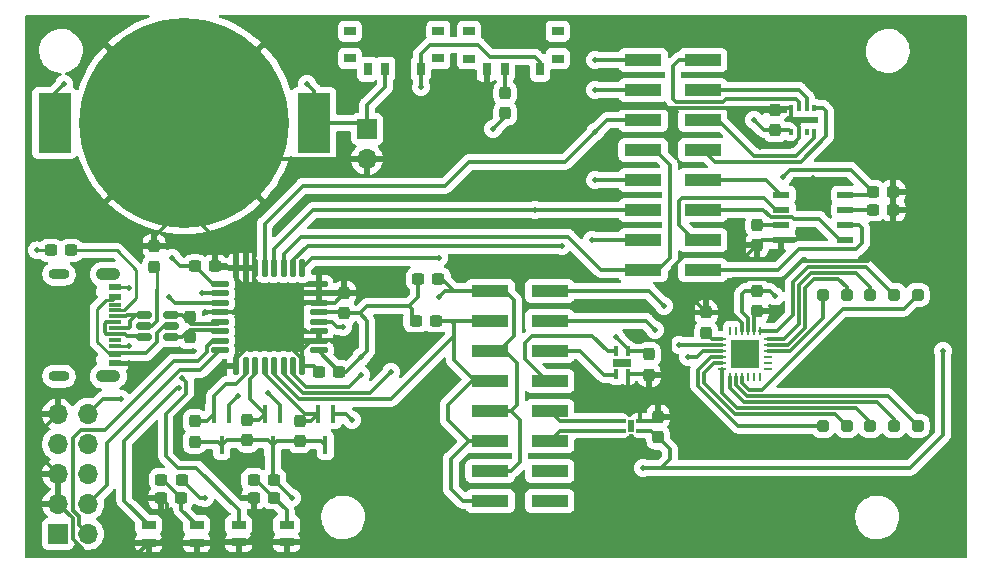
<source format=gbr>
%TF.GenerationSoftware,KiCad,Pcbnew,7.0.2*%
%TF.CreationDate,2023-06-14T22:37:39-04:00*%
%TF.ProjectId,WeatherPill,57656174-6865-4725-9069-6c6c2e6b6963,rev?*%
%TF.SameCoordinates,Original*%
%TF.FileFunction,Copper,L1,Top*%
%TF.FilePolarity,Positive*%
%FSLAX46Y46*%
G04 Gerber Fmt 4.6, Leading zero omitted, Abs format (unit mm)*
G04 Created by KiCad (PCBNEW 7.0.2) date 2023-06-14 22:37:39*
%MOMM*%
%LPD*%
G01*
G04 APERTURE LIST*
G04 Aperture macros list*
%AMRoundRect*
0 Rectangle with rounded corners*
0 $1 Rounding radius*
0 $2 $3 $4 $5 $6 $7 $8 $9 X,Y pos of 4 corners*
0 Add a 4 corners polygon primitive as box body*
4,1,4,$2,$3,$4,$5,$6,$7,$8,$9,$2,$3,0*
0 Add four circle primitives for the rounded corners*
1,1,$1+$1,$2,$3*
1,1,$1+$1,$4,$5*
1,1,$1+$1,$6,$7*
1,1,$1+$1,$8,$9*
0 Add four rect primitives between the rounded corners*
20,1,$1+$1,$2,$3,$4,$5,0*
20,1,$1+$1,$4,$5,$6,$7,0*
20,1,$1+$1,$6,$7,$8,$9,0*
20,1,$1+$1,$8,$9,$2,$3,0*%
G04 Aperture macros list end*
%TA.AperFunction,ComponentPad*%
%ADD10O,1.700000X1.700000*%
%TD*%
%TA.AperFunction,ComponentPad*%
%ADD11R,1.700000X1.700000*%
%TD*%
%TA.AperFunction,SMDPad,CuDef*%
%ADD12RoundRect,0.150000X-0.512500X-0.150000X0.512500X-0.150000X0.512500X0.150000X-0.512500X0.150000X0*%
%TD*%
%TA.AperFunction,SMDPad,CuDef*%
%ADD13RoundRect,0.237500X0.300000X0.237500X-0.300000X0.237500X-0.300000X-0.237500X0.300000X-0.237500X0*%
%TD*%
%TA.AperFunction,SMDPad,CuDef*%
%ADD14RoundRect,0.237500X0.237500X-0.300000X0.237500X0.300000X-0.237500X0.300000X-0.237500X-0.300000X0*%
%TD*%
%TA.AperFunction,SMDPad,CuDef*%
%ADD15RoundRect,0.237500X-0.237500X0.300000X-0.237500X-0.300000X0.237500X-0.300000X0.237500X0.300000X0*%
%TD*%
%TA.AperFunction,SMDPad,CuDef*%
%ADD16R,3.150000X1.000000*%
%TD*%
%TA.AperFunction,SMDPad,CuDef*%
%ADD17R,1.460500X0.558800*%
%TD*%
%TA.AperFunction,SMDPad,CuDef*%
%ADD18RoundRect,0.125000X0.625000X0.125000X-0.625000X0.125000X-0.625000X-0.125000X0.625000X-0.125000X0*%
%TD*%
%TA.AperFunction,SMDPad,CuDef*%
%ADD19RoundRect,0.125000X0.125000X0.625000X-0.125000X0.625000X-0.125000X-0.625000X0.125000X-0.625000X0*%
%TD*%
%TA.AperFunction,SMDPad,CuDef*%
%ADD20R,1.600000X0.700000*%
%TD*%
%TA.AperFunction,SMDPad,CuDef*%
%ADD21RoundRect,0.014000X-0.161000X0.361000X-0.161000X-0.361000X0.161000X-0.361000X0.161000X0.361000X0*%
%TD*%
%TA.AperFunction,SMDPad,CuDef*%
%ADD22RoundRect,0.237500X-0.300000X-0.237500X0.300000X-0.237500X0.300000X0.237500X-0.300000X0.237500X0*%
%TD*%
%TA.AperFunction,SMDPad,CuDef*%
%ADD23R,1.244600X0.660400*%
%TD*%
%TA.AperFunction,SMDPad,CuDef*%
%ADD24R,2.790000X5.080000*%
%TD*%
%TA.AperFunction,SMDPad,CuDef*%
%ADD25C,17.780000*%
%TD*%
%TA.AperFunction,SMDPad,CuDef*%
%ADD26R,2.387600X2.387600*%
%TD*%
%TA.AperFunction,SMDPad,CuDef*%
%ADD27R,0.203200X0.711200*%
%TD*%
%TA.AperFunction,SMDPad,CuDef*%
%ADD28R,0.711200X0.203200*%
%TD*%
%TA.AperFunction,SMDPad,CuDef*%
%ADD29R,0.350000X0.500000*%
%TD*%
%TA.AperFunction,SMDPad,CuDef*%
%ADD30R,0.450000X1.500000*%
%TD*%
%TA.AperFunction,SMDPad,CuDef*%
%ADD31R,0.711200X0.304800*%
%TD*%
%TA.AperFunction,SMDPad,CuDef*%
%ADD32R,0.508000X1.092200*%
%TD*%
%TA.AperFunction,ComponentPad*%
%ADD33RoundRect,0.250000X-0.250000X-0.250000X0.250000X-0.250000X0.250000X0.250000X-0.250000X0.250000X0*%
%TD*%
%TA.AperFunction,ComponentPad*%
%ADD34O,1.800000X0.900000*%
%TD*%
%TA.AperFunction,ComponentPad*%
%ADD35O,2.100000X1.050000*%
%TD*%
%TA.AperFunction,SMDPad,CuDef*%
%ADD36R,1.140000X0.300000*%
%TD*%
%TA.AperFunction,SMDPad,CuDef*%
%ADD37R,1.140000X0.600000*%
%TD*%
%TA.AperFunction,SMDPad,CuDef*%
%ADD38R,1.000000X0.800000*%
%TD*%
%TA.AperFunction,SMDPad,CuDef*%
%ADD39R,0.700000X1.100000*%
%TD*%
%TA.AperFunction,ViaPad*%
%ADD40C,0.500000*%
%TD*%
%TA.AperFunction,Conductor*%
%ADD41C,0.300000*%
%TD*%
%TA.AperFunction,Conductor*%
%ADD42C,0.250000*%
%TD*%
G04 APERTURE END LIST*
D10*
%TO.P,J1,10,Pin_10*%
%TO.N,NRST*%
X55118000Y-164592000D03*
%TO.P,J1,9,Pin_9*%
%TO.N,GND*%
X52578000Y-164592000D03*
%TO.P,J1,8,Pin_8*%
%TO.N,unconnected-(J1-Pin_8-Pad8)*%
X55118000Y-167132000D03*
%TO.P,J1,7,Pin_7*%
%TO.N,unconnected-(J1-Pin_7-Pad7)*%
X52578000Y-167132000D03*
%TO.P,J1,6,Pin_6*%
%TO.N,SWO*%
X55118000Y-169672000D03*
%TO.P,J1,5,Pin_5*%
%TO.N,GND*%
X52578000Y-169672000D03*
%TO.P,J1,4,Pin_4*%
%TO.N,SWCLK*%
X55118000Y-172212000D03*
%TO.P,J1,3,Pin_3*%
%TO.N,GND*%
X52578000Y-172212000D03*
%TO.P,J1,2,Pin_2*%
%TO.N,SWDIO*%
X55118000Y-174752000D03*
D11*
%TO.P,J1,1,Pin_1*%
%TO.N,POWER_IN*%
X52578000Y-174752000D03*
%TD*%
D12*
%TO.P,U5,1,I/O1*%
%TO.N,Net-(J3-D--PadA7)*%
X59833000Y-156210000D03*
%TO.P,U5,2,GND*%
%TO.N,Net-(U5-GND)*%
X59833000Y-157160000D03*
%TO.P,U5,3,I/O2*%
%TO.N,Net-(J3-D+-PadA6)*%
X59833000Y-158110000D03*
%TO.P,U5,4,I/O2*%
%TO.N,USB_D+*%
X62108000Y-158110000D03*
%TO.P,U5,5,VBUS*%
%TO.N,Net-(U5-VBUS)*%
X62108000Y-157160000D03*
%TO.P,U5,6,I/O1*%
%TO.N,USB_D-*%
X62108000Y-156210000D03*
%TD*%
D13*
%TO.P,C7,1*%
%TO.N,GND*%
X123290500Y-145796000D03*
%TO.P,C7,2*%
%TO.N,V_BUS_ZONE_1*%
X121565500Y-145796000D03*
%TD*%
D14*
%TO.P,R9,1*%
%TO.N,V_BUS_3V*%
X64150000Y-166938000D03*
%TO.P,R9,2*%
%TO.N,CONTROL_ZONE_3*%
X64150000Y-165213000D03*
%TD*%
D15*
%TO.P,C6,1*%
%TO.N,GND*%
X113284000Y-138837500D03*
%TO.P,C6,2*%
%TO.N,V_BUS_ZONE_2*%
X113284000Y-140562500D03*
%TD*%
D16*
%TO.P,J4,16,Pin_16*%
%TO.N,unconnected-(J4-Pin_16-Pad16)*%
X94204000Y-171958000D03*
%TO.P,J4,15,Pin_15*%
%TO.N,SCL_1*%
X89154000Y-171958000D03*
%TO.P,J4,14,Pin_14*%
%TO.N,unconnected-(J4-Pin_14-Pad14)*%
X94204000Y-169418000D03*
%TO.P,J4,13,Pin_13*%
%TO.N,SDA_1*%
X89154000Y-169418000D03*
%TO.P,J4,12,Pin_12*%
%TO.N,SCL_SHT40*%
X94204000Y-166878000D03*
%TO.P,J4,11,Pin_11*%
%TO.N,SCL_1*%
X89154000Y-166878000D03*
%TO.P,J4,10,Pin_10*%
%TO.N,SDA_SHT40*%
X94204000Y-164338000D03*
%TO.P,J4,9,Pin_9*%
%TO.N,SDA_1*%
X89154000Y-164338000D03*
%TO.P,J4,8,Pin_8*%
%TO.N,SCL_SHTC3*%
X94204000Y-161798000D03*
%TO.P,J4,7,Pin_7*%
%TO.N,SCL_1*%
X89154000Y-161798000D03*
%TO.P,J4,6,Pin_6*%
%TO.N,SDA_SHTC3*%
X94204000Y-159258000D03*
%TO.P,J4,5,Pin_5*%
%TO.N,SDA_1*%
X89154000Y-159258000D03*
%TO.P,J4,4,Pin_4*%
%TO.N,SCL_DISPLAY*%
X94204000Y-156718000D03*
%TO.P,J4,3,Pin_3*%
%TO.N,SCL_1*%
X89154000Y-156718000D03*
%TO.P,J4,2,Pin_2*%
%TO.N,SDA_DISPLAY*%
X94204000Y-154178000D03*
%TO.P,J4,1,Pin_1*%
%TO.N,SDA_1*%
X89154000Y-154178000D03*
%TD*%
D14*
%TO.P,R10,1*%
%TO.N,Net-(U5-GND)*%
X60706000Y-152119500D03*
%TO.P,R10,2*%
%TO.N,GND*%
X60706000Y-150394500D03*
%TD*%
D13*
%TO.P,R13,1*%
%TO.N,Net-(J3-CC1-PadA5)*%
X53668000Y-150749000D03*
%TO.P,R13,2*%
%TO.N,Net-(J3-CC1-PadB5)*%
X51943000Y-150749000D03*
%TD*%
D17*
%TO.P,U4,1,\u002ACE*%
%TO.N,CS_SST25*%
X113792000Y-146050000D03*
%TO.P,U4,2,SO*%
%TO.N,SDO_SST25*%
X113792000Y-147320000D03*
%TO.P,U4,3,\u002AWP*%
%TO.N,Net-(U4-\u002AWP)*%
X113792000Y-148590000D03*
%TO.P,U4,4,VSS*%
%TO.N,GND*%
X113792000Y-149860000D03*
%TO.P,U4,5,SI*%
%TO.N,SDI_SST25*%
X119240300Y-149860000D03*
%TO.P,U4,6,SCK*%
%TO.N,SCK_SST25*%
X119240300Y-148590000D03*
%TO.P,U4,7,\u002AHOLD*%
%TO.N,Net-(U4-\u002AHOLD)*%
X119240300Y-147320000D03*
%TO.P,U4,8,VDD*%
%TO.N,V_BUS_ZONE_1*%
X119240300Y-146050000D03*
%TD*%
D18*
%TO.P,U1,1,VDD*%
%TO.N,V_BUS_3V*%
X74644000Y-159194000D03*
%TO.P,U1,2,PC14*%
%TO.N,GND*%
X74644000Y-158394000D03*
%TO.P,U1,3,PC15*%
X74644000Y-157594000D03*
%TO.P,U1,4,NRST*%
%TO.N,NRST*%
X74644000Y-156794000D03*
%TO.P,U1,5,VDDA*%
%TO.N,V_BUS_3V*%
X74644000Y-155994000D03*
%TO.P,U1,6,PA0*%
%TO.N,GND*%
X74644000Y-155194000D03*
%TO.P,U1,7,PA1*%
X74644000Y-154394000D03*
%TO.P,U1,8,PA2*%
X74644000Y-153594000D03*
D19*
%TO.P,U1,9,PA3*%
%TO.N,CS_1*%
X73269000Y-152219000D03*
%TO.P,U1,10,PA4*%
%TO.N,CS_2*%
X72469000Y-152219000D03*
%TO.P,U1,11,PA5*%
%TO.N,SCK_1*%
X71669000Y-152219000D03*
%TO.P,U1,12,PA6*%
%TO.N,SDI_1*%
X70869000Y-152219000D03*
%TO.P,U1,13,PA7*%
%TO.N,SDO_1*%
X70069000Y-152219000D03*
%TO.P,U1,14,PB0*%
%TO.N,GND*%
X69269000Y-152219000D03*
%TO.P,U1,15,PB1*%
X68469000Y-152219000D03*
%TO.P,U1,16,VSS*%
X67669000Y-152219000D03*
D18*
%TO.P,U1,17,VDD*%
%TO.N,V_BUS_3V*%
X66294000Y-153594000D03*
%TO.P,U1,18,PA8*%
%TO.N,BTN_2*%
X66294000Y-154394000D03*
%TO.P,U1,19,PA9*%
%TO.N,BTN_1*%
X66294000Y-155194000D03*
%TO.P,U1,20,PA10*%
%TO.N,GND*%
X66294000Y-155994000D03*
%TO.P,U1,21,PA11*%
%TO.N,USB_D-*%
X66294000Y-156794000D03*
%TO.P,U1,22,PA12*%
%TO.N,USB_D+*%
X66294000Y-157594000D03*
%TO.P,U1,23,PA13*%
%TO.N,SWDIO*%
X66294000Y-158394000D03*
%TO.P,U1,24,PA14*%
%TO.N,SWCLK*%
X66294000Y-159194000D03*
D19*
%TO.P,U1,25,PA15*%
%TO.N,GND*%
X67669000Y-160569000D03*
%TO.P,U1,26,PB3*%
%TO.N,CONTROL_ZONE_3*%
X68469000Y-160569000D03*
%TO.P,U1,27,PB4*%
%TO.N,CONTROL_ZONE_2*%
X69269000Y-160569000D03*
%TO.P,U1,28,PB5*%
%TO.N,CONTROL_ZONE_1*%
X70069000Y-160569000D03*
%TO.P,U1,29,PB6*%
%TO.N,SCL_1*%
X70869000Y-160569000D03*
%TO.P,U1,30,PB7*%
%TO.N,SDA_1*%
X71669000Y-160569000D03*
%TO.P,U1,31,BOOT0*%
%TO.N,BOOT*%
X72469000Y-160569000D03*
%TO.P,U1,32,VSS*%
%TO.N,GND*%
X73269000Y-160569000D03*
%TD*%
D20*
%TO.P,U14,5,EXP*%
%TO.N,unconnected-(U14-EXP-Pad5)*%
X100330000Y-160274000D03*
D21*
%TO.P,U14,4,VSS*%
%TO.N,GND*%
X100830000Y-161244000D03*
%TO.P,U14,3,SDA*%
%TO.N,SDA_SHTC3*%
X99830000Y-161244000D03*
%TO.P,U14,2,SCL*%
%TO.N,SCL_SHTC3*%
X99830000Y-159304000D03*
%TO.P,U14,1,VDD*%
%TO.N,V_BUS_ZONE_2*%
X100830000Y-159304000D03*
%TD*%
D22*
%TO.P,R12,1*%
%TO.N,Net-(U4-\u002AHOLD)*%
X121565500Y-147320000D03*
%TO.P,R12,2*%
%TO.N,GND*%
X123290500Y-147320000D03*
%TD*%
D16*
%TO.P,J2,16,Pin_16*%
%TO.N,SCK_SST25*%
X107158000Y-152400000D03*
%TO.P,J2,15,Pin_15*%
%TO.N,SCK_1*%
X102108000Y-152400000D03*
%TO.P,J2,14,Pin_14*%
%TO.N,SDO_SST25*%
X107158000Y-149860000D03*
%TO.P,J2,13,Pin_13*%
%TO.N,SDO_1*%
X102108000Y-149860000D03*
%TO.P,J2,12,Pin_12*%
%TO.N,SDI_SST25*%
X107158000Y-147320000D03*
%TO.P,J2,11,Pin_11*%
%TO.N,SDI_1*%
X102108000Y-147320000D03*
%TO.P,J2,10,Pin_10*%
%TO.N,CS_SST25*%
X107158000Y-144780000D03*
%TO.P,J2,9,Pin_9*%
%TO.N,CS_2*%
X102108000Y-144780000D03*
%TO.P,J2,8,Pin_8*%
%TO.N,SCK_BME280*%
X107158000Y-142240000D03*
%TO.P,J2,7,Pin_7*%
%TO.N,SCK_1*%
X102108000Y-142240000D03*
%TO.P,J2,6,Pin_6*%
%TO.N,SDO_BME280*%
X107158000Y-139700000D03*
%TO.P,J2,5,Pin_5*%
%TO.N,SDO_1*%
X102108000Y-139700000D03*
%TO.P,J2,4,Pin_4*%
%TO.N,SDI_BME280*%
X107158000Y-137160000D03*
%TO.P,J2,3,Pin_3*%
%TO.N,SDI_1*%
X102108000Y-137160000D03*
%TO.P,J2,2,Pin_2*%
%TO.N,CS_BME280*%
X107158000Y-134620000D03*
%TO.P,J2,1,Pin_1*%
%TO.N,CS_1*%
X102108000Y-134620000D03*
%TD*%
D13*
%TO.P,R3,1*%
%TO.N,SCL_1*%
X84582000Y-156718000D03*
%TO.P,R3,2*%
%TO.N,V_BUS_3V*%
X82857000Y-156718000D03*
%TD*%
D23*
%TO.P,SW1,1,1*%
%TO.N,BTN_1*%
X67871000Y-173990000D03*
%TO.P,SW1,1\u002A,1\u002A*%
%TO.N,Net-(C13-Pad2)*%
X71935000Y-173990000D03*
%TO.P,SW1,2,2*%
%TO.N,GND*%
X67871000Y-175470002D03*
%TO.P,SW1,2\u002A,2\u002A*%
X71935000Y-175470002D03*
%TD*%
D11*
%TO.P,J5,1,Pin_1*%
%TO.N,Net-(J5-Pin_1)*%
X78740000Y-140462000D03*
D10*
%TO.P,J5,2,Pin_2*%
%TO.N,GND*%
X78740000Y-143002000D03*
%TD*%
D24*
%TO.P,BT1,1*%
%TO.N,Net-(J5-Pin_1)*%
X52273710Y-139954000D03*
%TO.P,BT1,2*%
X74243710Y-139954000D03*
D25*
%TO.P,BT1,3*%
%TO.N,GND*%
X63258710Y-139954000D03*
%TD*%
D22*
%TO.P,R1,1*%
%TO.N,Net-(C10-Pad2)*%
X61320000Y-170180000D03*
%TO.P,R1,2*%
%TO.N,V_BUS_3V*%
X63045000Y-170180000D03*
%TD*%
D15*
%TO.P,C4,1*%
%TO.N,GND*%
X103378000Y-164846000D03*
%TO.P,C4,2*%
%TO.N,V_BUS_ZONE_2*%
X103378000Y-166571000D03*
%TD*%
D26*
%TO.P,U13,25,EPAD*%
%TO.N,unconnected-(U13-EPAD-Pad25)*%
X110744000Y-159512000D03*
D27*
%TO.P,U13,24,TEST2*%
%TO.N,unconnected-(U13-TEST2-Pad24)*%
X109474000Y-157568900D03*
%TO.P,U13,23,TEST1*%
%TO.N,unconnected-(U13-TEST1-Pad23)*%
X109982000Y-157568900D03*
%TO.P,U13,22,VSS*%
%TO.N,GND*%
X110490000Y-157568900D03*
%TO.P,U13,21,VDD*%
%TO.N,V_BUS_ZONE_3*%
X110998000Y-157568900D03*
%TO.P,U13,20,VLCD*%
%TO.N,GND*%
X111506000Y-157568900D03*
%TO.P,U13,19,COM3*%
%TO.N,Net-(L1-D)*%
X112014000Y-157568900D03*
D28*
%TO.P,U13,18,COM2*%
%TO.N,Net-(L1-C)*%
X112687100Y-158242000D03*
%TO.P,U13,17,COM1*%
%TO.N,Net-(L1-B)*%
X112687100Y-158750000D03*
%TO.P,U13,16,COM0*%
%TO.N,Net-(L1-A)*%
X112687100Y-159258000D03*
%TO.P,U13,15,SEG11*%
%TO.N,unconnected-(U13-SEG11-Pad15)*%
X112687100Y-159766000D03*
%TO.P,U13,14,SEG10*%
%TO.N,unconnected-(U13-SEG10-Pad14)*%
X112687100Y-160274000D03*
%TO.P,U13,13,SEG9*%
%TO.N,unconnected-(U13-SEG9-Pad13)*%
X112687100Y-160782000D03*
D27*
%TO.P,U13,12,SEG8*%
%TO.N,unconnected-(U13-SEG8-Pad12)*%
X112014000Y-161455100D03*
%TO.P,U13,11,SEG7*%
%TO.N,unconnected-(U13-SEG7-Pad11)*%
X111506000Y-161455100D03*
%TO.P,U13,10,SEG6*%
%TO.N,unconnected-(U13-SEG6-Pad10)*%
X110998000Y-161455100D03*
%TO.P,U13,9,SEG5*%
%TO.N,Net-(L1-E)*%
X110490000Y-161455100D03*
%TO.P,U13,8,SEG4*%
%TO.N,Net-(L1-4)*%
X109982000Y-161455100D03*
%TO.P,U13,7,SEG3*%
%TO.N,Net-(L1-3)*%
X109474000Y-161455100D03*
D28*
%TO.P,U13,6,SEG2*%
%TO.N,Net-(L1-2)*%
X108800900Y-160782000D03*
%TO.P,U13,5,SEG1*%
%TO.N,Net-(L1-1)*%
X108800900Y-160274000D03*
%TO.P,U13,4,SEG0*%
%TO.N,Net-(L1-0)*%
X108800900Y-159766000D03*
%TO.P,U13,3,SDA*%
%TO.N,SDA_DISPLAY*%
X108800900Y-159258000D03*
%TO.P,U13,2,SCL*%
%TO.N,SCL_DISPLAY*%
X108800900Y-158750000D03*
%TO.P,U13,1,OSCIN*%
%TO.N,Net-(U13-OSCIN)*%
X108800900Y-158242000D03*
%TD*%
D29*
%TO.P,U3,1,GND*%
%TO.N,GND*%
X114666000Y-138684000D03*
%TO.P,U3,2,CSB*%
%TO.N,CS_BME280*%
X115316000Y-138684000D03*
%TO.P,U3,3,SDI*%
%TO.N,SDI_BME280*%
X115966000Y-138684000D03*
%TO.P,U3,4,SCK*%
%TO.N,SCK_BME280*%
X116616000Y-138684000D03*
%TO.P,U3,5,SDO*%
%TO.N,SDO_BME280*%
X116616000Y-140734000D03*
%TO.P,U3,6,VDDIO*%
%TO.N,unconnected-(U3-VDDIO-Pad6)*%
X115966000Y-140734000D03*
%TO.P,U3,7,GND*%
%TO.N,GND*%
X115316000Y-140734000D03*
%TO.P,U3,8,VDD*%
%TO.N,V_BUS_ZONE_2*%
X114666000Y-140734000D03*
%TD*%
D30*
%TO.P,Q1,1,D*%
%TO.N,V_BUS_ZONE_1*%
X75864000Y-164592000D03*
%TO.P,Q1,2,G*%
%TO.N,CONTROL_ZONE_1*%
X74564000Y-164592000D03*
%TO.P,Q1,3,S*%
%TO.N,V_BUS_3V*%
X75214000Y-167252000D03*
%TD*%
D22*
%TO.P,C10,1*%
%TO.N,GND*%
X61267000Y-171704000D03*
%TO.P,C10,2*%
%TO.N,Net-(C10-Pad2)*%
X62992000Y-171704000D03*
%TD*%
D14*
%TO.P,R8,1*%
%TO.N,V_BUS_3V*%
X68610000Y-166825000D03*
%TO.P,R8,2*%
%TO.N,CONTROL_ZONE_2*%
X68610000Y-165100000D03*
%TD*%
%TO.P,R5,1*%
%TO.N,Net-(U13-OSCIN)*%
X107442000Y-157734000D03*
%TO.P,R5,2*%
%TO.N,GND*%
X107442000Y-156009000D03*
%TD*%
D31*
%TO.P,U2,4,VSS*%
%TO.N,GND*%
X101841300Y-165208001D03*
%TO.P,U2,3,VDD*%
%TO.N,V_BUS_ZONE_2*%
X101841300Y-166007999D03*
%TO.P,U2,2,SCL*%
%TO.N,SCL_SHT40*%
X100342700Y-166007999D03*
%TO.P,U2,1,SDA*%
%TO.N,SDA_SHT40*%
X100342700Y-165208001D03*
D32*
%TO.P,U2,*%
%TO.N,*%
X101092000Y-165608000D03*
%TD*%
D14*
%TO.P,C8,1*%
%TO.N,USB_D+*%
X63754000Y-158088500D03*
%TO.P,C8,2*%
%TO.N,USB_D-*%
X63754000Y-156363500D03*
%TD*%
%TO.P,C3,1*%
%TO.N,V_BUS_3V*%
X76819000Y-156087000D03*
%TO.P,C3,2*%
%TO.N,GND*%
X76819000Y-154362000D03*
%TD*%
%TO.P,C11,1*%
%TO.N,GND*%
X111760000Y-155903000D03*
%TO.P,C11,2*%
%TO.N,V_BUS_ZONE_3*%
X111760000Y-154178000D03*
%TD*%
D33*
%TO.P,L1,1,0*%
%TO.N,Net-(L1-0)*%
X117348000Y-165608000D03*
%TO.P,L1,2,1*%
%TO.N,Net-(L1-1)*%
X119348000Y-165608000D03*
%TO.P,L1,3,2*%
%TO.N,Net-(L1-2)*%
X121348000Y-165608000D03*
%TO.P,L1,4,3*%
%TO.N,Net-(L1-3)*%
X123348000Y-165608000D03*
%TO.P,L1,5,4*%
%TO.N,Net-(L1-4)*%
X125348000Y-165608000D03*
%TO.P,L1,6,E*%
%TO.N,Net-(L1-E)*%
X125348000Y-154528000D03*
%TO.P,L1,7,D*%
%TO.N,Net-(L1-D)*%
X123348000Y-154528000D03*
%TO.P,L1,8,C*%
%TO.N,Net-(L1-C)*%
X121348000Y-154528000D03*
%TO.P,L1,9,B*%
%TO.N,Net-(L1-B)*%
X119348000Y-154528000D03*
%TO.P,L1,10,A*%
%TO.N,Net-(L1-A)*%
X117348000Y-154528000D03*
%TD*%
D34*
%TO.P,J3,SH4*%
%TO.N,N/C*%
X52654000Y-161407000D03*
%TO.P,J3,SH3*%
X52654000Y-152767000D03*
D35*
%TO.P,J3,SH2*%
X56834000Y-161407000D03*
%TO.P,J3,SH1*%
X56834000Y-152767000D03*
D36*
%TO.P,J3,B8,SBU2*%
%TO.N,unconnected-(J3-SBU2-PadB8)*%
X57404000Y-155337000D03*
%TO.P,J3,B7,D-*%
%TO.N,Net-(J3-D--PadA7)*%
X57404000Y-156337000D03*
%TO.P,J3,B6,D+*%
%TO.N,Net-(J3-D+-PadA6)*%
X57404000Y-157837000D03*
%TO.P,J3,B5,CC1*%
%TO.N,Net-(J3-CC1-PadB5)*%
X57404000Y-158837000D03*
D37*
%TO.P,J3,B4_A9*%
%TO.N,Net-(U5-VBUS)*%
X57404000Y-159487000D03*
%TO.P,J3,B1_A12*%
%TO.N,GND*%
X57404000Y-160287000D03*
D36*
%TO.P,J3,A8,SBU1*%
%TO.N,unconnected-(J3-SBU1-PadA8)*%
X57404000Y-158337000D03*
%TO.P,J3,A7,D-*%
%TO.N,Net-(J3-D--PadA7)*%
X57404000Y-157337000D03*
%TO.P,J3,A6,D+*%
%TO.N,Net-(J3-D+-PadA6)*%
X57404000Y-156837000D03*
%TO.P,J3,A5,CC1*%
%TO.N,Net-(J3-CC1-PadA5)*%
X57404000Y-155837000D03*
D37*
%TO.P,J3,A4_B9*%
%TO.N,Net-(U5-VBUS)*%
X57404000Y-154687000D03*
%TO.P,J3,A1_B12*%
%TO.N,GND*%
X57404000Y-153887000D03*
%TD*%
D14*
%TO.P,R7,1*%
%TO.N,V_BUS_3V*%
X73040000Y-166885000D03*
%TO.P,R7,2*%
%TO.N,CONTROL_ZONE_1*%
X73040000Y-165160000D03*
%TD*%
D30*
%TO.P,Q2,1,D*%
%TO.N,V_BUS_ZONE_2*%
X71404000Y-164592000D03*
%TO.P,Q2,2,G*%
%TO.N,CONTROL_ZONE_2*%
X70104000Y-164592000D03*
%TO.P,Q2,3,S*%
%TO.N,V_BUS_3V*%
X70754000Y-167252000D03*
%TD*%
D14*
%TO.P,R11,1*%
%TO.N,GND*%
X111760000Y-150315000D03*
%TO.P,R11,2*%
%TO.N,Net-(U4-\u002AWP)*%
X111760000Y-148590000D03*
%TD*%
D13*
%TO.P,C2,1*%
%TO.N,V_BUS_3V*%
X76401000Y-161036000D03*
%TO.P,C2,2*%
%TO.N,GND*%
X74676000Y-161036000D03*
%TD*%
D38*
%TO.P,SW4,*%
%TO.N,*%
X77276000Y-132200000D03*
X77276000Y-134500000D03*
X84776000Y-132200000D03*
X84776000Y-134500000D03*
D39*
%TO.P,SW4,1,A*%
%TO.N,V_BUS_3V*%
X83276000Y-135400000D03*
%TO.P,SW4,2,B*%
%TO.N,Net-(J5-Pin_1)*%
X80276000Y-135400000D03*
%TO.P,SW4,3,C*%
%TO.N,unconnected-(SW4A-C-Pad3)*%
X78776000Y-135400000D03*
%TD*%
D14*
%TO.P,R6,1*%
%TO.N,BOOT*%
X90424000Y-139139000D03*
%TO.P,R6,2*%
%TO.N,Net-(SW3A-B)*%
X90424000Y-137414000D03*
%TD*%
D22*
%TO.P,C1,1*%
%TO.N,V_BUS_3V*%
X64172000Y-152076000D03*
%TO.P,C1,2*%
%TO.N,GND*%
X65897000Y-152076000D03*
%TD*%
D23*
%TO.P,SW2,1,1*%
%TO.N,BTN_2*%
X60251000Y-174011999D03*
%TO.P,SW2,1\u002A,1\u002A*%
%TO.N,Net-(C10-Pad2)*%
X64315000Y-174011999D03*
%TO.P,SW2,2,2*%
%TO.N,GND*%
X60251000Y-175492001D03*
%TO.P,SW2,2\u002A,2\u002A*%
X64315000Y-175492001D03*
%TD*%
D22*
%TO.P,C13,1*%
%TO.N,GND*%
X69141000Y-171704000D03*
%TO.P,C13,2*%
%TO.N,Net-(C13-Pad2)*%
X70866000Y-171704000D03*
%TD*%
D38*
%TO.P,SW3,*%
%TO.N,*%
X87376000Y-132207000D03*
X87376000Y-134507000D03*
X94876000Y-132207000D03*
X94876000Y-134507000D03*
D39*
%TO.P,SW3,1,A*%
%TO.N,V_BUS_3V*%
X93376000Y-135407000D03*
%TO.P,SW3,2,B*%
%TO.N,Net-(SW3A-B)*%
X90376000Y-135407000D03*
%TO.P,SW3,3,C*%
%TO.N,GND*%
X88876000Y-135407000D03*
%TD*%
D22*
%TO.P,R2,1*%
%TO.N,Net-(C13-Pad2)*%
X69141000Y-170180000D03*
%TO.P,R2,2*%
%TO.N,V_BUS_3V*%
X70866000Y-170180000D03*
%TD*%
D13*
%TO.P,R4,1*%
%TO.N,SDA_1*%
X84783000Y-153162000D03*
%TO.P,R4,2*%
%TO.N,V_BUS_3V*%
X83058000Y-153162000D03*
%TD*%
D30*
%TO.P,Q3,1,D*%
%TO.N,V_BUS_ZONE_3*%
X67086000Y-164592000D03*
%TO.P,Q3,2,G*%
%TO.N,CONTROL_ZONE_3*%
X65786000Y-164592000D03*
%TO.P,Q3,3,S*%
%TO.N,V_BUS_3V*%
X66436000Y-167252000D03*
%TD*%
D14*
%TO.P,C12,1*%
%TO.N,GND*%
X102616000Y-161290000D03*
%TO.P,C12,2*%
%TO.N,V_BUS_ZONE_2*%
X102616000Y-159565000D03*
%TD*%
D40*
%TO.N,GND*%
X104648000Y-140970000D03*
X92202000Y-155448000D03*
X92329000Y-163068000D03*
%TO.N,V_BUS_3V*%
X62230000Y-151384000D03*
X78232000Y-159766000D03*
X72390000Y-171704000D03*
X83312000Y-136906000D03*
X65024000Y-171704000D03*
%TO.N,Net-(J5-Pin_1)*%
X73660000Y-136652000D03*
X53086000Y-136652000D03*
%TO.N,GND*%
X50800000Y-158750000D03*
X82550000Y-141478000D03*
X78232000Y-154432000D03*
X114300000Y-133350000D03*
X59436000Y-167640000D03*
X85090000Y-161036000D03*
X82804000Y-158242000D03*
X88392000Y-148590000D03*
X93980000Y-144526000D03*
X76962000Y-167132000D03*
X58547000Y-153924000D03*
X50800000Y-146050000D03*
X127508000Y-143510000D03*
X81026000Y-160020000D03*
X115824000Y-161544000D03*
X123190000Y-149098000D03*
X86106000Y-138176000D03*
X76200000Y-133350000D03*
X101854000Y-163957000D03*
X64008000Y-159258000D03*
X112014000Y-141998500D03*
X96266000Y-137414000D03*
X107950000Y-166116000D03*
X114300000Y-173736000D03*
X127508000Y-133350000D03*
X58547000Y-160274000D03*
X113030000Y-151257000D03*
X65897000Y-150511000D03*
X87884000Y-152654000D03*
X86868000Y-152654000D03*
X71374000Y-148590000D03*
X75438000Y-148590000D03*
X99060000Y-142494000D03*
X127508000Y-173736000D03*
X65024000Y-155956000D03*
X55626000Y-133350000D03*
X50800000Y-171450000D03*
X113284000Y-156210000D03*
X92710000Y-148590000D03*
X116459000Y-144652500D03*
X82550000Y-133350000D03*
X77724000Y-158242000D03*
X88392000Y-144526000D03*
X98298000Y-148590000D03*
X59436000Y-171450000D03*
X82550000Y-173736000D03*
%TO.N,SDA_1*%
X84836000Y-154686000D03*
X80772000Y-161036000D03*
%TO.N,CS_1*%
X84836000Y-151384000D03*
X98044000Y-134620000D03*
%TO.N,CS_2*%
X98044000Y-144780000D03*
X95250000Y-150368000D03*
%TO.N,SDI_1*%
X92964000Y-147320000D03*
X98044000Y-137160000D03*
%TO.N,SDO_1*%
X98044000Y-140716000D03*
X97790000Y-149860000D03*
%TO.N,BTN_1*%
X61976000Y-154686000D03*
X63098411Y-161523411D03*
%TO.N,BTN_2*%
X62843023Y-162411023D03*
X64770000Y-154394000D03*
%TO.N,BOOT*%
X78232000Y-161290000D03*
X89408000Y-140462000D03*
%TO.N,V_BUS_ZONE_1*%
X113919000Y-144526000D03*
X77470000Y-165100000D03*
%TO.N,SDA_DISPLAY*%
X105918000Y-159766000D03*
X103886000Y-155448000D03*
%TO.N,SCL_DISPLAY*%
X103124000Y-157480000D03*
X105156000Y-158750000D03*
%TO.N,NRST*%
X57912000Y-163322000D03*
X76708000Y-157226000D03*
%TO.N,V_BUS_ZONE_2*%
X127508000Y-159258000D03*
X111506000Y-139700000D03*
X102108000Y-169164000D03*
X99822000Y-158115000D03*
X70358000Y-162814000D03*
%TO.N,V_BUS_ZONE_3*%
X113284000Y-154648500D03*
X67818000Y-163068000D03*
%TO.N,Net-(J3-CC1-PadB5)*%
X50800000Y-150749000D03*
X58587000Y-158837000D03*
%TD*%
D41*
%TO.N,GND*%
X61108999Y-175492001D02*
X60251000Y-175492001D01*
X61775000Y-174826000D02*
X61108999Y-175492001D01*
X61775000Y-172212000D02*
X61775000Y-174826000D01*
X61267000Y-171704000D02*
X61775000Y-172212000D01*
X69141000Y-174909002D02*
X69141000Y-171704000D01*
X67871000Y-175470002D02*
X68580000Y-175470002D01*
X68580000Y-175470002D02*
X69141000Y-174909002D01*
%TO.N,V_BUS_ZONE_2*%
X99822000Y-158115000D02*
X100830000Y-159123000D01*
X100830000Y-159123000D02*
X100830000Y-159304000D01*
%TO.N,SCL_SHT40*%
X95074001Y-166007999D02*
X100342700Y-166007999D01*
X94204000Y-166878000D02*
X95074001Y-166007999D01*
%TO.N,SDA_SHT40*%
X95074001Y-165208001D02*
X94204000Y-164338000D01*
X100342700Y-165208001D02*
X95074001Y-165208001D01*
%TO.N,V_BUS_3V*%
X66294000Y-153594000D02*
X65690000Y-153594000D01*
X62922000Y-152076000D02*
X62230000Y-151384000D01*
X89154000Y-134366000D02*
X92964000Y-134366000D01*
X84074000Y-133350000D02*
X88138000Y-133350000D01*
X82550000Y-156411000D02*
X82550000Y-155702000D01*
X74644000Y-159194000D02*
X74644000Y-159279000D01*
X68610000Y-166825000D02*
X70327000Y-166825000D01*
X92964000Y-134366000D02*
X93376000Y-134778000D01*
X82296000Y-155448000D02*
X83058000Y-154686000D01*
X83312000Y-136906000D02*
X83312000Y-135436000D01*
X76962000Y-161036000D02*
X78232000Y-159766000D01*
X65024000Y-171704000D02*
X64770000Y-171704000D01*
X70866000Y-170180000D02*
X72390000Y-171704000D01*
X88138000Y-133350000D02*
X89154000Y-134366000D01*
X64569000Y-171704000D02*
X63045000Y-170180000D01*
X83276000Y-134148000D02*
X84074000Y-133350000D01*
X71121000Y-166885000D02*
X70754000Y-167252000D01*
X78740000Y-155448000D02*
X82296000Y-155448000D01*
X70754000Y-170240000D02*
X70754000Y-167252000D01*
X66122000Y-166938000D02*
X66436000Y-167252000D01*
X76726000Y-155994000D02*
X76819000Y-156087000D01*
X93376000Y-134778000D02*
X93376000Y-135407000D01*
X73040000Y-166885000D02*
X71121000Y-166885000D01*
X76819000Y-156087000D02*
X78101000Y-156087000D01*
X65024000Y-171704000D02*
X64569000Y-171704000D01*
X74847000Y-166885000D02*
X75214000Y-167252000D01*
X83276000Y-135400000D02*
X83276000Y-134148000D01*
X78740000Y-159258000D02*
X78740000Y-156718000D01*
X82550000Y-155702000D02*
X82296000Y-155448000D01*
X74644000Y-155994000D02*
X76726000Y-155994000D01*
X78109000Y-156087000D02*
X76819000Y-156087000D01*
X66863000Y-166825000D02*
X66436000Y-167252000D01*
X83312000Y-135436000D02*
X83276000Y-135400000D01*
X82857000Y-156718000D02*
X82550000Y-156411000D01*
X73040000Y-166885000D02*
X74847000Y-166885000D01*
X78232000Y-159766000D02*
X78740000Y-159258000D01*
X76401000Y-161036000D02*
X76962000Y-161036000D01*
X64172000Y-152076000D02*
X62922000Y-152076000D01*
X78740000Y-156718000D02*
X78109000Y-156087000D01*
X78101000Y-156087000D02*
X78740000Y-155448000D01*
X64404000Y-166938000D02*
X66122000Y-166938000D01*
X68610000Y-166825000D02*
X66863000Y-166825000D01*
X74644000Y-159279000D02*
X76401000Y-161036000D01*
X83058000Y-154686000D02*
X83058000Y-153162000D01*
X70327000Y-166825000D02*
X70754000Y-167252000D01*
X65690000Y-153594000D02*
X64172000Y-152076000D01*
%TO.N,Net-(J5-Pin_1)*%
X74243710Y-139954000D02*
X78232000Y-139954000D01*
X73660000Y-136652000D02*
X74243710Y-137235710D01*
X53086000Y-136652000D02*
X52273710Y-137464290D01*
X74243710Y-137235710D02*
X74243710Y-139954000D01*
X78232000Y-139954000D02*
X78740000Y-140462000D01*
X52273710Y-137464290D02*
X52273710Y-139954000D01*
X78740000Y-140462000D02*
X78740000Y-138430000D01*
X80276000Y-136894000D02*
X80276000Y-135400000D01*
X78740000Y-138430000D02*
X80276000Y-136894000D01*
%TO.N,GND*%
X110945000Y-151130000D02*
X105664000Y-151130000D01*
X111506000Y-157568900D02*
X111506000Y-156157000D01*
X104648000Y-152146000D02*
X104648000Y-153162000D01*
X74209000Y-160569000D02*
X74676000Y-161036000D01*
X66294000Y-155994000D02*
X68977000Y-155994000D01*
X66306710Y-143002000D02*
X78740000Y-143002000D01*
X64315000Y-175492001D02*
X60251000Y-175492001D01*
X123190000Y-149606000D02*
X123190000Y-149098000D01*
X114666000Y-138684000D02*
X113691500Y-138684000D01*
X112977000Y-155903000D02*
X111760000Y-155903000D01*
D42*
X58510000Y-153887000D02*
X58547000Y-153924000D01*
D41*
X101841300Y-165208001D02*
X101841300Y-163969700D01*
X62992000Y-168402000D02*
X64770000Y-168402000D01*
X53812645Y-173446645D02*
X53812645Y-175224645D01*
X67669000Y-153086000D02*
X69777000Y-155194000D01*
X65897000Y-150511000D02*
X65897000Y-152076000D01*
X73269000Y-160569000D02*
X74209000Y-160569000D01*
X60706000Y-149606000D02*
X63258710Y-147053290D01*
X52578000Y-169672000D02*
X52578000Y-172212000D01*
X110490000Y-157568900D02*
X110490000Y-156913300D01*
X123290500Y-147320000D02*
X123290500Y-145796000D01*
X67871000Y-175470002D02*
X71935000Y-175470002D01*
X88876000Y-135407000D02*
X88876000Y-138454000D01*
X103378000Y-164846000D02*
X103378000Y-163576000D01*
X65897000Y-152076000D02*
X66040000Y-152219000D01*
X73269000Y-159147249D02*
X74022249Y-158394000D01*
X114046000Y-153162000D02*
X115570000Y-151638000D01*
X103632000Y-161290000D02*
X102616000Y-161290000D01*
X73269000Y-160569000D02*
X73269000Y-159947249D01*
X59467001Y-176276000D02*
X60251000Y-175492001D01*
X87122000Y-140208000D02*
X84328000Y-143002000D01*
X113691500Y-138684000D02*
X113538000Y-138837500D01*
X52578000Y-164592000D02*
X51054000Y-166116000D01*
X73269000Y-159947249D02*
X72325751Y-159004000D01*
X103015999Y-165208001D02*
X103378000Y-164846000D01*
X67669000Y-159947249D02*
X67669000Y-160569000D01*
X63258710Y-147078710D02*
X63258710Y-139954000D01*
X72325751Y-159004000D02*
X68612249Y-159004000D01*
X73269000Y-160569000D02*
X73269000Y-158686000D01*
X64315000Y-175492001D02*
X67849001Y-175492001D01*
X93726000Y-138684000D02*
X90932000Y-141478000D01*
X67849001Y-175492001D02*
X67871000Y-175470002D01*
X66040000Y-152219000D02*
X67669000Y-152219000D01*
X115316000Y-140309000D02*
X115316000Y-140734000D01*
X113792000Y-149860000D02*
X112215000Y-149860000D01*
X114551500Y-141998500D02*
X115316000Y-141234000D01*
X103378000Y-163576000D02*
X104140000Y-162814000D01*
X75987000Y-155194000D02*
X76819000Y-154362000D01*
X123190000Y-147420500D02*
X123290500Y-147320000D01*
X105410000Y-153924000D02*
X106680000Y-153924000D01*
X113538000Y-138837500D02*
X113384500Y-138684000D01*
X106680000Y-153924000D02*
X105537000Y-155067000D01*
X109585700Y-156009000D02*
X107442000Y-156009000D01*
X63258710Y-147053290D02*
X63258710Y-139954000D01*
X105537000Y-155067000D02*
X104394000Y-156210000D01*
X66761000Y-160569000D02*
X62484000Y-164846000D01*
X62484000Y-164846000D02*
X62484000Y-167894000D01*
X121158000Y-151638000D02*
X123190000Y-149606000D01*
X74022249Y-158394000D02*
X74644000Y-158394000D01*
X66294000Y-155994000D02*
X65062000Y-155994000D01*
X100830000Y-161244000D02*
X102570000Y-161244000D01*
X51054000Y-166116000D02*
X51054000Y-168148000D01*
X65062000Y-155994000D02*
X65024000Y-155956000D01*
X51054000Y-168148000D02*
X52578000Y-169672000D01*
X54864000Y-176276000D02*
X59467001Y-176276000D01*
X58547000Y-160267998D02*
X58547000Y-160274000D01*
X68612249Y-159004000D02*
X67669000Y-159947249D01*
X64770000Y-168402000D02*
X68072000Y-171704000D01*
X65897000Y-149717000D02*
X63258710Y-147078710D01*
X73269000Y-158686000D02*
X69777000Y-155194000D01*
X87376000Y-141478000D02*
X87122000Y-141224000D01*
X53812645Y-175224645D02*
X54864000Y-176276000D01*
X88876000Y-138454000D02*
X87122000Y-140208000D01*
X60706000Y-150267500D02*
X60706000Y-149606000D01*
X114666000Y-139659000D02*
X115316000Y-140309000D01*
X68977000Y-155994000D02*
X69777000Y-155194000D01*
X90932000Y-141478000D02*
X87376000Y-141478000D01*
X112014000Y-141998500D02*
X114551500Y-141998500D01*
X107442000Y-156009000D02*
X106500000Y-155067000D01*
X101841300Y-163969700D02*
X101854000Y-163957000D01*
X111506000Y-156157000D02*
X111760000Y-155903000D01*
X115316000Y-141234000D02*
X115316000Y-140734000D01*
X67669000Y-152219000D02*
X67669000Y-153086000D01*
X52578000Y-172212000D02*
X53812645Y-173446645D01*
X87122000Y-141224000D02*
X87122000Y-140208000D01*
X115570000Y-151638000D02*
X121158000Y-151638000D01*
X106680000Y-153924000D02*
X108966000Y-153924000D01*
X73269000Y-160569000D02*
X73269000Y-159147249D01*
X74644000Y-157594000D02*
X74644000Y-158394000D01*
X113384500Y-138684000D02*
X93726000Y-138684000D01*
X109728000Y-153162000D02*
X114046000Y-153162000D01*
D42*
X57404000Y-153887000D02*
X58510000Y-153887000D01*
D41*
X68072000Y-171704000D02*
X69141000Y-171704000D01*
X67669000Y-160569000D02*
X66761000Y-160569000D01*
X112215000Y-149860000D02*
X111760000Y-150315000D01*
X58547000Y-160274000D02*
X57601000Y-160267998D01*
X74644000Y-155194000D02*
X75987000Y-155194000D01*
X106500000Y-155067000D02*
X105537000Y-155067000D01*
X102570000Y-161244000D02*
X102616000Y-161290000D01*
X69777000Y-155194000D02*
X74644000Y-155194000D01*
X104394000Y-156210000D02*
X104394000Y-160528000D01*
X101841300Y-165208001D02*
X103015999Y-165208001D01*
X63258710Y-139954000D02*
X63258710Y-147332710D01*
X104394000Y-160528000D02*
X103632000Y-161290000D01*
X74644000Y-153594000D02*
X74644000Y-155194000D01*
X113284000Y-156210000D02*
X112977000Y-155903000D01*
X62484000Y-167894000D02*
X62992000Y-168402000D01*
X110490000Y-156913300D02*
X109585700Y-156009000D01*
X123190000Y-149098000D02*
X123190000Y-147420500D01*
X104140000Y-162814000D02*
X104140000Y-161798000D01*
X114666000Y-138684000D02*
X114666000Y-139659000D01*
X104140000Y-161798000D02*
X103632000Y-161290000D01*
X84328000Y-143002000D02*
X78740000Y-143002000D01*
X65897000Y-150511000D02*
X65897000Y-149717000D01*
X69269000Y-152219000D02*
X67669000Y-152219000D01*
X111760000Y-150315000D02*
X110945000Y-151130000D01*
X104648000Y-153162000D02*
X105410000Y-153924000D01*
X108966000Y-153924000D02*
X109728000Y-153162000D01*
X105664000Y-151130000D02*
X104648000Y-152146000D01*
X63258710Y-139954000D02*
X66306710Y-143002000D01*
%TO.N,Net-(SW3A-B)*%
X90376000Y-137366000D02*
X90424000Y-137414000D01*
X90376000Y-135407000D02*
X90376000Y-137366000D01*
%TO.N,SDA_1*%
X91410000Y-163830000D02*
X90902000Y-164338000D01*
X89154000Y-154178000D02*
X90394000Y-154178000D01*
X85344000Y-154178000D02*
X86106000Y-154178000D01*
X73292249Y-162814000D02*
X71669000Y-161190751D01*
X91410000Y-160274000D02*
X91410000Y-163830000D01*
X84783000Y-153162000D02*
X85090000Y-153162000D01*
X90394000Y-159258000D02*
X91410000Y-160274000D01*
X80772000Y-161036000D02*
X78994000Y-162814000D01*
X85090000Y-153162000D02*
X86106000Y-154178000D01*
X90902000Y-169418000D02*
X91664000Y-168656000D01*
X71669000Y-161190751D02*
X71669000Y-160569000D01*
X91664000Y-168656000D02*
X91664000Y-165100000D01*
X91186000Y-154970000D02*
X91186000Y-157988000D01*
X86106000Y-154178000D02*
X89154000Y-154178000D01*
X90902000Y-164338000D02*
X89154000Y-164338000D01*
X90394000Y-154178000D02*
X91186000Y-154970000D01*
X89154000Y-159258000D02*
X90394000Y-159258000D01*
X89154000Y-169418000D02*
X90902000Y-169418000D01*
X91664000Y-165100000D02*
X90902000Y-164338000D01*
X91186000Y-157988000D02*
X89916000Y-159258000D01*
X84836000Y-154686000D02*
X85344000Y-154178000D01*
X78994000Y-162814000D02*
X73292249Y-162814000D01*
X89916000Y-159258000D02*
X89154000Y-159258000D01*
%TO.N,SCL_1*%
X87600000Y-161798000D02*
X89154000Y-161798000D01*
X70869000Y-160569000D02*
X70869000Y-161190751D01*
X80772000Y-163322000D02*
X86076000Y-158018000D01*
X85568000Y-163830000D02*
X87600000Y-161798000D01*
X84582000Y-156718000D02*
X85852000Y-156718000D01*
X85568000Y-165100000D02*
X85568000Y-163830000D01*
X87854000Y-161798000D02*
X86076000Y-160020000D01*
X86838000Y-171958000D02*
X85822000Y-170942000D01*
X87346000Y-166878000D02*
X85568000Y-165100000D01*
X73000249Y-163322000D02*
X80772000Y-163322000D01*
X85822000Y-170942000D02*
X85822000Y-168402000D01*
X86076000Y-160020000D02*
X86076000Y-158018000D01*
X89154000Y-166878000D02*
X87346000Y-166878000D01*
X86076000Y-156942000D02*
X85852000Y-156718000D01*
X85852000Y-156718000D02*
X89154000Y-156718000D01*
X89154000Y-171958000D02*
X86838000Y-171958000D01*
X70869000Y-161190751D02*
X73000249Y-163322000D01*
X89154000Y-161798000D02*
X87854000Y-161798000D01*
X86076000Y-158018000D02*
X86076000Y-156942000D01*
X85822000Y-168402000D02*
X87346000Y-166878000D01*
%TO.N,CS_1*%
X84836000Y-151384000D02*
X74104000Y-151384000D01*
X74104000Y-151384000D02*
X73269000Y-152219000D01*
X98044000Y-134620000D02*
X102108000Y-134620000D01*
%TO.N,CS_2*%
X72469000Y-152219000D02*
X72469000Y-151597249D01*
X102108000Y-144780000D02*
X98044000Y-144780000D01*
X73698249Y-150368000D02*
X95250000Y-150368000D01*
X72469000Y-151597249D02*
X73698249Y-150368000D01*
%TO.N,SCK_1*%
X104394000Y-143510000D02*
X103124000Y-142240000D01*
X103124000Y-142240000D02*
X102108000Y-142240000D01*
X98552000Y-152400000D02*
X102108000Y-152400000D01*
X102108000Y-152400000D02*
X103378000Y-152400000D01*
X95758000Y-149606000D02*
X98552000Y-152400000D01*
X104394000Y-151384000D02*
X104394000Y-143510000D01*
X71669000Y-151089000D02*
X73152000Y-149606000D01*
X103378000Y-152400000D02*
X104394000Y-151384000D01*
X73152000Y-149606000D02*
X95758000Y-149606000D01*
X71669000Y-152219000D02*
X71669000Y-151089000D01*
%TO.N,SDI_1*%
X70869000Y-151147000D02*
X70866000Y-151144000D01*
X70866000Y-150622000D02*
X74168000Y-147320000D01*
X70866000Y-151144000D02*
X70866000Y-150622000D01*
X70869000Y-152219000D02*
X70869000Y-151147000D01*
X74168000Y-147320000D02*
X102108000Y-147320000D01*
X102108000Y-137160000D02*
X98044000Y-137160000D01*
%TO.N,SDO_1*%
X102108000Y-149860000D02*
X97790000Y-149860000D01*
X95504000Y-143256000D02*
X87376000Y-143256000D01*
X98044000Y-140716000D02*
X99060000Y-139700000D01*
X99060000Y-139700000D02*
X102108000Y-139700000D01*
X87376000Y-143256000D02*
X85344000Y-145288000D01*
X70069000Y-148498000D02*
X70069000Y-152219000D01*
X73279000Y-145288000D02*
X70069000Y-148498000D01*
X98044000Y-140716000D02*
X95504000Y-143256000D01*
X85344000Y-145288000D02*
X73279000Y-145288000D01*
%TO.N,Net-(C10-Pad2)*%
X62992000Y-171704000D02*
X62992000Y-172688999D01*
X62992000Y-172688999D02*
X64315000Y-174011999D01*
X61468000Y-170180000D02*
X62992000Y-171704000D01*
X61320000Y-170180000D02*
X61468000Y-170180000D01*
%TO.N,Net-(C13-Pad2)*%
X69342000Y-170180000D02*
X70866000Y-171704000D01*
X69141000Y-170180000D02*
X69342000Y-170180000D01*
X71935000Y-173990000D02*
X71935000Y-172773000D01*
X71935000Y-172773000D02*
X70866000Y-171704000D01*
%TO.N,CS_BME280*%
X104648000Y-137922000D02*
X104648000Y-135128000D01*
X115054000Y-137922000D02*
X109121000Y-137922000D01*
X104902000Y-138176000D02*
X104648000Y-137922000D01*
X105156000Y-134620000D02*
X107158000Y-134620000D01*
X108867000Y-138176000D02*
X104902000Y-138176000D01*
X115316000Y-138184000D02*
X115054000Y-137922000D01*
X115316000Y-138684000D02*
X115316000Y-138184000D01*
X104648000Y-135128000D02*
X105156000Y-134620000D01*
X109121000Y-137922000D02*
X108867000Y-138176000D01*
%TO.N,SDI_BME280*%
X115966000Y-137810000D02*
X115966000Y-138684000D01*
X115316000Y-137160000D02*
X115966000Y-137810000D01*
X107158000Y-137160000D02*
X115316000Y-137160000D01*
%TO.N,Net-(L1-0)*%
X107876498Y-159766000D02*
X106746000Y-160896498D01*
X106746000Y-162191502D02*
X110162498Y-165608000D01*
X106746000Y-160896498D02*
X106746000Y-162191502D01*
X110162498Y-165608000D02*
X117348000Y-165608000D01*
X108800900Y-159766000D02*
X107876498Y-159766000D01*
%TO.N,Net-(L1-1)*%
X118332000Y-164592000D02*
X119348000Y-165608000D01*
X107246000Y-161984396D02*
X109853604Y-164592000D01*
X108800900Y-160274000D02*
X108075604Y-160274000D01*
X108075604Y-160274000D02*
X107246000Y-161103604D01*
X109853604Y-164592000D02*
X118332000Y-164592000D01*
X107246000Y-161103604D02*
X107246000Y-161984396D01*
%TO.N,Net-(L1-2)*%
X121348000Y-165608000D02*
X121348000Y-165290000D01*
X120142000Y-164084000D02*
X110052710Y-164084000D01*
X121348000Y-165290000D02*
X120142000Y-164084000D01*
X108800900Y-162832190D02*
X108800900Y-160782000D01*
X110052710Y-164084000D02*
X108800900Y-162832190D01*
%TO.N,Net-(L1-3)*%
X110615604Y-163576000D02*
X121920000Y-163576000D01*
X109474000Y-162434396D02*
X110615604Y-163576000D01*
X121920000Y-163576000D02*
X123348000Y-165004000D01*
X123348000Y-165004000D02*
X123348000Y-165608000D01*
X109474000Y-161455100D02*
X109474000Y-162434396D01*
%TO.N,Net-(L1-4)*%
X109982000Y-161455100D02*
X109982000Y-162180396D01*
X122808000Y-163068000D02*
X125348000Y-165608000D01*
X110869604Y-163068000D02*
X122808000Y-163068000D01*
X109982000Y-162180396D02*
X110869604Y-163068000D01*
%TO.N,Net-(L1-E)*%
X112141000Y-162560000D02*
X111068710Y-162560000D01*
X118999000Y-155702000D02*
X112141000Y-162560000D01*
X125348000Y-154528000D02*
X124174000Y-155702000D01*
X124174000Y-155702000D02*
X118999000Y-155702000D01*
X110490000Y-161981290D02*
X110490000Y-161455100D01*
X111068710Y-162560000D02*
X110490000Y-161981290D01*
%TO.N,Net-(L1-D)*%
X114808000Y-156210000D02*
X114808000Y-153416000D01*
X114808000Y-153416000D02*
X116078000Y-152146000D01*
X116078000Y-152146000D02*
X120966000Y-152146000D01*
X112014000Y-157568900D02*
X113449100Y-157568900D01*
X113449100Y-157568900D02*
X114808000Y-156210000D01*
X120966000Y-152146000D02*
X123348000Y-154528000D01*
%TO.N,Net-(L1-C)*%
X116332000Y-152654000D02*
X120142000Y-152654000D01*
X112687100Y-158242000D02*
X114046000Y-158242000D01*
X115316000Y-156972000D02*
X115316000Y-153670000D01*
X114046000Y-158242000D02*
X115316000Y-156972000D01*
X120142000Y-152654000D02*
X121348000Y-153860000D01*
X121348000Y-153860000D02*
X121348000Y-154528000D01*
X115316000Y-153670000D02*
X116332000Y-152654000D01*
%TO.N,Net-(L1-B)*%
X114364198Y-158750000D02*
X112687100Y-158750000D01*
X119348000Y-153892000D02*
X118618000Y-153162000D01*
X115824000Y-157290198D02*
X114364198Y-158750000D01*
X118618000Y-153162000D02*
X116586000Y-153162000D01*
X115824000Y-153924000D02*
X115824000Y-157290198D01*
X119348000Y-154528000D02*
X119348000Y-153892000D01*
X116586000Y-153162000D02*
X115824000Y-153924000D01*
%TO.N,Net-(L1-A)*%
X114563304Y-159258000D02*
X117348000Y-156473304D01*
X112687100Y-159258000D02*
X114563304Y-159258000D01*
X117348000Y-156473304D02*
X117348000Y-154528000D01*
%TO.N,Net-(U4-\u002AWP)*%
X113792000Y-148590000D02*
X111760000Y-148590000D01*
%TO.N,Net-(U4-\u002AHOLD)*%
X119240300Y-147320000D02*
X121565500Y-147320000D01*
%TO.N,BTN_1*%
X61976000Y-154686000D02*
X62484000Y-155194000D01*
X63098411Y-161523411D02*
X63443023Y-161868023D01*
X62738000Y-169164000D02*
X64288500Y-169164000D01*
X63443023Y-162870977D02*
X61722000Y-164592000D01*
X61722000Y-164592000D02*
X61722000Y-168148000D01*
X61722000Y-168148000D02*
X62738000Y-169164000D01*
X63443023Y-161868023D02*
X63443023Y-162870977D01*
X64288500Y-169164000D02*
X67871000Y-172746500D01*
X62484000Y-155194000D02*
X66294000Y-155194000D01*
X67871000Y-172746500D02*
X67871000Y-173990000D01*
%TO.N,BTN_2*%
X62843023Y-162411023D02*
X62632977Y-162411023D01*
X62632977Y-162411023D02*
X58166000Y-166878000D01*
X58166000Y-166878000D02*
X58166000Y-171926999D01*
X58166000Y-171926999D02*
X60251000Y-174011999D01*
X64770000Y-154394000D02*
X66294000Y-154394000D01*
%TO.N,BOOT*%
X90424000Y-139446000D02*
X90424000Y-139139000D01*
X78232000Y-161290000D02*
X77216000Y-162306000D01*
X89408000Y-140462000D02*
X90424000Y-139446000D01*
X73584249Y-162306000D02*
X72469000Y-161190751D01*
X77216000Y-162306000D02*
X73584249Y-162306000D01*
X72469000Y-161190751D02*
X72469000Y-160569000D01*
%TO.N,SWDIO*%
X65194000Y-158872249D02*
X65672249Y-158394000D01*
X64389000Y-160147000D02*
X65194000Y-159342000D01*
X53848000Y-166624000D02*
X54540000Y-165932000D01*
X62357000Y-160147000D02*
X64389000Y-160147000D01*
X53848000Y-172774894D02*
X53848000Y-166624000D01*
X54540000Y-165932000D02*
X56572000Y-165932000D01*
X54348000Y-173274894D02*
X53848000Y-172774894D01*
X54348000Y-173982000D02*
X54348000Y-173274894D01*
X65194000Y-159342000D02*
X65194000Y-158872249D01*
X65672249Y-158394000D02*
X66294000Y-158394000D01*
X55118000Y-174752000D02*
X54348000Y-173982000D01*
X56572000Y-165932000D02*
X62357000Y-160147000D01*
%TO.N,SWCLK*%
X56700000Y-170630000D02*
X55118000Y-172212000D01*
X56700000Y-167074000D02*
X56700000Y-170630000D01*
X64579000Y-160909000D02*
X62865000Y-160909000D01*
X62865000Y-160909000D02*
X56700000Y-167074000D01*
X66294000Y-159194000D02*
X64579000Y-160909000D01*
%TO.N,V_BUS_ZONE_1*%
X121311500Y-146050000D02*
X121565500Y-145796000D01*
X76962000Y-164592000D02*
X75864000Y-164592000D01*
X114542000Y-143903000D02*
X119672500Y-143903000D01*
X119672500Y-143903000D02*
X121565500Y-145796000D01*
X119240300Y-146050000D02*
X121311500Y-146050000D01*
X77470000Y-165100000D02*
X76962000Y-164592000D01*
X113919000Y-144526000D02*
X114542000Y-143903000D01*
%TO.N,CONTROL_ZONE_2*%
X68610000Y-165100000D02*
X69596000Y-165100000D01*
X69269000Y-160569000D02*
X69269000Y-161190751D01*
X68834000Y-161625751D02*
X68834000Y-163322000D01*
X68834000Y-163322000D02*
X70104000Y-164592000D01*
X69596000Y-165100000D02*
X70104000Y-164592000D01*
X69269000Y-161190751D02*
X68834000Y-161625751D01*
%TO.N,CONTROL_ZONE_1*%
X73996000Y-165160000D02*
X74564000Y-164592000D01*
X70069000Y-160569000D02*
X70069000Y-161190751D01*
X70069000Y-161190751D02*
X73470249Y-164592000D01*
X73040000Y-165160000D02*
X73996000Y-165160000D01*
X73470249Y-164592000D02*
X74564000Y-164592000D01*
%TO.N,SDO_BME280*%
X111506500Y-142748500D02*
X115076500Y-142748500D01*
X107158000Y-139700000D02*
X108458000Y-139700000D01*
X115076500Y-142748500D02*
X116616000Y-141209000D01*
X108458000Y-139700000D02*
X111506500Y-142748500D01*
X116616000Y-141209000D02*
X116616000Y-140734000D01*
%TO.N,SCK_BME280*%
X107158000Y-142240000D02*
X108174000Y-143256000D01*
X117602000Y-141097000D02*
X117602000Y-138938000D01*
X108174000Y-143256000D02*
X115443000Y-143256000D01*
X115443000Y-143256000D02*
X117602000Y-141097000D01*
X117348000Y-138684000D02*
X116616000Y-138684000D01*
X117602000Y-138938000D02*
X117348000Y-138684000D01*
%TO.N,CS_SST25*%
X107158000Y-144780000D02*
X112522000Y-144780000D01*
X112522000Y-144780000D02*
X113792000Y-146050000D01*
%TO.N,SDI_SST25*%
X114750850Y-147949400D02*
X114883450Y-148082000D01*
X112897400Y-147949400D02*
X114750850Y-147949400D01*
X107158000Y-147320000D02*
X112268000Y-147320000D01*
X112268000Y-147320000D02*
X112897400Y-147949400D01*
X118789450Y-149860000D02*
X119240300Y-149860000D01*
X117011450Y-148082000D02*
X118789450Y-149860000D01*
X114883450Y-148082000D02*
X117011450Y-148082000D01*
%TO.N,SDO_SST25*%
X113341150Y-147320000D02*
X113792000Y-147320000D01*
X105156000Y-146558000D02*
X105410000Y-146304000D01*
X105410000Y-146304000D02*
X112325150Y-146304000D01*
X105156000Y-148590000D02*
X105156000Y-146558000D01*
X106426000Y-149860000D02*
X105156000Y-148590000D01*
X112325150Y-146304000D02*
X113341150Y-147320000D01*
X107158000Y-149860000D02*
X106426000Y-149860000D01*
%TO.N,SCK_SST25*%
X120650000Y-148844000D02*
X120396000Y-148590000D01*
X107158000Y-152400000D02*
X113538000Y-152400000D01*
X120142000Y-150622000D02*
X120650000Y-150114000D01*
X120396000Y-148590000D02*
X119240300Y-148590000D01*
X120650000Y-150114000D02*
X120650000Y-148844000D01*
X115316000Y-150622000D02*
X120142000Y-150622000D01*
X113538000Y-152400000D02*
X115316000Y-150622000D01*
%TO.N,SDA_DISPLAY*%
X107194834Y-159258000D02*
X108800900Y-159258000D01*
X102616000Y-154178000D02*
X103886000Y-155448000D01*
X106686834Y-159766000D02*
X107194834Y-159258000D01*
X94204000Y-154178000D02*
X102616000Y-154178000D01*
X105918000Y-159766000D02*
X106686834Y-159766000D01*
%TO.N,SCL_DISPLAY*%
X102362000Y-156718000D02*
X103124000Y-157480000D01*
X105156000Y-158750000D02*
X108800900Y-158750000D01*
X94204000Y-156718000D02*
X102362000Y-156718000D01*
%TO.N,SDA_SHTC3*%
X99784000Y-161290000D02*
X99830000Y-161244000D01*
X96774000Y-159258000D02*
X98806000Y-161290000D01*
X94204000Y-159258000D02*
X96774000Y-159258000D01*
X98806000Y-161290000D02*
X99784000Y-161290000D01*
%TO.N,NRST*%
X55118000Y-164592000D02*
X56388000Y-163322000D01*
X76200000Y-157226000D02*
X75768000Y-156794000D01*
X76708000Y-157226000D02*
X76200000Y-157226000D01*
X75768000Y-156794000D02*
X74644000Y-156794000D01*
X56388000Y-163322000D02*
X57912000Y-163322000D01*
%TO.N,SCL_SHTC3*%
X92710000Y-157988000D02*
X97790000Y-157988000D01*
X99106000Y-159304000D02*
X99830000Y-159304000D01*
X92114000Y-158584000D02*
X92710000Y-157988000D01*
X92114000Y-159932000D02*
X92114000Y-158584000D01*
X97790000Y-157988000D02*
X99106000Y-159304000D01*
X93980000Y-161798000D02*
X92114000Y-159932000D01*
X94204000Y-161798000D02*
X93980000Y-161798000D01*
%TO.N,Net-(U5-GND)*%
X60518000Y-157160000D02*
X60960000Y-156718000D01*
X59833000Y-157160000D02*
X60518000Y-157160000D01*
D42*
X60960000Y-152373500D02*
X60960000Y-154125000D01*
D41*
X60960000Y-156718000D02*
X60960000Y-154125000D01*
D42*
X60706000Y-152119500D02*
X60960000Y-152373500D01*
D41*
%TO.N,USB_D+*%
X63101751Y-158110000D02*
X63739751Y-157472000D01*
X63739751Y-157472000D02*
X66172000Y-157472000D01*
X62108000Y-158110000D02*
X63101751Y-158110000D01*
X66172000Y-157472000D02*
X66294000Y-157594000D01*
%TO.N,USB_D-*%
X62108000Y-156210000D02*
X63101751Y-156210000D01*
X63863751Y-156972000D02*
X66116000Y-156972000D01*
X66116000Y-156972000D02*
X66294000Y-156794000D01*
X63101751Y-156210000D02*
X63863751Y-156972000D01*
D42*
%TO.N,Net-(U5-VBUS)*%
X56609000Y-154962000D02*
X55880000Y-155691000D01*
X56851999Y-159467999D02*
X57601000Y-159467999D01*
X55880000Y-158496000D02*
X56851999Y-159467999D01*
X57601000Y-154667999D02*
X57423001Y-154667999D01*
D41*
X60960000Y-158496000D02*
X59988001Y-159467999D01*
D42*
X57423001Y-154667999D02*
X57129000Y-154962000D01*
D41*
X61534000Y-157160000D02*
X60960000Y-157734000D01*
D42*
X57129000Y-154962000D02*
X56609000Y-154962000D01*
D41*
X59988001Y-159467999D02*
X57601000Y-159467999D01*
D42*
X55880000Y-155691000D02*
X55880000Y-158496000D01*
D41*
X60960000Y-157734000D02*
X60960000Y-158496000D01*
X62108000Y-157160000D02*
X61534000Y-157160000D01*
%TO.N,Net-(J3-D--PadA7)*%
X57601000Y-157317999D02*
X58582001Y-157317999D01*
X58674000Y-156718000D02*
X59182000Y-156210000D01*
X58309502Y-156317998D02*
X58417500Y-156210000D01*
X58417500Y-156210000D02*
X59833000Y-156210000D01*
X57601000Y-156317998D02*
X58309502Y-156317998D01*
X58674000Y-157226000D02*
X58674000Y-156718000D01*
X58582001Y-157317999D02*
X58674000Y-157226000D01*
X59182000Y-156210000D02*
X59833000Y-156210000D01*
%TO.N,Net-(J3-D+-PadA6)*%
X57601000Y-156817999D02*
X56669001Y-156817999D01*
X56665000Y-157818000D02*
X58247500Y-157818000D01*
X56669001Y-156817999D02*
X56515000Y-156972000D01*
X56515000Y-157668000D02*
X56665000Y-157818000D01*
X58417500Y-157988000D02*
X59711000Y-157988000D01*
X56515000Y-156972000D02*
X56515000Y-157668000D01*
X59711000Y-157988000D02*
X59833000Y-158110000D01*
X58247500Y-157818000D02*
X58417500Y-157988000D01*
%TO.N,Net-(U13-OSCIN)*%
X107950000Y-158242000D02*
X107442000Y-157734000D01*
X108800900Y-158242000D02*
X107950000Y-158242000D01*
%TO.N,CONTROL_ZONE_3*%
X68469000Y-160569000D02*
X68469000Y-161190751D01*
X67607751Y-162052000D02*
X66802000Y-162052000D01*
X65165000Y-165213000D02*
X65786000Y-164592000D01*
X64150000Y-165213000D02*
X65165000Y-165213000D01*
X65786000Y-163068000D02*
X65786000Y-164592000D01*
X68469000Y-161190751D02*
X67607751Y-162052000D01*
X66802000Y-162052000D02*
X65786000Y-163068000D01*
%TO.N,V_BUS_ZONE_2*%
X102355000Y-159304000D02*
X102616000Y-159565000D01*
X112368500Y-140562500D02*
X111506000Y-139700000D01*
X124714000Y-169164000D02*
X102108000Y-169164000D01*
X103632000Y-169164000D02*
X104394000Y-168402000D01*
X113538000Y-140562500D02*
X112368500Y-140562500D01*
X104394000Y-168402000D02*
X104394000Y-167587000D01*
X102814999Y-166007999D02*
X103378000Y-166571000D01*
X104394000Y-167587000D02*
X103378000Y-166571000D01*
X114494500Y-140562500D02*
X114666000Y-140734000D01*
X70358000Y-162814000D02*
X71404000Y-163860000D01*
X127508000Y-159258000D02*
X127508000Y-166370000D01*
X100830000Y-159304000D02*
X102355000Y-159304000D01*
X101841300Y-166007999D02*
X102814999Y-166007999D01*
X127508000Y-166370000D02*
X124714000Y-169164000D01*
X102108000Y-169164000D02*
X103632000Y-169164000D01*
X113538000Y-140562500D02*
X114494500Y-140562500D01*
X71404000Y-163860000D02*
X71404000Y-164592000D01*
%TO.N,V_BUS_ZONE_3*%
X110998000Y-157568900D02*
X110998000Y-156509350D01*
X112813500Y-154178000D02*
X113284000Y-154648500D01*
X67086000Y-164592000D02*
X67086000Y-163800000D01*
X111760000Y-154178000D02*
X112813500Y-154178000D01*
X110998000Y-156509350D02*
X110490000Y-156001350D01*
X110490000Y-154432000D02*
X110744000Y-154178000D01*
X110490000Y-156001350D02*
X110490000Y-154432000D01*
X67086000Y-163800000D02*
X67818000Y-163068000D01*
X110744000Y-154178000D02*
X111760000Y-154178000D01*
D42*
%TO.N,Net-(J3-CC1-PadA5)*%
X58118748Y-155837000D02*
X59182000Y-154773748D01*
X57531000Y-150749000D02*
X53668000Y-150749000D01*
X59182000Y-154773748D02*
X59182000Y-152400000D01*
X57404000Y-155837000D02*
X58118748Y-155837000D01*
X59182000Y-152400000D02*
X57531000Y-150749000D01*
%TO.N,Net-(J3-CC1-PadB5)*%
X51943000Y-150749000D02*
X50800000Y-150749000D01*
X58587000Y-158837000D02*
X57404000Y-158837000D01*
%TD*%
%TA.AperFunction,Conductor*%
%TO.N,GND*%
G36*
X92616578Y-147997506D02*
G01*
X92632812Y-148007706D01*
X92632817Y-148007709D01*
X92794150Y-148064162D01*
X92921537Y-148078514D01*
X92963999Y-148083299D01*
X92963999Y-148083298D01*
X92964000Y-148083299D01*
X93133850Y-148064162D01*
X93295183Y-148007709D01*
X93302400Y-148003174D01*
X93311422Y-147997506D01*
X93377393Y-147978500D01*
X99963305Y-147978500D01*
X100030344Y-147998185D01*
X100076099Y-148050989D01*
X100079487Y-148059168D01*
X100082111Y-148066204D01*
X100169738Y-148183261D01*
X100286796Y-148270889D01*
X100423794Y-148321988D01*
X100423797Y-148321988D01*
X100423799Y-148321989D01*
X100484362Y-148328500D01*
X100487672Y-148328500D01*
X103611500Y-148328500D01*
X103678539Y-148348185D01*
X103724294Y-148400989D01*
X103735500Y-148452500D01*
X103735500Y-148727500D01*
X103715815Y-148794539D01*
X103663011Y-148840294D01*
X103611500Y-148851500D01*
X100484362Y-148851500D01*
X100481082Y-148851852D01*
X100481075Y-148851853D01*
X100423794Y-148858011D01*
X100286796Y-148909110D01*
X100169738Y-148996738D01*
X100082111Y-149113795D01*
X100079487Y-149120832D01*
X100037617Y-149176766D01*
X99972152Y-149201184D01*
X99963305Y-149201500D01*
X98203393Y-149201500D01*
X98137422Y-149182494D01*
X98121187Y-149172293D01*
X98121185Y-149172292D01*
X98121183Y-149172291D01*
X97959850Y-149115838D01*
X97959848Y-149115837D01*
X97959846Y-149115837D01*
X97789999Y-149096700D01*
X97620153Y-149115837D01*
X97620150Y-149115837D01*
X97620150Y-149115838D01*
X97458817Y-149172291D01*
X97458815Y-149172291D01*
X97458815Y-149172292D01*
X97314089Y-149263230D01*
X97193230Y-149384089D01*
X97193228Y-149384091D01*
X97193229Y-149384091D01*
X97102291Y-149528817D01*
X97045838Y-149690150D01*
X97045837Y-149690152D01*
X97041224Y-149703338D01*
X97037459Y-149702020D01*
X97020005Y-149743546D01*
X96962406Y-149783095D01*
X96892568Y-149785225D01*
X96836179Y-149752919D01*
X96284718Y-149201458D01*
X96271234Y-149184627D01*
X96217725Y-149134379D01*
X96214928Y-149131668D01*
X96197085Y-149113825D01*
X96194333Y-149111073D01*
X96190740Y-149108286D01*
X96181876Y-149100714D01*
X96148133Y-149069028D01*
X96129200Y-149058619D01*
X96112941Y-149047939D01*
X96095868Y-149034696D01*
X96095868Y-149034695D01*
X96053377Y-149016308D01*
X96042900Y-149011175D01*
X96016638Y-148996738D01*
X96002334Y-148988874D01*
X95981413Y-148983503D01*
X95963004Y-148977200D01*
X95943175Y-148968619D01*
X95897455Y-148961378D01*
X95886016Y-148959009D01*
X95841190Y-148947500D01*
X95841188Y-148947500D01*
X95819581Y-148947500D01*
X95800183Y-148945973D01*
X95791603Y-148944614D01*
X95778849Y-148942594D01*
X95778848Y-148942594D01*
X95732764Y-148946950D01*
X95721097Y-148947500D01*
X73771122Y-148947500D01*
X73704083Y-148927815D01*
X73658328Y-148875011D01*
X73648384Y-148805853D01*
X73677409Y-148742297D01*
X73683441Y-148735819D01*
X74404441Y-148014819D01*
X74465764Y-147981334D01*
X74492122Y-147978500D01*
X92550607Y-147978500D01*
X92616578Y-147997506D01*
G37*
%TD.AperFunction*%
%TD*%
%TA.AperFunction,Conductor*%
%TO.N,GND*%
G36*
X52828000Y-171776498D02*
G01*
X52720315Y-171727320D01*
X52613763Y-171712000D01*
X52542237Y-171712000D01*
X52435685Y-171727320D01*
X52328000Y-171776498D01*
X52328000Y-170107501D01*
X52435685Y-170156680D01*
X52542237Y-170172000D01*
X52613763Y-170172000D01*
X52720315Y-170156680D01*
X52828000Y-170107501D01*
X52828000Y-171776498D01*
G37*
%TD.AperFunction*%
%TA.AperFunction,Conductor*%
G36*
X62928521Y-158876737D02*
G01*
X62980928Y-158907933D01*
X63050651Y-158977656D01*
X63050653Y-158977657D01*
X63050654Y-158977658D01*
X63199080Y-159069209D01*
X63281849Y-159096635D01*
X63364617Y-159124062D01*
X63426783Y-159130413D01*
X63466787Y-159134500D01*
X64041212Y-159134499D01*
X64143381Y-159124062D01*
X64151194Y-159121472D01*
X64221020Y-159119069D01*
X64281063Y-159154799D01*
X64312257Y-159217319D01*
X64304699Y-159286778D01*
X64277880Y-159326859D01*
X64152557Y-159452182D01*
X64091237Y-159485666D01*
X64064878Y-159488500D01*
X62443390Y-159488500D01*
X62421955Y-159486133D01*
X62348599Y-159488439D01*
X62344704Y-159488500D01*
X62315568Y-159488500D01*
X62311719Y-159488985D01*
X62311702Y-159488987D01*
X62311058Y-159489069D01*
X62299437Y-159489983D01*
X62253169Y-159491437D01*
X62232420Y-159497465D01*
X62213379Y-159501408D01*
X62206039Y-159502336D01*
X62191934Y-159504118D01*
X62148885Y-159521162D01*
X62137837Y-159524944D01*
X62093397Y-159537855D01*
X62074804Y-159548851D01*
X62057335Y-159557409D01*
X62037244Y-159565363D01*
X61999789Y-159592576D01*
X61990029Y-159598987D01*
X61950194Y-159622546D01*
X61934916Y-159637824D01*
X61920127Y-159650454D01*
X61902644Y-159663156D01*
X61873130Y-159698832D01*
X61865269Y-159707470D01*
X58702794Y-162869944D01*
X58641471Y-162903429D01*
X58571779Y-162898445D01*
X58515846Y-162856573D01*
X58510121Y-162848238D01*
X58508773Y-162846093D01*
X58460226Y-162797546D01*
X58387909Y-162725229D01*
X58243183Y-162634291D01*
X58081850Y-162577838D01*
X58081848Y-162577837D01*
X58081846Y-162577837D01*
X57912000Y-162558700D01*
X57902114Y-162559814D01*
X57833292Y-162547757D01*
X57781914Y-162500406D01*
X57764292Y-162432795D01*
X57786021Y-162366390D01*
X57829777Y-162327237D01*
X57935960Y-162270482D01*
X58093331Y-162141331D01*
X58222482Y-161983960D01*
X58318450Y-161804417D01*
X58377546Y-161609601D01*
X58397501Y-161407000D01*
X58377546Y-161204399D01*
X58326224Y-161035213D01*
X58325602Y-160965350D01*
X58345620Y-160924910D01*
X58417352Y-160829089D01*
X58467599Y-160694371D01*
X58473645Y-160638132D01*
X58474000Y-160631518D01*
X58474000Y-160537000D01*
X57954826Y-160537000D01*
X57896373Y-160522358D01*
X57756419Y-160447551D01*
X57756418Y-160447550D01*
X57756417Y-160447550D01*
X57655238Y-160416858D01*
X57561599Y-160388453D01*
X57412808Y-160373798D01*
X57412793Y-160373797D01*
X57409775Y-160373500D01*
X57406725Y-160373500D01*
X57278000Y-160373500D01*
X57210961Y-160353815D01*
X57165206Y-160301011D01*
X57154000Y-160249500D01*
X57154000Y-160225499D01*
X57173685Y-160158460D01*
X57226489Y-160112705D01*
X57278000Y-160101499D01*
X57404780Y-160101499D01*
X57435616Y-160105394D01*
X57456980Y-160110880D01*
X57517811Y-160126499D01*
X57517812Y-160126499D01*
X59901611Y-160126499D01*
X59923045Y-160128865D01*
X59925536Y-160128786D01*
X59925538Y-160128787D01*
X59996401Y-160126560D01*
X60000297Y-160126499D01*
X60025542Y-160126499D01*
X60029433Y-160126499D01*
X60033919Y-160125932D01*
X60045573Y-160125014D01*
X60091832Y-160123561D01*
X60112577Y-160117533D01*
X60131617Y-160113590D01*
X60153065Y-160110881D01*
X60196119Y-160093834D01*
X60207143Y-160090059D01*
X60251601Y-160077144D01*
X60270192Y-160066148D01*
X60287665Y-160057588D01*
X60307757Y-160049634D01*
X60345223Y-160022411D01*
X60354961Y-160016015D01*
X60394808Y-159992452D01*
X60410088Y-159977170D01*
X60424878Y-159964539D01*
X60442358Y-159951840D01*
X60471870Y-159916164D01*
X60479713Y-159907545D01*
X61364542Y-159022716D01*
X61381375Y-159009232D01*
X61430153Y-158957287D01*
X61490393Y-158921890D01*
X61525415Y-158918264D01*
X61526582Y-158918309D01*
X61528998Y-158918500D01*
X61531422Y-158918500D01*
X62684557Y-158918500D01*
X62687002Y-158918500D01*
X62724331Y-158915562D01*
X62858653Y-158876538D01*
X62928521Y-158876737D01*
G37*
%TD.AperFunction*%
%TA.AperFunction,Conductor*%
G36*
X65355799Y-155869766D02*
G01*
X65385392Y-155887267D01*
X65433075Y-155938335D01*
X65445579Y-156007076D01*
X65418934Y-156071666D01*
X65385393Y-156100731D01*
X65277635Y-156164459D01*
X65234414Y-156207681D01*
X65173091Y-156241166D01*
X65146733Y-156244000D01*
X65054474Y-156244000D01*
X65039494Y-156263952D01*
X64983501Y-156305743D01*
X64940333Y-156313500D01*
X64861499Y-156313500D01*
X64794460Y-156293815D01*
X64748705Y-156241011D01*
X64737499Y-156189500D01*
X64737499Y-156016936D01*
X64737499Y-156013788D01*
X64734977Y-155989101D01*
X64747746Y-155920410D01*
X64795627Y-155869525D01*
X64858335Y-155852500D01*
X65292681Y-155852500D01*
X65355799Y-155869766D01*
G37*
%TD.AperFunction*%
%TA.AperFunction,Conductor*%
G36*
X81790359Y-156126185D02*
G01*
X81836114Y-156178989D01*
X81846058Y-156248147D01*
X81841026Y-156269503D01*
X81821438Y-156328617D01*
X81811319Y-156427656D01*
X81811318Y-156427673D01*
X81811000Y-156430787D01*
X81811000Y-156433933D01*
X81811000Y-156433934D01*
X81811000Y-157002063D01*
X81811000Y-157002082D01*
X81811001Y-157005212D01*
X81811320Y-157008343D01*
X81811321Y-157008346D01*
X81821437Y-157107381D01*
X81861603Y-157228595D01*
X81876291Y-157272920D01*
X81943052Y-157381156D01*
X81967843Y-157421348D01*
X82091151Y-157544656D01*
X82091153Y-157544657D01*
X82091154Y-157544658D01*
X82239580Y-157636209D01*
X82322349Y-157663635D01*
X82405117Y-157691062D01*
X82465091Y-157697189D01*
X82507287Y-157701500D01*
X83206712Y-157701499D01*
X83308881Y-157691062D01*
X83474420Y-157636209D01*
X83622846Y-157544658D01*
X83631818Y-157535685D01*
X83693139Y-157502200D01*
X83762831Y-157507183D01*
X83807181Y-157535685D01*
X83816154Y-157544658D01*
X83964580Y-157636209D01*
X84047349Y-157663635D01*
X84130117Y-157691062D01*
X84190091Y-157697189D01*
X84232287Y-157701500D01*
X84931712Y-157701499D01*
X85033881Y-157691062D01*
X85192005Y-157638665D01*
X85261829Y-157636264D01*
X85321871Y-157671996D01*
X85353064Y-157734516D01*
X85345503Y-157803976D01*
X85318686Y-157844053D01*
X81663091Y-161499648D01*
X81601768Y-161533133D01*
X81532076Y-161528149D01*
X81476143Y-161486277D01*
X81451726Y-161420813D01*
X81458369Y-161371012D01*
X81462852Y-161358202D01*
X81516162Y-161205850D01*
X81535299Y-161036000D01*
X81516162Y-160866150D01*
X81459709Y-160704817D01*
X81368771Y-160560091D01*
X81247909Y-160439229D01*
X81103183Y-160348291D01*
X80941850Y-160291838D01*
X80941848Y-160291837D01*
X80941846Y-160291837D01*
X80772000Y-160272700D01*
X80602153Y-160291837D01*
X80602150Y-160291837D01*
X80602150Y-160291838D01*
X80440817Y-160348291D01*
X80440815Y-160348291D01*
X80440815Y-160348292D01*
X80296089Y-160439230D01*
X80175229Y-160560090D01*
X80084289Y-160704817D01*
X80046468Y-160812904D01*
X80017108Y-160859630D01*
X79123091Y-161753648D01*
X79061768Y-161787133D01*
X78992077Y-161782149D01*
X78936143Y-161740277D01*
X78911726Y-161674813D01*
X78918369Y-161625012D01*
X78925574Y-161604423D01*
X78976162Y-161459850D01*
X78995299Y-161290000D01*
X78976162Y-161120150D01*
X78919709Y-160958817D01*
X78828771Y-160814091D01*
X78707909Y-160693229D01*
X78612043Y-160632992D01*
X78565754Y-160580659D01*
X78555106Y-160511605D01*
X78583481Y-160447757D01*
X78612041Y-160423008D01*
X78707909Y-160362771D01*
X78828771Y-160241909D01*
X78919709Y-160097183D01*
X78957531Y-159989091D01*
X78986886Y-159942372D01*
X79144543Y-159784714D01*
X79161373Y-159771234D01*
X79211641Y-159717703D01*
X79214355Y-159714903D01*
X79221788Y-159707470D01*
X79234926Y-159694333D01*
X79237460Y-159691065D01*
X79237690Y-159690770D01*
X79245285Y-159681874D01*
X79276972Y-159648133D01*
X79287375Y-159629208D01*
X79298056Y-159612946D01*
X79311304Y-159595869D01*
X79329688Y-159553383D01*
X79334823Y-159542900D01*
X79357124Y-159502337D01*
X79362496Y-159481412D01*
X79368796Y-159463009D01*
X79377379Y-159443177D01*
X79384622Y-159397443D01*
X79386983Y-159386040D01*
X79398500Y-159341188D01*
X79398500Y-159319581D01*
X79400027Y-159300181D01*
X79401625Y-159290091D01*
X79403406Y-159278849D01*
X79399050Y-159232767D01*
X79398500Y-159221098D01*
X79398500Y-156804392D01*
X79400867Y-156782952D01*
X79400705Y-156777808D01*
X79398561Y-156709578D01*
X79398500Y-156705683D01*
X79398500Y-156680468D01*
X79398500Y-156676568D01*
X79397933Y-156672088D01*
X79397015Y-156660428D01*
X79395562Y-156614169D01*
X79389534Y-156593421D01*
X79385591Y-156574384D01*
X79382882Y-156552936D01*
X79365830Y-156509869D01*
X79362062Y-156498861D01*
X79349145Y-156454400D01*
X79349144Y-156454399D01*
X79349144Y-156454397D01*
X79338151Y-156435810D01*
X79329589Y-156418335D01*
X79325560Y-156408158D01*
X79321635Y-156398244D01*
X79294423Y-156360792D01*
X79288021Y-156351047D01*
X79264453Y-156311193D01*
X79264451Y-156311191D01*
X79256478Y-156297708D01*
X79259339Y-156296016D01*
X79237957Y-156256858D01*
X79242941Y-156187166D01*
X79284813Y-156131233D01*
X79350277Y-156106816D01*
X79359123Y-156106500D01*
X81723320Y-156106500D01*
X81790359Y-156126185D01*
G37*
%TD.AperFunction*%
%TA.AperFunction,Conductor*%
G36*
X114105743Y-155032606D02*
G01*
X114144115Y-155090995D01*
X114149500Y-155127142D01*
X114149500Y-155885877D01*
X114129815Y-155952916D01*
X114113181Y-155973558D01*
X113212659Y-156874081D01*
X113151336Y-156907566D01*
X113124978Y-156910400D01*
X112632446Y-156910400D01*
X112565407Y-156890715D01*
X112519652Y-156837911D01*
X112509708Y-156768753D01*
X112538733Y-156705197D01*
X112544765Y-156698719D01*
X112579943Y-156663540D01*
X112670453Y-156516801D01*
X112724681Y-156353151D01*
X112734680Y-156255277D01*
X112735000Y-156248999D01*
X112735000Y-156153000D01*
X111634000Y-156153000D01*
X111566961Y-156133315D01*
X111521206Y-156080511D01*
X111510000Y-156029000D01*
X111510000Y-155777000D01*
X111529685Y-155709961D01*
X111582489Y-155664206D01*
X111634000Y-155653000D01*
X112734999Y-155653000D01*
X112734999Y-155557002D01*
X112734678Y-155550720D01*
X112724681Y-155452851D01*
X112724439Y-155452120D01*
X112724353Y-155449644D01*
X112723301Y-155439338D01*
X112723996Y-155439266D01*
X112722037Y-155382291D01*
X112757768Y-155322249D01*
X112820288Y-155291056D01*
X112889748Y-155298616D01*
X112908112Y-155308119D01*
X112952817Y-155336209D01*
X113114150Y-155392662D01*
X113284000Y-155411799D01*
X113453850Y-155392662D01*
X113615183Y-155336209D01*
X113759909Y-155245271D01*
X113880771Y-155124409D01*
X113920508Y-155061168D01*
X113972841Y-155014879D01*
X114041894Y-155004231D01*
X114105743Y-155032606D01*
G37*
%TD.AperFunction*%
%TA.AperFunction,Conductor*%
G36*
X110735149Y-147998185D02*
G01*
X110780904Y-148050989D01*
X110790848Y-148120147D01*
X110787186Y-148135689D01*
X110776819Y-148237156D01*
X110776818Y-148237173D01*
X110776500Y-148240287D01*
X110776500Y-148243433D01*
X110776500Y-148243434D01*
X110776500Y-148936563D01*
X110776500Y-148936582D01*
X110776501Y-148939712D01*
X110776820Y-148942843D01*
X110776821Y-148942846D01*
X110786937Y-149041881D01*
X110833673Y-149182920D01*
X110841791Y-149207420D01*
X110902844Y-149306401D01*
X110933343Y-149355848D01*
X110948324Y-149370829D01*
X110981809Y-149432152D01*
X110976825Y-149501844D01*
X110948327Y-149546189D01*
X110940056Y-149554460D01*
X110849546Y-149701198D01*
X110795318Y-149864848D01*
X110785319Y-149962722D01*
X110785000Y-149969000D01*
X110784999Y-150065000D01*
X111886000Y-150065000D01*
X111953039Y-150084685D01*
X111998794Y-150137489D01*
X112010000Y-150189000D01*
X112009999Y-151352498D01*
X112010000Y-151352499D01*
X112043497Y-151352499D01*
X112049779Y-151352178D01*
X112147650Y-151342181D01*
X112311301Y-151287953D01*
X112458040Y-151197443D01*
X112579943Y-151075540D01*
X112670453Y-150928801D01*
X112724681Y-150765151D01*
X112729805Y-150714991D01*
X112756200Y-150650299D01*
X112813380Y-150610147D01*
X112883191Y-150607283D01*
X112896498Y-150611411D01*
X112954376Y-150632999D01*
X113010617Y-150639045D01*
X113017232Y-150639400D01*
X113542000Y-150639400D01*
X113542000Y-149734000D01*
X113561685Y-149666961D01*
X113614489Y-149621206D01*
X113666000Y-149610000D01*
X115022250Y-149610000D01*
X115022250Y-149536081D01*
X115021895Y-149529467D01*
X115015849Y-149473228D01*
X114965602Y-149338510D01*
X114941565Y-149306401D01*
X114917148Y-149240936D01*
X114932000Y-149172663D01*
X114941554Y-149157795D01*
X114973139Y-149115604D01*
X115000637Y-149041881D01*
X115024238Y-148978605D01*
X115024238Y-148978603D01*
X115024239Y-148978601D01*
X115030750Y-148918038D01*
X115030750Y-148864499D01*
X115050435Y-148797461D01*
X115103239Y-148751706D01*
X115154750Y-148740500D01*
X116687328Y-148740500D01*
X116754367Y-148760185D01*
X116775009Y-148776819D01*
X117750009Y-149751819D01*
X117783494Y-149813142D01*
X117778510Y-149882834D01*
X117736638Y-149938767D01*
X117671174Y-149963184D01*
X117662328Y-149963500D01*
X115402392Y-149963500D01*
X115380952Y-149961132D01*
X115307580Y-149963439D01*
X115303685Y-149963500D01*
X115274568Y-149963500D01*
X115270711Y-149963987D01*
X115270681Y-149963989D01*
X115270053Y-149964069D01*
X115258432Y-149964983D01*
X115212168Y-149966437D01*
X115191423Y-149972464D01*
X115172379Y-149976408D01*
X115150933Y-149979117D01*
X115107895Y-149996157D01*
X115096849Y-149999939D01*
X115052401Y-150012853D01*
X115033805Y-150023851D01*
X115016339Y-150032407D01*
X114996245Y-150040363D01*
X114958797Y-150067571D01*
X114949037Y-150073982D01*
X114917338Y-150092730D01*
X114854214Y-150110000D01*
X114042000Y-150110000D01*
X114042000Y-150639400D01*
X114067977Y-150639400D01*
X114135016Y-150659085D01*
X114180771Y-150711889D01*
X114190715Y-150781047D01*
X114161690Y-150844603D01*
X114155658Y-150851081D01*
X113301559Y-151705181D01*
X113240236Y-151738666D01*
X113213878Y-151741500D01*
X109302695Y-151741500D01*
X109235656Y-151721815D01*
X109189901Y-151669011D01*
X109186513Y-151660832D01*
X109183889Y-151653796D01*
X109130998Y-151583142D01*
X109096261Y-151536738D01*
X108979203Y-151449110D01*
X108842205Y-151398011D01*
X108784924Y-151391853D01*
X108784918Y-151391852D01*
X108781638Y-151391500D01*
X105534362Y-151391500D01*
X105531082Y-151391852D01*
X105531075Y-151391853D01*
X105473794Y-151398011D01*
X105336796Y-151449110D01*
X105256447Y-151509259D01*
X105190983Y-151533676D01*
X105122710Y-151518824D01*
X105073305Y-151469419D01*
X105062574Y-151420093D01*
X105058880Y-151420443D01*
X105053050Y-151358764D01*
X105052500Y-151347095D01*
X105052500Y-150845788D01*
X105072185Y-150778749D01*
X105124989Y-150732994D01*
X105194147Y-150723050D01*
X105250810Y-150746521D01*
X105336796Y-150810889D01*
X105473794Y-150861988D01*
X105473797Y-150861988D01*
X105473799Y-150861989D01*
X105534362Y-150868500D01*
X105537672Y-150868500D01*
X108778328Y-150868500D01*
X108781638Y-150868500D01*
X108842201Y-150861989D01*
X108842203Y-150861988D01*
X108842205Y-150861988D01*
X108920124Y-150832924D01*
X108979204Y-150810889D01*
X109096261Y-150723261D01*
X109183889Y-150606204D01*
X109199258Y-150565000D01*
X110785001Y-150565000D01*
X110785001Y-150660997D01*
X110785321Y-150667279D01*
X110795318Y-150765150D01*
X110849546Y-150928801D01*
X110940056Y-151075540D01*
X111061959Y-151197443D01*
X111208698Y-151287953D01*
X111372348Y-151342181D01*
X111470203Y-151352178D01*
X111476519Y-151352499D01*
X111510000Y-151352499D01*
X111510000Y-150565000D01*
X110785001Y-150565000D01*
X109199258Y-150565000D01*
X109221961Y-150504131D01*
X109234988Y-150469205D01*
X109234988Y-150469203D01*
X109234989Y-150469201D01*
X109241500Y-150408638D01*
X109241500Y-149311362D01*
X109234989Y-149250799D01*
X109234988Y-149250797D01*
X109234988Y-149250794D01*
X109183889Y-149113796D01*
X109096261Y-148996738D01*
X108979203Y-148909110D01*
X108842205Y-148858011D01*
X108784924Y-148851853D01*
X108784918Y-148851852D01*
X108781638Y-148851500D01*
X108778328Y-148851500D01*
X106400121Y-148851500D01*
X106333082Y-148831815D01*
X106312440Y-148815181D01*
X106037441Y-148540181D01*
X106003956Y-148478858D01*
X106008940Y-148409166D01*
X106050812Y-148353233D01*
X106116276Y-148328816D01*
X106125122Y-148328500D01*
X108778328Y-148328500D01*
X108781638Y-148328500D01*
X108842201Y-148321989D01*
X108842203Y-148321988D01*
X108842205Y-148321988D01*
X108920124Y-148292924D01*
X108979204Y-148270889D01*
X109096261Y-148183261D01*
X109183889Y-148066204D01*
X109186513Y-148059167D01*
X109228383Y-148003234D01*
X109293848Y-147978816D01*
X109302695Y-147978500D01*
X110668110Y-147978500D01*
X110735149Y-147998185D01*
G37*
%TD.AperFunction*%
%TA.AperFunction,Conductor*%
G36*
X115892211Y-151300185D02*
G01*
X115937966Y-151352989D01*
X115947910Y-151422147D01*
X115918885Y-151485703D01*
X115870772Y-151519811D01*
X115869849Y-151520176D01*
X115858848Y-151523940D01*
X115814401Y-151536854D01*
X115795807Y-151547851D01*
X115778335Y-151556410D01*
X115758243Y-151564364D01*
X115720791Y-151591575D01*
X115711031Y-151597986D01*
X115671194Y-151621546D01*
X115655916Y-151636824D01*
X115641127Y-151649454D01*
X115623644Y-151662156D01*
X115594130Y-151697832D01*
X115586269Y-151706470D01*
X114403453Y-152889286D01*
X114386622Y-152902771D01*
X114336377Y-152956275D01*
X114333672Y-152959066D01*
X114315826Y-152976913D01*
X114315819Y-152976920D01*
X114313073Y-152979667D01*
X114310698Y-152982728D01*
X114310678Y-152982751D01*
X114310280Y-152983265D01*
X114302711Y-152992126D01*
X114271027Y-153025867D01*
X114260619Y-153044799D01*
X114249940Y-153061056D01*
X114236694Y-153078133D01*
X114218309Y-153120616D01*
X114213173Y-153131101D01*
X114190875Y-153171661D01*
X114185503Y-153192586D01*
X114179202Y-153210988D01*
X114170619Y-153230822D01*
X114163379Y-153276536D01*
X114161011Y-153287970D01*
X114149500Y-153332808D01*
X114149500Y-153354413D01*
X114147974Y-153373808D01*
X114144593Y-153395151D01*
X114148950Y-153441234D01*
X114149500Y-153452903D01*
X114149500Y-154169857D01*
X114129815Y-154236896D01*
X114077011Y-154282651D01*
X114007853Y-154292595D01*
X113944297Y-154263570D01*
X113920507Y-154235830D01*
X113880770Y-154172590D01*
X113759910Y-154051730D01*
X113759909Y-154051729D01*
X113615183Y-153960791D01*
X113615180Y-153960789D01*
X113507094Y-153922968D01*
X113460368Y-153893608D01*
X113340218Y-153773458D01*
X113326734Y-153756627D01*
X113273225Y-153706379D01*
X113270428Y-153703668D01*
X113252585Y-153685825D01*
X113249833Y-153683073D01*
X113246240Y-153680286D01*
X113237376Y-153672714D01*
X113203633Y-153641028D01*
X113184700Y-153630619D01*
X113168441Y-153619939D01*
X113151368Y-153606696D01*
X113127495Y-153596365D01*
X113108877Y-153588308D01*
X113098400Y-153583175D01*
X113072240Y-153568794D01*
X113057834Y-153560874D01*
X113036913Y-153555503D01*
X113018504Y-153549200D01*
X112998675Y-153540619D01*
X112952955Y-153533378D01*
X112941516Y-153531009D01*
X112896690Y-153519500D01*
X112896688Y-153519500D01*
X112875081Y-153519500D01*
X112855683Y-153517973D01*
X112843440Y-153516034D01*
X112834349Y-153514594D01*
X112834348Y-153514594D01*
X112788264Y-153518950D01*
X112776597Y-153519500D01*
X112722077Y-153519500D01*
X112655038Y-153499815D01*
X112616538Y-153460597D01*
X112614878Y-153457906D01*
X112586658Y-153412154D01*
X112586657Y-153412153D01*
X112586656Y-153412151D01*
X112463348Y-153288843D01*
X112462044Y-153288039D01*
X112457571Y-153283066D01*
X112453098Y-153278593D01*
X112453334Y-153278356D01*
X112415320Y-153236091D01*
X112404097Y-153167128D01*
X112431941Y-153103046D01*
X112490010Y-153064190D01*
X112527141Y-153058500D01*
X113451610Y-153058500D01*
X113473044Y-153060866D01*
X113475535Y-153060787D01*
X113475537Y-153060788D01*
X113546400Y-153058561D01*
X113550296Y-153058500D01*
X113575541Y-153058500D01*
X113579432Y-153058500D01*
X113583918Y-153057933D01*
X113595572Y-153057015D01*
X113641831Y-153055562D01*
X113662576Y-153049534D01*
X113681616Y-153045591D01*
X113703064Y-153042882D01*
X113746118Y-153025835D01*
X113757142Y-153022060D01*
X113801600Y-153009145D01*
X113820191Y-152998149D01*
X113837664Y-152989589D01*
X113857756Y-152981635D01*
X113895222Y-152954412D01*
X113904960Y-152948016D01*
X113944807Y-152924453D01*
X113960087Y-152909171D01*
X113974877Y-152896540D01*
X113992357Y-152883841D01*
X114021869Y-152848165D01*
X114029712Y-152839546D01*
X115552440Y-151316819D01*
X115613764Y-151283334D01*
X115640122Y-151280500D01*
X115825172Y-151280500D01*
X115892211Y-151300185D01*
G37*
%TD.AperFunction*%
%TA.AperFunction,Conductor*%
G36*
X119415417Y-144581185D02*
G01*
X119436058Y-144597818D01*
X119723786Y-144885546D01*
X119888660Y-145050419D01*
X119922145Y-145111742D01*
X119917161Y-145181433D01*
X119875290Y-145237367D01*
X119809825Y-145261784D01*
X119800979Y-145262100D01*
X118461412Y-145262100D01*
X118458132Y-145262452D01*
X118458125Y-145262453D01*
X118400844Y-145268611D01*
X118263846Y-145319710D01*
X118146788Y-145407338D01*
X118059160Y-145524396D01*
X118008061Y-145661394D01*
X118004464Y-145694855D01*
X118001550Y-145721962D01*
X118001550Y-146378038D01*
X118001902Y-146381318D01*
X118001903Y-146381324D01*
X118008061Y-146438605D01*
X118059160Y-146575603D01*
X118085426Y-146610691D01*
X118109842Y-146676155D01*
X118094989Y-146744428D01*
X118085426Y-146759309D01*
X118059160Y-146794396D01*
X118008061Y-146931394D01*
X118001903Y-146988675D01*
X118001550Y-146991962D01*
X118001550Y-147648038D01*
X118001902Y-147651318D01*
X118001903Y-147651324D01*
X118008061Y-147708605D01*
X118059160Y-147845603D01*
X118070797Y-147861148D01*
X118095214Y-147926612D01*
X118080362Y-147994885D01*
X118030957Y-148044290D01*
X117962684Y-148059142D01*
X117897220Y-148034725D01*
X117883849Y-148023139D01*
X117538168Y-147677458D01*
X117524684Y-147660627D01*
X117471175Y-147610379D01*
X117468378Y-147607668D01*
X117450535Y-147589825D01*
X117447783Y-147587073D01*
X117444190Y-147584286D01*
X117435326Y-147576714D01*
X117401583Y-147545028D01*
X117382650Y-147534619D01*
X117366391Y-147523939D01*
X117349318Y-147510696D01*
X117349318Y-147510695D01*
X117306827Y-147492308D01*
X117296350Y-147487175D01*
X117273457Y-147474590D01*
X117255784Y-147464874D01*
X117234863Y-147459503D01*
X117216454Y-147453200D01*
X117196625Y-147444619D01*
X117150905Y-147437378D01*
X117139466Y-147435009D01*
X117094640Y-147423500D01*
X117094638Y-147423500D01*
X117073031Y-147423500D01*
X117053633Y-147421973D01*
X117045053Y-147420614D01*
X117032299Y-147418594D01*
X117032298Y-147418594D01*
X116986214Y-147422950D01*
X116974547Y-147423500D01*
X115192960Y-147423500D01*
X115133218Y-147408159D01*
X115122044Y-147402016D01*
X115105796Y-147391342D01*
X115088718Y-147378096D01*
X115088715Y-147378094D01*
X115078752Y-147370367D01*
X115037843Y-147313725D01*
X115030750Y-147272390D01*
X115030750Y-146991962D01*
X115024239Y-146931399D01*
X114973139Y-146794396D01*
X114973137Y-146794394D01*
X114973137Y-146794392D01*
X114946875Y-146759311D01*
X114922457Y-146693847D01*
X114937308Y-146625574D01*
X114946875Y-146610689D01*
X114973137Y-146575607D01*
X114973137Y-146575606D01*
X114973139Y-146575604D01*
X115024239Y-146438601D01*
X115030750Y-146378038D01*
X115030750Y-145721962D01*
X115024239Y-145661399D01*
X115024238Y-145661397D01*
X115024238Y-145661394D01*
X114973139Y-145524396D01*
X114885511Y-145407338D01*
X114768453Y-145319710D01*
X114631455Y-145268611D01*
X114574174Y-145262453D01*
X114574168Y-145262452D01*
X114570888Y-145262100D01*
X114567578Y-145262100D01*
X114554942Y-145262100D01*
X114487903Y-145242415D01*
X114442148Y-145189611D01*
X114432204Y-145120453D01*
X114461229Y-145056897D01*
X114467261Y-145050419D01*
X114467260Y-145050419D01*
X114515771Y-145001909D01*
X114606709Y-144857183D01*
X114644531Y-144749092D01*
X114673891Y-144702368D01*
X114778443Y-144597818D01*
X114839766Y-144564334D01*
X114866123Y-144561500D01*
X119348378Y-144561500D01*
X119415417Y-144581185D01*
G37*
%TD.AperFunction*%
%TA.AperFunction,Conductor*%
G36*
X112274477Y-138587500D02*
G01*
X113975375Y-138587500D01*
X113983004Y-138583334D01*
X114009362Y-138580500D01*
X114508500Y-138580500D01*
X114575539Y-138600185D01*
X114621294Y-138652989D01*
X114632500Y-138704500D01*
X114632500Y-138735000D01*
X114612815Y-138802039D01*
X114560011Y-138847794D01*
X114508500Y-138859000D01*
X114299000Y-138859000D01*
X114299000Y-138963500D01*
X114279315Y-139030539D01*
X114226511Y-139076294D01*
X114175000Y-139087500D01*
X112309001Y-139087500D01*
X112309001Y-139130959D01*
X112289316Y-139197998D01*
X112236512Y-139243753D01*
X112167354Y-139253697D01*
X112103798Y-139224672D01*
X112097320Y-139218640D01*
X111981910Y-139103230D01*
X111981910Y-139103229D01*
X111981909Y-139103229D01*
X111837183Y-139012291D01*
X111675850Y-138955838D01*
X111675848Y-138955837D01*
X111675846Y-138955837D01*
X111506000Y-138936700D01*
X111336153Y-138955837D01*
X111336150Y-138955837D01*
X111336150Y-138955838D01*
X111174817Y-139012291D01*
X111174815Y-139012291D01*
X111174815Y-139012292D01*
X111030089Y-139103230D01*
X110909230Y-139224089D01*
X110821726Y-139363351D01*
X110818291Y-139368817D01*
X110772081Y-139500878D01*
X110761837Y-139530153D01*
X110742700Y-139700000D01*
X110761837Y-139869846D01*
X110761837Y-139869848D01*
X110761838Y-139869850D01*
X110818291Y-140031183D01*
X110909229Y-140175909D01*
X111030091Y-140296771D01*
X111174817Y-140387709D01*
X111282907Y-140425531D01*
X111329631Y-140454891D01*
X111841782Y-140967042D01*
X111855269Y-140983875D01*
X111857083Y-140985578D01*
X111857084Y-140985580D01*
X111893545Y-141019819D01*
X111908773Y-141034119D01*
X111911570Y-141036830D01*
X111932167Y-141057427D01*
X111935748Y-141060205D01*
X111944618Y-141067780D01*
X111978366Y-141099472D01*
X111978367Y-141099472D01*
X111997300Y-141109881D01*
X112013555Y-141120558D01*
X112030632Y-141133804D01*
X112073131Y-141152195D01*
X112083590Y-141157319D01*
X112124163Y-141179624D01*
X112145089Y-141184996D01*
X112163489Y-141191297D01*
X112183323Y-141199880D01*
X112229060Y-141207123D01*
X112240478Y-141209488D01*
X112262691Y-141215192D01*
X112285311Y-141221000D01*
X112285312Y-141221000D01*
X112306914Y-141221000D01*
X112326308Y-141222526D01*
X112342942Y-141225160D01*
X112406078Y-141255087D01*
X112429084Y-141282534D01*
X112457342Y-141328346D01*
X112580654Y-141451658D01*
X112729080Y-141543209D01*
X112811849Y-141570635D01*
X112894617Y-141598062D01*
X112956783Y-141604413D01*
X112996787Y-141608500D01*
X113571212Y-141608499D01*
X113673381Y-141598062D01*
X113838920Y-141543209D01*
X113987346Y-141451658D01*
X114031176Y-141407827D01*
X114092499Y-141374342D01*
X114162190Y-141379326D01*
X114193168Y-141396241D01*
X114244796Y-141434889D01*
X114381794Y-141485988D01*
X114381797Y-141485988D01*
X114381799Y-141485989D01*
X114442362Y-141492500D01*
X114445672Y-141492500D01*
X114886328Y-141492500D01*
X114889638Y-141492500D01*
X114950201Y-141485989D01*
X114959820Y-141482400D01*
X115017888Y-141478244D01*
X115018137Y-141475933D01*
X115089885Y-141483646D01*
X115096482Y-141484000D01*
X115110377Y-141484000D01*
X115177416Y-141503685D01*
X115223171Y-141556489D01*
X115233115Y-141625647D01*
X115204090Y-141689203D01*
X115198058Y-141695681D01*
X114840059Y-142053681D01*
X114778736Y-142087166D01*
X114752378Y-142090000D01*
X111830622Y-142090000D01*
X111763583Y-142070315D01*
X111742941Y-142053681D01*
X109277819Y-139588559D01*
X109244334Y-139527236D01*
X109241500Y-139500878D01*
X109241500Y-139154671D01*
X109241500Y-139154670D01*
X109241500Y-139151362D01*
X109234989Y-139090799D01*
X109234988Y-139090797D01*
X109234988Y-139090794D01*
X109183889Y-138953796D01*
X109165164Y-138928782D01*
X109140747Y-138863318D01*
X109155599Y-138795045D01*
X109191540Y-138754158D01*
X109224213Y-138730419D01*
X109233960Y-138724016D01*
X109273807Y-138700453D01*
X109289087Y-138685171D01*
X109303875Y-138672541D01*
X109321357Y-138659841D01*
X109349798Y-138625460D01*
X109407698Y-138586352D01*
X109445343Y-138580500D01*
X112250638Y-138580500D01*
X112274477Y-138587500D01*
G37*
%TD.AperFunction*%
%TA.AperFunction,Conductor*%
G36*
X114696203Y-139193069D02*
G01*
X114714260Y-139212464D01*
X114777739Y-139297261D01*
X114791309Y-139307419D01*
X114833181Y-139363351D01*
X114841000Y-139406687D01*
X114841000Y-139434000D01*
X114885518Y-139434000D01*
X114892130Y-139433645D01*
X114963862Y-139425933D01*
X114964335Y-139430337D01*
X115005167Y-139427407D01*
X115022173Y-139432399D01*
X115031485Y-139435872D01*
X115031799Y-139435989D01*
X115092362Y-139442500D01*
X115095672Y-139442500D01*
X115536328Y-139442500D01*
X115539638Y-139442500D01*
X115600201Y-139435989D01*
X115600201Y-139435988D01*
X115615687Y-139434324D01*
X115615828Y-139435636D01*
X115667353Y-139431949D01*
X115680716Y-139435872D01*
X115681796Y-139435988D01*
X115681799Y-139435989D01*
X115742362Y-139442500D01*
X115745672Y-139442500D01*
X116186328Y-139442500D01*
X116189638Y-139442500D01*
X116250201Y-139435989D01*
X116250201Y-139435988D01*
X116265688Y-139434324D01*
X116265829Y-139435636D01*
X116317350Y-139431948D01*
X116330716Y-139435872D01*
X116331796Y-139435988D01*
X116331799Y-139435989D01*
X116392362Y-139442500D01*
X116395672Y-139442500D01*
X116819500Y-139442500D01*
X116886539Y-139462185D01*
X116932294Y-139514989D01*
X116943500Y-139566500D01*
X116943500Y-139851500D01*
X116923815Y-139918539D01*
X116871011Y-139964294D01*
X116819500Y-139975500D01*
X116392362Y-139975500D01*
X116389082Y-139975852D01*
X116389075Y-139975853D01*
X116344581Y-139980636D01*
X116331799Y-139982011D01*
X116331798Y-139982011D01*
X116316314Y-139983676D01*
X116316172Y-139982364D01*
X116264635Y-139986048D01*
X116251285Y-139982127D01*
X116192924Y-139975853D01*
X116192918Y-139975852D01*
X116189638Y-139975500D01*
X115742362Y-139975500D01*
X115739082Y-139975852D01*
X115739075Y-139975853D01*
X115681793Y-139982011D01*
X115672167Y-139985602D01*
X115614109Y-139989752D01*
X115613861Y-139992066D01*
X115542132Y-139984354D01*
X115535518Y-139984000D01*
X115491000Y-139984000D01*
X115491000Y-140011312D01*
X115471315Y-140078351D01*
X115441311Y-140110579D01*
X115427738Y-140120739D01*
X115415266Y-140137400D01*
X115359332Y-140179270D01*
X115289640Y-140184254D01*
X115228318Y-140150768D01*
X115216734Y-140137400D01*
X115204261Y-140120739D01*
X115190689Y-140110579D01*
X115148818Y-140054645D01*
X115141000Y-140011312D01*
X115141000Y-139984000D01*
X115096482Y-139984000D01*
X115089867Y-139984354D01*
X115018139Y-139992066D01*
X115017665Y-139987664D01*
X114976763Y-139990577D01*
X114959828Y-139985601D01*
X114950203Y-139982011D01*
X114892924Y-139975853D01*
X114892918Y-139975852D01*
X114889638Y-139975500D01*
X114886328Y-139975500D01*
X114825470Y-139975500D01*
X114765733Y-139960162D01*
X114749306Y-139951131D01*
X114738834Y-139945374D01*
X114717913Y-139940003D01*
X114699504Y-139933700D01*
X114679675Y-139925119D01*
X114633955Y-139917878D01*
X114622516Y-139915509D01*
X114577690Y-139904000D01*
X114577688Y-139904000D01*
X114556081Y-139904000D01*
X114536683Y-139902473D01*
X114528103Y-139901114D01*
X114515349Y-139899094D01*
X114515348Y-139899094D01*
X114469264Y-139903450D01*
X114457597Y-139904000D01*
X114246077Y-139904000D01*
X114179038Y-139884315D01*
X114140538Y-139845097D01*
X114110658Y-139796654D01*
X114095673Y-139781669D01*
X114062189Y-139720349D01*
X114067172Y-139650658D01*
X114095676Y-139606305D01*
X114103944Y-139598036D01*
X114188259Y-139461342D01*
X114240207Y-139414618D01*
X114309170Y-139403395D01*
X114337132Y-139410257D01*
X114383628Y-139427599D01*
X114439867Y-139433645D01*
X114446482Y-139434000D01*
X114491000Y-139434000D01*
X114491000Y-139286782D01*
X114510685Y-139219743D01*
X114563489Y-139173988D01*
X114632647Y-139164044D01*
X114696203Y-139193069D01*
G37*
%TD.AperFunction*%
%TA.AperFunction,Conductor*%
G36*
X60284332Y-130830185D02*
G01*
X60330087Y-130882989D01*
X60340031Y-130952147D01*
X60311006Y-131015703D01*
X60253289Y-131053160D01*
X60240722Y-131056972D01*
X60236885Y-131058275D01*
X59665292Y-131273407D01*
X59661538Y-131274961D01*
X59105239Y-131527017D01*
X59101602Y-131528811D01*
X58562988Y-131816706D01*
X58559468Y-131818738D01*
X58040854Y-132141234D01*
X58037444Y-132143512D01*
X57541027Y-132499239D01*
X57537809Y-132501709D01*
X57065716Y-132889144D01*
X57062639Y-132891843D01*
X56797984Y-133139719D01*
X56797984Y-133139720D01*
X63258709Y-139600445D01*
X69719435Y-133139719D01*
X69454767Y-132891830D01*
X69451725Y-132889162D01*
X69158644Y-132648638D01*
X76267500Y-132648638D01*
X76267852Y-132651918D01*
X76267853Y-132651924D01*
X76274011Y-132709205D01*
X76325110Y-132846203D01*
X76412738Y-132963261D01*
X76529796Y-133050889D01*
X76666794Y-133101988D01*
X76666797Y-133101988D01*
X76666799Y-133101989D01*
X76727362Y-133108500D01*
X76730672Y-133108500D01*
X77821328Y-133108500D01*
X77824638Y-133108500D01*
X77885201Y-133101989D01*
X77885203Y-133101988D01*
X77885205Y-133101988D01*
X78003436Y-133057889D01*
X78022204Y-133050889D01*
X78139261Y-132963261D01*
X78226889Y-132846204D01*
X78260228Y-132756819D01*
X78277988Y-132709205D01*
X78277988Y-132709203D01*
X78277989Y-132709201D01*
X78284500Y-132648638D01*
X78284500Y-131751362D01*
X78277989Y-131690799D01*
X78277988Y-131690797D01*
X78277988Y-131690794D01*
X78226889Y-131553796D01*
X78139261Y-131436738D01*
X78022203Y-131349110D01*
X77885205Y-131298011D01*
X77827924Y-131291853D01*
X77827918Y-131291852D01*
X77824638Y-131291500D01*
X76727362Y-131291500D01*
X76724082Y-131291852D01*
X76724075Y-131291853D01*
X76666794Y-131298011D01*
X76529796Y-131349110D01*
X76412738Y-131436738D01*
X76325110Y-131553796D01*
X76274011Y-131690794D01*
X76273258Y-131697799D01*
X76267500Y-131751362D01*
X76267500Y-132648638D01*
X69158644Y-132648638D01*
X68979610Y-132501709D01*
X68976392Y-132499239D01*
X68479975Y-132143512D01*
X68476565Y-132141234D01*
X67957951Y-131818738D01*
X67954431Y-131816706D01*
X67415817Y-131528811D01*
X67412180Y-131527017D01*
X66855881Y-131274961D01*
X66852127Y-131273407D01*
X66280534Y-131058275D01*
X66276697Y-131056972D01*
X66264131Y-131053160D01*
X66205692Y-131014862D01*
X66177236Y-130951050D01*
X66187797Y-130881983D01*
X66234022Y-130829590D01*
X66300127Y-130810500D01*
X129415500Y-130810500D01*
X129482539Y-130830185D01*
X129528294Y-130882989D01*
X129539500Y-130934500D01*
X129539500Y-176659500D01*
X129519815Y-176726539D01*
X129467011Y-176772294D01*
X129415500Y-176783500D01*
X49908500Y-176783500D01*
X49841461Y-176763815D01*
X49795706Y-176711011D01*
X49784500Y-176659500D01*
X49784500Y-161455799D01*
X51241794Y-161455799D01*
X51271312Y-161648488D01*
X51339015Y-161831293D01*
X51442134Y-161996731D01*
X51556854Y-162117416D01*
X51576440Y-162138020D01*
X51736439Y-162249383D01*
X51915581Y-162326259D01*
X52106530Y-162365500D01*
X52106531Y-162365500D01*
X53149466Y-162365500D01*
X53152608Y-162365500D01*
X53297940Y-162350721D01*
X53483939Y-162292363D01*
X53654384Y-162197759D01*
X53802297Y-162070780D01*
X53905858Y-161936990D01*
X53921619Y-161916629D01*
X53938196Y-161882834D01*
X54007471Y-161741609D01*
X54056333Y-161552892D01*
X54066206Y-161358202D01*
X54036687Y-161165511D01*
X54011299Y-161096961D01*
X53968984Y-160982706D01*
X53865865Y-160817268D01*
X53731561Y-160675981D01*
X53669800Y-160632994D01*
X53571561Y-160564617D01*
X53392419Y-160487741D01*
X53201470Y-160448500D01*
X52155392Y-160448500D01*
X52152281Y-160448816D01*
X52152268Y-160448817D01*
X52010059Y-160463279D01*
X51824060Y-160521637D01*
X51653616Y-160616240D01*
X51505702Y-160743220D01*
X51386380Y-160897370D01*
X51300529Y-161072390D01*
X51284966Y-161132500D01*
X51251667Y-161261108D01*
X51242451Y-161442853D01*
X51241794Y-161455799D01*
X49784500Y-161455799D01*
X49784500Y-150748999D01*
X50036700Y-150748999D01*
X50055837Y-150918846D01*
X50055837Y-150918848D01*
X50055838Y-150918850D01*
X50112291Y-151080183D01*
X50203229Y-151224909D01*
X50324091Y-151345771D01*
X50468817Y-151436709D01*
X50630150Y-151493162D01*
X50800000Y-151512299D01*
X50969850Y-151493162D01*
X50988763Y-151486543D01*
X51058541Y-151482981D01*
X51117399Y-151515904D01*
X51177151Y-151575656D01*
X51177153Y-151575657D01*
X51177154Y-151575658D01*
X51325580Y-151667209D01*
X51384157Y-151686619D01*
X51491117Y-151722062D01*
X51553283Y-151728413D01*
X51593287Y-151732500D01*
X51613834Y-151732499D01*
X51680871Y-151752180D01*
X51726629Y-151804982D01*
X51736576Y-151874140D01*
X51707554Y-151937697D01*
X51674017Y-151964917D01*
X51653615Y-151976241D01*
X51505702Y-152103220D01*
X51386380Y-152257370D01*
X51300529Y-152432390D01*
X51283262Y-152499080D01*
X51251667Y-152621108D01*
X51244919Y-152754185D01*
X51241794Y-152815799D01*
X51271312Y-153008488D01*
X51339015Y-153191293D01*
X51442134Y-153356731D01*
X51560702Y-153481464D01*
X51576440Y-153498020D01*
X51736439Y-153609383D01*
X51915581Y-153686259D01*
X52106530Y-153725500D01*
X52106531Y-153725500D01*
X53149466Y-153725500D01*
X53152608Y-153725500D01*
X53297940Y-153710721D01*
X53483939Y-153652363D01*
X53654384Y-153557759D01*
X53802297Y-153430780D01*
X53892120Y-153314738D01*
X53921619Y-153276629D01*
X53921665Y-153276536D01*
X54007471Y-153101609D01*
X54056333Y-152912892D01*
X54066206Y-152718202D01*
X54036687Y-152525511D01*
X54016996Y-152472343D01*
X53968984Y-152342706D01*
X53865865Y-152177268D01*
X53731561Y-152035981D01*
X53692276Y-152008638D01*
X53619916Y-151958273D01*
X53576138Y-151903820D01*
X53568750Y-151834342D01*
X53600097Y-151771899D01*
X53660227Y-151736315D01*
X53690750Y-151732499D01*
X54017712Y-151732499D01*
X54119881Y-151722062D01*
X54285420Y-151667209D01*
X54433846Y-151575658D01*
X54557158Y-151452346D01*
X54559826Y-151448020D01*
X54563909Y-151441402D01*
X54615858Y-151394678D01*
X54669447Y-151382500D01*
X57217234Y-151382500D01*
X57284273Y-151402185D01*
X57304915Y-151418819D01*
X57407915Y-151521819D01*
X57441400Y-151583142D01*
X57436416Y-151652834D01*
X57394544Y-151708767D01*
X57329080Y-151733184D01*
X57320234Y-151733500D01*
X56258225Y-151733500D01*
X56255207Y-151733797D01*
X56255191Y-151733798D01*
X56106400Y-151748453D01*
X55911580Y-151807551D01*
X55732040Y-151903517D01*
X55574669Y-152032669D01*
X55445517Y-152190040D01*
X55349551Y-152369580D01*
X55290453Y-152564400D01*
X55273217Y-152739405D01*
X55270499Y-152767000D01*
X55271715Y-152779346D01*
X55290453Y-152969599D01*
X55310606Y-153036035D01*
X55347018Y-153156071D01*
X55349551Y-153164419D01*
X55445517Y-153343959D01*
X55455997Y-153356729D01*
X55574669Y-153501331D01*
X55732040Y-153630482D01*
X55772974Y-153652362D01*
X55823877Y-153679570D01*
X55873721Y-153728532D01*
X55889182Y-153796670D01*
X55865350Y-153862349D01*
X55863800Y-153864414D01*
X55831302Y-153906766D01*
X55773312Y-154046764D01*
X55753533Y-154197000D01*
X55773312Y-154347235D01*
X55815697Y-154449559D01*
X55831302Y-154487233D01*
X55919911Y-154602710D01*
X55945105Y-154667878D01*
X55931067Y-154736323D01*
X55909216Y-154765877D01*
X55491182Y-155183912D01*
X55474901Y-155196955D01*
X55426338Y-155248669D01*
X55423633Y-155251461D01*
X55403865Y-155271230D01*
X55401487Y-155274293D01*
X55401470Y-155274314D01*
X55401311Y-155274521D01*
X55393753Y-155283368D01*
X55363414Y-155315677D01*
X55353582Y-155333563D01*
X55342901Y-155349823D01*
X55330385Y-155365959D01*
X55312786Y-155406628D01*
X55307648Y-155417115D01*
X55307116Y-155418085D01*
X55286303Y-155455943D01*
X55281226Y-155475718D01*
X55274925Y-155494123D01*
X55266818Y-155512856D01*
X55259888Y-155556610D01*
X55257520Y-155568046D01*
X55246500Y-155610969D01*
X55246500Y-155631384D01*
X55244972Y-155650783D01*
X55241780Y-155670943D01*
X55245332Y-155708527D01*
X55245950Y-155715057D01*
X55246500Y-155726726D01*
X55246500Y-158412367D01*
X55244210Y-158433108D01*
X55246439Y-158504016D01*
X55246500Y-158507912D01*
X55246500Y-158535856D01*
X55246987Y-158539716D01*
X55246988Y-158539722D01*
X55247019Y-158539965D01*
X55247934Y-158551596D01*
X55249326Y-158595888D01*
X55255022Y-158615492D01*
X55258967Y-158634544D01*
X55261525Y-158654798D01*
X55277838Y-158696001D01*
X55281621Y-158707049D01*
X55293982Y-158749593D01*
X55304374Y-158767166D01*
X55312931Y-158784633D01*
X55320448Y-158803618D01*
X55346491Y-158839463D01*
X55352905Y-158849227D01*
X55375458Y-158887362D01*
X55389890Y-158901794D01*
X55402526Y-158916589D01*
X55414526Y-158933105D01*
X55414527Y-158933106D01*
X55414528Y-158933107D01*
X55440163Y-158954314D01*
X55448667Y-158961349D01*
X55457308Y-158969212D01*
X55903572Y-159415476D01*
X55937057Y-159476799D01*
X55932073Y-159546491D01*
X55914267Y-159578643D01*
X55831302Y-159686766D01*
X55773312Y-159826764D01*
X55753533Y-159977000D01*
X55773312Y-160127235D01*
X55831302Y-160267233D01*
X55863799Y-160309584D01*
X55888994Y-160374753D01*
X55874956Y-160443198D01*
X55826142Y-160493188D01*
X55823878Y-160494429D01*
X55732039Y-160543518D01*
X55574669Y-160672669D01*
X55445517Y-160830040D01*
X55349551Y-161009580D01*
X55349550Y-161009582D01*
X55349550Y-161009583D01*
X55342791Y-161031862D01*
X55290453Y-161204400D01*
X55271539Y-161396437D01*
X55270499Y-161407000D01*
X55272309Y-161425381D01*
X55290453Y-161609599D01*
X55316220Y-161694542D01*
X55346695Y-161795006D01*
X55349551Y-161804419D01*
X55442298Y-161977937D01*
X55445518Y-161983960D01*
X55574669Y-162141331D01*
X55732040Y-162270482D01*
X55911583Y-162366450D01*
X56106399Y-162425546D01*
X56202988Y-162435059D01*
X56267774Y-162461220D01*
X56308133Y-162518254D01*
X56311250Y-162588054D01*
X56276136Y-162648459D01*
X56236480Y-162673754D01*
X56179896Y-162696157D01*
X56168848Y-162699940D01*
X56124401Y-162712854D01*
X56105807Y-162723851D01*
X56088335Y-162732410D01*
X56068243Y-162740364D01*
X56030791Y-162767575D01*
X56021031Y-162773986D01*
X55981194Y-162797546D01*
X55965916Y-162812824D01*
X55951127Y-162825454D01*
X55933644Y-162838156D01*
X55904130Y-162873832D01*
X55896269Y-162882470D01*
X55545373Y-163233366D01*
X55484050Y-163266851D01*
X55437283Y-163267994D01*
X55230569Y-163233500D01*
X55005431Y-163233500D01*
X54783363Y-163270556D01*
X54570427Y-163343657D01*
X54372424Y-163450811D01*
X54194760Y-163589094D01*
X54042275Y-163754734D01*
X53948250Y-163898650D01*
X53895104Y-163944006D01*
X53825873Y-163953430D01*
X53762537Y-163923928D01*
X53742867Y-163901951D01*
X53616109Y-163720921D01*
X53449081Y-163553893D01*
X53255576Y-163418399D01*
X53041492Y-163318569D01*
X52828000Y-163261364D01*
X52828000Y-164156498D01*
X52720315Y-164107320D01*
X52613763Y-164092000D01*
X52542237Y-164092000D01*
X52435685Y-164107320D01*
X52328000Y-164156498D01*
X52328000Y-163261364D01*
X52327999Y-163261364D01*
X52114507Y-163318569D01*
X51900421Y-163418400D01*
X51706921Y-163553890D01*
X51539890Y-163720921D01*
X51404400Y-163914421D01*
X51304569Y-164128507D01*
X51247364Y-164341999D01*
X51247364Y-164342000D01*
X52144314Y-164342000D01*
X52118507Y-164382156D01*
X52078000Y-164520111D01*
X52078000Y-164663889D01*
X52118507Y-164801844D01*
X52144314Y-164842000D01*
X51247364Y-164842000D01*
X51304569Y-165055492D01*
X51404399Y-165269576D01*
X51539893Y-165463081D01*
X51706918Y-165630106D01*
X51887802Y-165756763D01*
X51931426Y-165811340D01*
X51938619Y-165880839D01*
X51907097Y-165943193D01*
X51875698Y-165967392D01*
X51832422Y-165990812D01*
X51654760Y-166129094D01*
X51502279Y-166294730D01*
X51379138Y-166483211D01*
X51288705Y-166689381D01*
X51288704Y-166689384D01*
X51258390Y-166809092D01*
X51233435Y-166907636D01*
X51214843Y-167131999D01*
X51233435Y-167356363D01*
X51233435Y-167356366D01*
X51233436Y-167356368D01*
X51285809Y-167563185D01*
X51288705Y-167574618D01*
X51379138Y-167780788D01*
X51379140Y-167780791D01*
X51502278Y-167969268D01*
X51654760Y-168134906D01*
X51832424Y-168273189D01*
X51875697Y-168296607D01*
X51925287Y-168345825D01*
X51940395Y-168414042D01*
X51916225Y-168479598D01*
X51887803Y-168507236D01*
X51706918Y-168633893D01*
X51539890Y-168800921D01*
X51404400Y-168994421D01*
X51304569Y-169208507D01*
X51247364Y-169421999D01*
X51247364Y-169422000D01*
X52144314Y-169422000D01*
X52118507Y-169462156D01*
X52078000Y-169600111D01*
X52078000Y-169743889D01*
X52118507Y-169881844D01*
X52144314Y-169922000D01*
X51247364Y-169922000D01*
X51304569Y-170135492D01*
X51404399Y-170349576D01*
X51539893Y-170543081D01*
X51706918Y-170710106D01*
X51893031Y-170840425D01*
X51936656Y-170895002D01*
X51943848Y-170964501D01*
X51912326Y-171026855D01*
X51893031Y-171043575D01*
X51706918Y-171173893D01*
X51539890Y-171340921D01*
X51404400Y-171534421D01*
X51304569Y-171748507D01*
X51247364Y-171961999D01*
X51247364Y-171962000D01*
X52144314Y-171962000D01*
X52118507Y-172002156D01*
X52078000Y-172140111D01*
X52078000Y-172283889D01*
X52118507Y-172421844D01*
X52144314Y-172462000D01*
X51247364Y-172462000D01*
X51304569Y-172675492D01*
X51404399Y-172889576D01*
X51539893Y-173083081D01*
X51655727Y-173198915D01*
X51689212Y-173260238D01*
X51684228Y-173329930D01*
X51642356Y-173385863D01*
X51611381Y-173402777D01*
X51481795Y-173451111D01*
X51364738Y-173538738D01*
X51277110Y-173655796D01*
X51226011Y-173792794D01*
X51223897Y-173812459D01*
X51219500Y-173853362D01*
X51219500Y-175650638D01*
X51219852Y-175653918D01*
X51219853Y-175653924D01*
X51226011Y-175711205D01*
X51277110Y-175848203D01*
X51364738Y-175965261D01*
X51481796Y-176052889D01*
X51618794Y-176103988D01*
X51618797Y-176103988D01*
X51618799Y-176103989D01*
X51679362Y-176110500D01*
X51682672Y-176110500D01*
X53473328Y-176110500D01*
X53476638Y-176110500D01*
X53537201Y-176103989D01*
X53537203Y-176103988D01*
X53537205Y-176103988D01*
X53643637Y-176064290D01*
X53674204Y-176052889D01*
X53791261Y-175965261D01*
X53878889Y-175848204D01*
X53924137Y-175726889D01*
X53966009Y-175670956D01*
X54031474Y-175646540D01*
X54099747Y-175661392D01*
X54131548Y-175686241D01*
X54162628Y-175720002D01*
X54194760Y-175754906D01*
X54372424Y-175893189D01*
X54570426Y-176000342D01*
X54783365Y-176073444D01*
X55005431Y-176110500D01*
X55230569Y-176110500D01*
X55452635Y-176073444D01*
X55665574Y-176000342D01*
X55863576Y-175893189D01*
X56041240Y-175754906D01*
X56053120Y-175742001D01*
X59128700Y-175742001D01*
X59128700Y-175866719D01*
X59129054Y-175873333D01*
X59135100Y-175929572D01*
X59185347Y-176064290D01*
X59271511Y-176179389D01*
X59386610Y-176265553D01*
X59521328Y-176315800D01*
X59577567Y-176321846D01*
X59584182Y-176322201D01*
X60001000Y-176322201D01*
X60001000Y-175742001D01*
X60501000Y-175742001D01*
X60501000Y-176322201D01*
X60917818Y-176322201D01*
X60924432Y-176321846D01*
X60980671Y-176315800D01*
X61115389Y-176265553D01*
X61230488Y-176179389D01*
X61316652Y-176064290D01*
X61366899Y-175929572D01*
X61372945Y-175873333D01*
X61373300Y-175866719D01*
X61373300Y-175742001D01*
X63192700Y-175742001D01*
X63192700Y-175866719D01*
X63193054Y-175873333D01*
X63199100Y-175929572D01*
X63249347Y-176064290D01*
X63335511Y-176179389D01*
X63450610Y-176265553D01*
X63585328Y-176315800D01*
X63641567Y-176321846D01*
X63648182Y-176322201D01*
X64065000Y-176322201D01*
X64065000Y-175742001D01*
X64565000Y-175742001D01*
X64565000Y-176322201D01*
X64981818Y-176322201D01*
X64988432Y-176321846D01*
X65044671Y-176315800D01*
X65179389Y-176265553D01*
X65294488Y-176179389D01*
X65380652Y-176064290D01*
X65430899Y-175929572D01*
X65436945Y-175873333D01*
X65437300Y-175866719D01*
X65437300Y-175742001D01*
X64565000Y-175742001D01*
X64065000Y-175742001D01*
X63192700Y-175742001D01*
X61373300Y-175742001D01*
X60501000Y-175742001D01*
X60001000Y-175742001D01*
X59128700Y-175742001D01*
X56053120Y-175742001D01*
X56073372Y-175720002D01*
X66748700Y-175720002D01*
X66748700Y-175844720D01*
X66749054Y-175851334D01*
X66755100Y-175907573D01*
X66805347Y-176042291D01*
X66891511Y-176157390D01*
X67006610Y-176243554D01*
X67141328Y-176293801D01*
X67197567Y-176299847D01*
X67204182Y-176300202D01*
X67621000Y-176300202D01*
X67621000Y-175720002D01*
X68121000Y-175720002D01*
X68121000Y-176300202D01*
X68537818Y-176300202D01*
X68544432Y-176299847D01*
X68600671Y-176293801D01*
X68735389Y-176243554D01*
X68850488Y-176157390D01*
X68936652Y-176042291D01*
X68986899Y-175907573D01*
X68992945Y-175851334D01*
X68993300Y-175844720D01*
X68993300Y-175720002D01*
X70812700Y-175720002D01*
X70812700Y-175844720D01*
X70813054Y-175851334D01*
X70819100Y-175907573D01*
X70869347Y-176042291D01*
X70955511Y-176157390D01*
X71070610Y-176243554D01*
X71205328Y-176293801D01*
X71261567Y-176299847D01*
X71268182Y-176300202D01*
X71685000Y-176300202D01*
X71685000Y-175720002D01*
X72185000Y-175720002D01*
X72185000Y-176300202D01*
X72601818Y-176300202D01*
X72608432Y-176299847D01*
X72664671Y-176293801D01*
X72799389Y-176243554D01*
X72914488Y-176157390D01*
X73000652Y-176042291D01*
X73050899Y-175907573D01*
X73056945Y-175851334D01*
X73057300Y-175844720D01*
X73057300Y-175720002D01*
X72185000Y-175720002D01*
X71685000Y-175720002D01*
X70812700Y-175720002D01*
X68993300Y-175720002D01*
X68121000Y-175720002D01*
X67621000Y-175720002D01*
X66748700Y-175720002D01*
X56073372Y-175720002D01*
X56193722Y-175589268D01*
X56316860Y-175400791D01*
X56407296Y-175194616D01*
X56462564Y-174976368D01*
X56481156Y-174752000D01*
X56462564Y-174527632D01*
X56407296Y-174309384D01*
X56316860Y-174103209D01*
X56193722Y-173914732D01*
X56041240Y-173749094D01*
X55863576Y-173610811D01*
X55827067Y-173591053D01*
X55777478Y-173541836D01*
X55762370Y-173473619D01*
X55786540Y-173408063D01*
X55827067Y-173372946D01*
X55863576Y-173353189D01*
X56041240Y-173214906D01*
X56193722Y-173049268D01*
X56316860Y-172860791D01*
X56407296Y-172654616D01*
X56462564Y-172436368D01*
X56481156Y-172212000D01*
X56462564Y-171987632D01*
X56441681Y-171905172D01*
X56444307Y-171835352D01*
X56474205Y-171787053D01*
X57104542Y-171156716D01*
X57121372Y-171143235D01*
X57126316Y-171137969D01*
X57171652Y-171089690D01*
X57174301Y-171086957D01*
X57194927Y-171066333D01*
X57197701Y-171062755D01*
X57205287Y-171053872D01*
X57236972Y-171020133D01*
X57247380Y-171001200D01*
X57258059Y-170984942D01*
X57271304Y-170967868D01*
X57271304Y-170967866D01*
X57280906Y-170955489D01*
X57282230Y-170956516D01*
X57314385Y-170917871D01*
X57381017Y-170896848D01*
X57448437Y-170915186D01*
X57495240Y-170967063D01*
X57507500Y-171020823D01*
X57507500Y-171840609D01*
X57505133Y-171862043D01*
X57507439Y-171935399D01*
X57507500Y-171939294D01*
X57507500Y-171968431D01*
X57507988Y-171972303D01*
X57507989Y-171972304D01*
X57508069Y-171972938D01*
X57508983Y-171984563D01*
X57510437Y-172030832D01*
X57516463Y-172051574D01*
X57520408Y-172070620D01*
X57523117Y-172092062D01*
X57540158Y-172135104D01*
X57543941Y-172146153D01*
X57556855Y-172190600D01*
X57567850Y-172209192D01*
X57576409Y-172226662D01*
X57582074Y-172240969D01*
X57584365Y-172246755D01*
X57611578Y-172284210D01*
X57617977Y-172293951D01*
X57641547Y-172333806D01*
X57641548Y-172333807D01*
X57656822Y-172349081D01*
X57669458Y-172363875D01*
X57682159Y-172381357D01*
X57717827Y-172410864D01*
X57726467Y-172418726D01*
X58418822Y-173111081D01*
X59083881Y-173776139D01*
X59117366Y-173837462D01*
X59120200Y-173863819D01*
X59120200Y-174390837D01*
X59120552Y-174394117D01*
X59120553Y-174394123D01*
X59126711Y-174451404D01*
X59177810Y-174588402D01*
X59249958Y-174684781D01*
X59274375Y-174750245D01*
X59259523Y-174818518D01*
X59249958Y-174833401D01*
X59185348Y-174919709D01*
X59135100Y-175054429D01*
X59129054Y-175110668D01*
X59128700Y-175117282D01*
X59128700Y-175242001D01*
X61373300Y-175242001D01*
X61373300Y-175117282D01*
X61372945Y-175110668D01*
X61366899Y-175054429D01*
X61316652Y-174919711D01*
X61252041Y-174833402D01*
X61227624Y-174767937D01*
X61242476Y-174699664D01*
X61252035Y-174684788D01*
X61324189Y-174588403D01*
X61375289Y-174451400D01*
X61381800Y-174390837D01*
X61381800Y-173633161D01*
X61375289Y-173572598D01*
X61375288Y-173572596D01*
X61375288Y-173572593D01*
X61324189Y-173435595D01*
X61236561Y-173318537D01*
X61119503Y-173230909D01*
X60982505Y-173179810D01*
X60925224Y-173173652D01*
X60925218Y-173173651D01*
X60921938Y-173173299D01*
X60918628Y-173173299D01*
X60394921Y-173173299D01*
X60327882Y-173153614D01*
X60307240Y-173136980D01*
X59584845Y-172414585D01*
X59124261Y-171954000D01*
X60229501Y-171954000D01*
X60229501Y-171987497D01*
X60229821Y-171993779D01*
X60239818Y-172091650D01*
X60294046Y-172255301D01*
X60384556Y-172402040D01*
X60506459Y-172523943D01*
X60653198Y-172614453D01*
X60816848Y-172668681D01*
X60914722Y-172678680D01*
X60921000Y-172678999D01*
X61016999Y-172678998D01*
X61017000Y-171954000D01*
X60229501Y-171954000D01*
X59124261Y-171954000D01*
X58860816Y-171690555D01*
X58827333Y-171629235D01*
X58824500Y-171602886D01*
X58824500Y-167202116D01*
X58844184Y-167135081D01*
X58860809Y-167114449D01*
X60851818Y-165123440D01*
X60913142Y-165089955D01*
X60982834Y-165094939D01*
X61038767Y-165136811D01*
X61063184Y-165202275D01*
X61063500Y-165211121D01*
X61063500Y-168061610D01*
X61061133Y-168083044D01*
X61063439Y-168156400D01*
X61063500Y-168160295D01*
X61063500Y-168189432D01*
X61063988Y-168193304D01*
X61063989Y-168193305D01*
X61064069Y-168193939D01*
X61064983Y-168205564D01*
X61066437Y-168251833D01*
X61072463Y-168272575D01*
X61076408Y-168291621D01*
X61079117Y-168313063D01*
X61096158Y-168356105D01*
X61099941Y-168367154D01*
X61112855Y-168411601D01*
X61123850Y-168430193D01*
X61132409Y-168447663D01*
X61140364Y-168467754D01*
X61140365Y-168467756D01*
X61167578Y-168505211D01*
X61173977Y-168514952D01*
X61197507Y-168554739D01*
X61197548Y-168554808D01*
X61212822Y-168570082D01*
X61225458Y-168584876D01*
X61238159Y-168602357D01*
X61273820Y-168631858D01*
X61282461Y-168639721D01*
X61627559Y-168984819D01*
X61661044Y-169046142D01*
X61656060Y-169115834D01*
X61614188Y-169171767D01*
X61548724Y-169196184D01*
X61539878Y-169196500D01*
X60973436Y-169196500D01*
X60973416Y-169196500D01*
X60970288Y-169196501D01*
X60967157Y-169196820D01*
X60967153Y-169196821D01*
X60868118Y-169206937D01*
X60702582Y-169261790D01*
X60554151Y-169353343D01*
X60430843Y-169476651D01*
X60339290Y-169625082D01*
X60284437Y-169790617D01*
X60274319Y-169889656D01*
X60274318Y-169889673D01*
X60274000Y-169892787D01*
X60274000Y-169895933D01*
X60274000Y-169895934D01*
X60274000Y-170464063D01*
X60274000Y-170464082D01*
X60274001Y-170467212D01*
X60274320Y-170470343D01*
X60274321Y-170470346D01*
X60284437Y-170569381D01*
X60332090Y-170713188D01*
X60339291Y-170734920D01*
X60408489Y-170847106D01*
X60426929Y-170914498D01*
X60406007Y-170981162D01*
X60390634Y-170999882D01*
X60384556Y-171005960D01*
X60294046Y-171152698D01*
X60239818Y-171316348D01*
X60229819Y-171414222D01*
X60229500Y-171420500D01*
X60229500Y-171454000D01*
X61393000Y-171454000D01*
X61460039Y-171473685D01*
X61505794Y-171526489D01*
X61517000Y-171578000D01*
X61516999Y-172678998D01*
X61517000Y-172678999D01*
X61612997Y-172678999D01*
X61619279Y-172678678D01*
X61717150Y-172668681D01*
X61880804Y-172614452D01*
X62027533Y-172523947D01*
X62035805Y-172515676D01*
X62097128Y-172482190D01*
X62166819Y-172487172D01*
X62211169Y-172515673D01*
X62226154Y-172530658D01*
X62272844Y-172559457D01*
X62273467Y-172559841D01*
X62320192Y-172611789D01*
X62332310Y-172661484D01*
X62333439Y-172697399D01*
X62333500Y-172701295D01*
X62333500Y-172730431D01*
X62333988Y-172734303D01*
X62333989Y-172734304D01*
X62334069Y-172734938D01*
X62334983Y-172746563D01*
X62336437Y-172792832D01*
X62342463Y-172813574D01*
X62346408Y-172832620D01*
X62349117Y-172854062D01*
X62366158Y-172897104D01*
X62369941Y-172908153D01*
X62382855Y-172952600D01*
X62393850Y-172971192D01*
X62402409Y-172988662D01*
X62410364Y-173008753D01*
X62410365Y-173008755D01*
X62437578Y-173046210D01*
X62443977Y-173055951D01*
X62467024Y-173094921D01*
X62467548Y-173095807D01*
X62482822Y-173111081D01*
X62495458Y-173125875D01*
X62508159Y-173143356D01*
X62543820Y-173172857D01*
X62552461Y-173180720D01*
X63147881Y-173776140D01*
X63181366Y-173837463D01*
X63184200Y-173863820D01*
X63184200Y-174390837D01*
X63184552Y-174394117D01*
X63184553Y-174394123D01*
X63190711Y-174451404D01*
X63241810Y-174588402D01*
X63313958Y-174684781D01*
X63338375Y-174750245D01*
X63323523Y-174818518D01*
X63313958Y-174833401D01*
X63249348Y-174919709D01*
X63199100Y-175054429D01*
X63193054Y-175110668D01*
X63192700Y-175117282D01*
X63192700Y-175242001D01*
X65437300Y-175242001D01*
X65437300Y-175117282D01*
X65436945Y-175110668D01*
X65430899Y-175054429D01*
X65380652Y-174919711D01*
X65316041Y-174833402D01*
X65291624Y-174767937D01*
X65306476Y-174699664D01*
X65316035Y-174684788D01*
X65388189Y-174588403D01*
X65439289Y-174451400D01*
X65445800Y-174390837D01*
X65445800Y-173633161D01*
X65439289Y-173572598D01*
X65439288Y-173572596D01*
X65439288Y-173572593D01*
X65388189Y-173435595D01*
X65300561Y-173318537D01*
X65183503Y-173230909D01*
X65046505Y-173179810D01*
X64989224Y-173173652D01*
X64989218Y-173173651D01*
X64985938Y-173173299D01*
X64982628Y-173173299D01*
X64458922Y-173173299D01*
X64391883Y-173153614D01*
X64371241Y-173136980D01*
X63849063Y-172614802D01*
X63815578Y-172553479D01*
X63820562Y-172483787D01*
X63849062Y-172439441D01*
X63881158Y-172407346D01*
X63972709Y-172258920D01*
X63972709Y-172258919D01*
X63975611Y-172254215D01*
X64027559Y-172207490D01*
X64096521Y-172196269D01*
X64160603Y-172224112D01*
X64166031Y-172228919D01*
X64178867Y-172240972D01*
X64197803Y-172251382D01*
X64214051Y-172262055D01*
X64231131Y-172275304D01*
X64273622Y-172293691D01*
X64284100Y-172298824D01*
X64324663Y-172321124D01*
X64345589Y-172326496D01*
X64363995Y-172332799D01*
X64383819Y-172341378D01*
X64383821Y-172341378D01*
X64383823Y-172341379D01*
X64429557Y-172348622D01*
X64440955Y-172350982D01*
X64485812Y-172362500D01*
X64507418Y-172362500D01*
X64526817Y-172364027D01*
X64548151Y-172367406D01*
X64590336Y-172363418D01*
X64594232Y-172363050D01*
X64605901Y-172362500D01*
X64610607Y-172362500D01*
X64676578Y-172381506D01*
X64692812Y-172391706D01*
X64692817Y-172391709D01*
X64854150Y-172448162D01*
X65024000Y-172467299D01*
X65193850Y-172448162D01*
X65355183Y-172391709D01*
X65499909Y-172300771D01*
X65620771Y-172179909D01*
X65711709Y-172035183D01*
X65768162Y-171873850D01*
X65769602Y-171861062D01*
X65796669Y-171796648D01*
X65854263Y-171757093D01*
X65924100Y-171754954D01*
X65980504Y-171787264D01*
X67157146Y-172963906D01*
X67190631Y-173025229D01*
X67185647Y-173094921D01*
X67143775Y-173150854D01*
X67112800Y-173167768D01*
X67002495Y-173208910D01*
X66885438Y-173296538D01*
X66797810Y-173413596D01*
X66746711Y-173550594D01*
X66740553Y-173607875D01*
X66740200Y-173611162D01*
X66740200Y-174368838D01*
X66740552Y-174372118D01*
X66740553Y-174372124D01*
X66746711Y-174429405D01*
X66797810Y-174566403D01*
X66869958Y-174662782D01*
X66894375Y-174728246D01*
X66879523Y-174796519D01*
X66869958Y-174811402D01*
X66805348Y-174897710D01*
X66755100Y-175032430D01*
X66749054Y-175088669D01*
X66748700Y-175095283D01*
X66748700Y-175220002D01*
X68993300Y-175220002D01*
X68993300Y-175095283D01*
X68992945Y-175088669D01*
X68986899Y-175032430D01*
X68936652Y-174897712D01*
X68872041Y-174811403D01*
X68847624Y-174745938D01*
X68862476Y-174677665D01*
X68872035Y-174662789D01*
X68944189Y-174566404D01*
X68958650Y-174527632D01*
X68995288Y-174429405D01*
X68995288Y-174429403D01*
X68995289Y-174429401D01*
X69001800Y-174368838D01*
X69001800Y-173611162D01*
X68995289Y-173550599D01*
X68995288Y-173550597D01*
X68995288Y-173550594D01*
X68944189Y-173413596D01*
X68856561Y-173296538D01*
X68739504Y-173208910D01*
X68610165Y-173160668D01*
X68554232Y-173118796D01*
X68529816Y-173053331D01*
X68529500Y-173044487D01*
X68529500Y-172832888D01*
X68531866Y-172811457D01*
X68531788Y-172808963D01*
X68531235Y-172791384D01*
X68548803Y-172723762D01*
X68600143Y-172676370D01*
X68668955Y-172664258D01*
X68687649Y-172668354D01*
X68788722Y-172678680D01*
X68795000Y-172678999D01*
X68891000Y-172678998D01*
X68891000Y-171954000D01*
X68061122Y-171954000D01*
X67994083Y-171934315D01*
X67973441Y-171917681D01*
X64815218Y-168759458D01*
X64801734Y-168742627D01*
X64748225Y-168692379D01*
X64745428Y-168689668D01*
X64727585Y-168671825D01*
X64724833Y-168669073D01*
X64721240Y-168666286D01*
X64712376Y-168658714D01*
X64678633Y-168627028D01*
X64659700Y-168616619D01*
X64643441Y-168605939D01*
X64626368Y-168592696D01*
X64608297Y-168584876D01*
X64583877Y-168574308D01*
X64573400Y-168569175D01*
X64550507Y-168556590D01*
X64532834Y-168546874D01*
X64511913Y-168541503D01*
X64493504Y-168535200D01*
X64473675Y-168526619D01*
X64427955Y-168519378D01*
X64416516Y-168517009D01*
X64371690Y-168505500D01*
X64371688Y-168505500D01*
X64350081Y-168505500D01*
X64330683Y-168503973D01*
X64322103Y-168502614D01*
X64309349Y-168500594D01*
X64309348Y-168500594D01*
X64263264Y-168504950D01*
X64251597Y-168505500D01*
X63062122Y-168505500D01*
X62995083Y-168485815D01*
X62974441Y-168469181D01*
X62416819Y-167911559D01*
X62383334Y-167850236D01*
X62380500Y-167823878D01*
X62380500Y-167284582D01*
X63166500Y-167284582D01*
X63166501Y-167287712D01*
X63166820Y-167290843D01*
X63166821Y-167290846D01*
X63176937Y-167389881D01*
X63225115Y-167535272D01*
X63231791Y-167555420D01*
X63274218Y-167624204D01*
X63323343Y-167703848D01*
X63446651Y-167827156D01*
X63446653Y-167827157D01*
X63446654Y-167827158D01*
X63595080Y-167918709D01*
X63666199Y-167942275D01*
X63760617Y-167973562D01*
X63822783Y-167979913D01*
X63862787Y-167984000D01*
X64437212Y-167983999D01*
X64539381Y-167973562D01*
X64704920Y-167918709D01*
X64853346Y-167827158D01*
X64976658Y-167703846D01*
X65006538Y-167655402D01*
X65058486Y-167608678D01*
X65112077Y-167596500D01*
X65578500Y-167596500D01*
X65645539Y-167616185D01*
X65691294Y-167668989D01*
X65702500Y-167720500D01*
X65702500Y-168050638D01*
X65702852Y-168053918D01*
X65702853Y-168053924D01*
X65709011Y-168111205D01*
X65760110Y-168248203D01*
X65847738Y-168365261D01*
X65964796Y-168452889D01*
X66101794Y-168503988D01*
X66101797Y-168503988D01*
X66101799Y-168503989D01*
X66162362Y-168510500D01*
X66165672Y-168510500D01*
X66706328Y-168510500D01*
X66709638Y-168510500D01*
X66770201Y-168503989D01*
X66770203Y-168503988D01*
X66770205Y-168503988D01*
X66867344Y-168467756D01*
X66907204Y-168452889D01*
X67024261Y-168365261D01*
X67111889Y-168248204D01*
X67135266Y-168185528D01*
X67162988Y-168111205D01*
X67162988Y-168111203D01*
X67162989Y-168111201D01*
X67169500Y-168050638D01*
X67169500Y-167607500D01*
X67189185Y-167540461D01*
X67241989Y-167494706D01*
X67293500Y-167483500D01*
X67647923Y-167483500D01*
X67714962Y-167503185D01*
X67753462Y-167542403D01*
X67783343Y-167590848D01*
X67906651Y-167714156D01*
X67906653Y-167714157D01*
X67906654Y-167714158D01*
X68055080Y-167805709D01*
X68125034Y-167828889D01*
X68220617Y-167860562D01*
X68270998Y-167865709D01*
X68322787Y-167871000D01*
X68897212Y-167870999D01*
X68999381Y-167860562D01*
X69164920Y-167805709D01*
X69313346Y-167714158D01*
X69436658Y-167590846D01*
X69466538Y-167542402D01*
X69518486Y-167495678D01*
X69572077Y-167483500D01*
X69896500Y-167483500D01*
X69963539Y-167503185D01*
X70009294Y-167555989D01*
X70020500Y-167607500D01*
X70020500Y-168050638D01*
X70020852Y-168053918D01*
X70020853Y-168053924D01*
X70027011Y-168111201D01*
X70084342Y-168264909D01*
X70081106Y-168266115D01*
X70095183Y-168303848D01*
X70095500Y-168312704D01*
X70095500Y-169247529D01*
X70075815Y-169314568D01*
X70023011Y-169360323D01*
X69953853Y-169370267D01*
X69906403Y-169353068D01*
X69834884Y-169308955D01*
X69758420Y-169261791D01*
X69736049Y-169254378D01*
X69592882Y-169206937D01*
X69493843Y-169196819D01*
X69493827Y-169196818D01*
X69490713Y-169196500D01*
X69487565Y-169196500D01*
X68794436Y-169196500D01*
X68794416Y-169196500D01*
X68791288Y-169196501D01*
X68788157Y-169196820D01*
X68788153Y-169196821D01*
X68689118Y-169206937D01*
X68523582Y-169261790D01*
X68375151Y-169353343D01*
X68251843Y-169476651D01*
X68160290Y-169625082D01*
X68105437Y-169790617D01*
X68095319Y-169889656D01*
X68095318Y-169889673D01*
X68095000Y-169892787D01*
X68095000Y-169895933D01*
X68095000Y-169895934D01*
X68095000Y-170464063D01*
X68095000Y-170464082D01*
X68095001Y-170467212D01*
X68095320Y-170470343D01*
X68095321Y-170470346D01*
X68105437Y-170569381D01*
X68153090Y-170713188D01*
X68160291Y-170734920D01*
X68178031Y-170763680D01*
X68252861Y-170884999D01*
X68271301Y-170952392D01*
X68252861Y-171015193D01*
X68168046Y-171152698D01*
X68113818Y-171316348D01*
X68103819Y-171414222D01*
X68103500Y-171420500D01*
X68103500Y-171454000D01*
X69267000Y-171454000D01*
X69334039Y-171473685D01*
X69379794Y-171526489D01*
X69391000Y-171578000D01*
X69391000Y-172678999D01*
X69486997Y-172678999D01*
X69493279Y-172678678D01*
X69591150Y-172668681D01*
X69754804Y-172614452D01*
X69901533Y-172523947D01*
X69909805Y-172515676D01*
X69971128Y-172482190D01*
X70040819Y-172487172D01*
X70085169Y-172515673D01*
X70100154Y-172530658D01*
X70248580Y-172622209D01*
X70331349Y-172649635D01*
X70414117Y-172677062D01*
X70476283Y-172683413D01*
X70516287Y-172687500D01*
X70866877Y-172687499D01*
X70933916Y-172707183D01*
X70954558Y-172723818D01*
X71091531Y-172860791D01*
X71201846Y-172971105D01*
X71235331Y-173032428D01*
X71230347Y-173102119D01*
X71188476Y-173158053D01*
X71157500Y-173174967D01*
X71066495Y-173208910D01*
X70949438Y-173296538D01*
X70861810Y-173413596D01*
X70810711Y-173550594D01*
X70804553Y-173607875D01*
X70804200Y-173611162D01*
X70804200Y-174368838D01*
X70804552Y-174372118D01*
X70804553Y-174372124D01*
X70810711Y-174429405D01*
X70861810Y-174566403D01*
X70933958Y-174662782D01*
X70958375Y-174728246D01*
X70943523Y-174796519D01*
X70933958Y-174811402D01*
X70869348Y-174897710D01*
X70819100Y-175032430D01*
X70813054Y-175088669D01*
X70812700Y-175095283D01*
X70812700Y-175220002D01*
X73057300Y-175220002D01*
X73057300Y-175095283D01*
X73056945Y-175088669D01*
X73050899Y-175032430D01*
X73000652Y-174897712D01*
X72936041Y-174811403D01*
X72911624Y-174745938D01*
X72926476Y-174677665D01*
X72936035Y-174662789D01*
X73008189Y-174566404D01*
X73022650Y-174527632D01*
X73059288Y-174429405D01*
X73059288Y-174429403D01*
X73059289Y-174429401D01*
X73065800Y-174368838D01*
X73065800Y-173611162D01*
X73059289Y-173550599D01*
X73059288Y-173550597D01*
X73059288Y-173550594D01*
X73012728Y-173425764D01*
X74853787Y-173425764D01*
X74883413Y-173695016D01*
X74951928Y-173957087D01*
X75057871Y-174206392D01*
X75198982Y-174437611D01*
X75324472Y-174588403D01*
X75372255Y-174645820D01*
X75573998Y-174826582D01*
X75799910Y-174976044D01*
X75906211Y-175025876D01*
X76045177Y-175091021D01*
X76304562Y-175169058D01*
X76304569Y-175169060D01*
X76572561Y-175208500D01*
X76572564Y-175208500D01*
X76773369Y-175208500D01*
X76775631Y-175208500D01*
X76978156Y-175193677D01*
X77242553Y-175134780D01*
X77495558Y-175038014D01*
X77731777Y-174905441D01*
X77946177Y-174739888D01*
X78134186Y-174544881D01*
X78291799Y-174324579D01*
X78415656Y-174083675D01*
X78503118Y-173827305D01*
X78552319Y-173560933D01*
X78557259Y-173425764D01*
X120065787Y-173425764D01*
X120095413Y-173695016D01*
X120163928Y-173957087D01*
X120269871Y-174206392D01*
X120410982Y-174437611D01*
X120536472Y-174588403D01*
X120584255Y-174645820D01*
X120785998Y-174826582D01*
X121011910Y-174976044D01*
X121118211Y-175025876D01*
X121257177Y-175091021D01*
X121516562Y-175169058D01*
X121516569Y-175169060D01*
X121784561Y-175208500D01*
X121784564Y-175208500D01*
X121985369Y-175208500D01*
X121987631Y-175208500D01*
X122190156Y-175193677D01*
X122454553Y-175134780D01*
X122707558Y-175038014D01*
X122943777Y-174905441D01*
X123158177Y-174739888D01*
X123346186Y-174544881D01*
X123503799Y-174324579D01*
X123627656Y-174083675D01*
X123715118Y-173827305D01*
X123764319Y-173560933D01*
X123774212Y-173290235D01*
X123744586Y-173020982D01*
X123676072Y-172758912D01*
X123570130Y-172509610D01*
X123497999Y-172391420D01*
X123429017Y-172278388D01*
X123255746Y-172070181D01*
X123150759Y-171976112D01*
X123054002Y-171889418D01*
X122828090Y-171739956D01*
X122801135Y-171727320D01*
X122582822Y-171624978D01*
X122323437Y-171546941D01*
X122323431Y-171546940D01*
X122055439Y-171507500D01*
X121852369Y-171507500D01*
X121850120Y-171507664D01*
X121850109Y-171507665D01*
X121649843Y-171522322D01*
X121385449Y-171581219D01*
X121132441Y-171677986D01*
X120896223Y-171810559D01*
X120681825Y-171976109D01*
X120493813Y-172171120D01*
X120336201Y-172391420D01*
X120212342Y-172632329D01*
X120124881Y-172888695D01*
X120075680Y-173155066D01*
X120065787Y-173425764D01*
X78557259Y-173425764D01*
X78562212Y-173290235D01*
X78532586Y-173020982D01*
X78464072Y-172758912D01*
X78358130Y-172509610D01*
X78285999Y-172391420D01*
X78217017Y-172278388D01*
X78043746Y-172070181D01*
X77938759Y-171976112D01*
X77842002Y-171889418D01*
X77616090Y-171739956D01*
X77589135Y-171727320D01*
X77370822Y-171624978D01*
X77111437Y-171546941D01*
X77111431Y-171546940D01*
X76843439Y-171507500D01*
X76640369Y-171507500D01*
X76638120Y-171507664D01*
X76638109Y-171507665D01*
X76437843Y-171522322D01*
X76173449Y-171581219D01*
X75920441Y-171677986D01*
X75684223Y-171810559D01*
X75469825Y-171976109D01*
X75281813Y-172171120D01*
X75124201Y-172391420D01*
X75000342Y-172632329D01*
X74912881Y-172888695D01*
X74863680Y-173155066D01*
X74853787Y-173425764D01*
X73012728Y-173425764D01*
X73008189Y-173413596D01*
X72920561Y-173296538D01*
X72803504Y-173208910D01*
X72674165Y-173160668D01*
X72618232Y-173118796D01*
X72593816Y-173053331D01*
X72593500Y-173044487D01*
X72593500Y-172859388D01*
X72595866Y-172837955D01*
X72595698Y-172832620D01*
X72593561Y-172764598D01*
X72593500Y-172760703D01*
X72593500Y-172735459D01*
X72593500Y-172731568D01*
X72592933Y-172727078D01*
X72592015Y-172715423D01*
X72591921Y-172712431D01*
X72590562Y-172669169D01*
X72584534Y-172648421D01*
X72580591Y-172629384D01*
X72577882Y-172607936D01*
X72567655Y-172582107D01*
X72561278Y-172512532D01*
X72593529Y-172450551D01*
X72641990Y-172419419D01*
X72721183Y-172391709D01*
X72865909Y-172300771D01*
X72986771Y-172179909D01*
X73077709Y-172035183D01*
X73134162Y-171873850D01*
X73153299Y-171704000D01*
X73134162Y-171534150D01*
X73077709Y-171372817D01*
X72986771Y-171228091D01*
X72865909Y-171107229D01*
X72728396Y-171020823D01*
X72721180Y-171016289D01*
X72613093Y-170978468D01*
X72566367Y-170949108D01*
X71948318Y-170331058D01*
X71914833Y-170269735D01*
X71911999Y-170243377D01*
X71911999Y-169895936D01*
X71911999Y-169895934D01*
X71911999Y-169892788D01*
X71901562Y-169790619D01*
X71901561Y-169790617D01*
X71877641Y-169718428D01*
X71846709Y-169625080D01*
X71755158Y-169476654D01*
X71755157Y-169476653D01*
X71755156Y-169476651D01*
X71631846Y-169353341D01*
X71471403Y-169254378D01*
X71424678Y-169202430D01*
X71412500Y-169148840D01*
X71412500Y-168312704D01*
X71426250Y-168265875D01*
X71423658Y-168264909D01*
X71441593Y-168216824D01*
X71480989Y-168111201D01*
X71487500Y-168050638D01*
X71487500Y-167667500D01*
X71507185Y-167600461D01*
X71559989Y-167554706D01*
X71611500Y-167543500D01*
X72077923Y-167543500D01*
X72144962Y-167563185D01*
X72183462Y-167602403D01*
X72213343Y-167650848D01*
X72336651Y-167774156D01*
X72336653Y-167774157D01*
X72336654Y-167774158D01*
X72485080Y-167865709D01*
X72567849Y-167893135D01*
X72650617Y-167920562D01*
X72712783Y-167926913D01*
X72752787Y-167931000D01*
X73327212Y-167930999D01*
X73429381Y-167920562D01*
X73594920Y-167865709D01*
X73743346Y-167774158D01*
X73866658Y-167650846D01*
X73896538Y-167602402D01*
X73948486Y-167555678D01*
X74002077Y-167543500D01*
X74356500Y-167543500D01*
X74423539Y-167563185D01*
X74469294Y-167615989D01*
X74480500Y-167667500D01*
X74480500Y-168050638D01*
X74480852Y-168053918D01*
X74480853Y-168053924D01*
X74487011Y-168111205D01*
X74538110Y-168248203D01*
X74625738Y-168365261D01*
X74742796Y-168452889D01*
X74879794Y-168503988D01*
X74879797Y-168503988D01*
X74879799Y-168503989D01*
X74940362Y-168510500D01*
X74943672Y-168510500D01*
X75484328Y-168510500D01*
X75487638Y-168510500D01*
X75548201Y-168503989D01*
X75548203Y-168503988D01*
X75548205Y-168503988D01*
X75645344Y-168467756D01*
X75685204Y-168452889D01*
X75802261Y-168365261D01*
X75889889Y-168248204D01*
X75913266Y-168185528D01*
X75940988Y-168111205D01*
X75940988Y-168111203D01*
X75940989Y-168111201D01*
X75947500Y-168050638D01*
X75947500Y-166453362D01*
X75940989Y-166392799D01*
X75940988Y-166392797D01*
X75940988Y-166392794D01*
X75889889Y-166255796D01*
X75802261Y-166138738D01*
X75715469Y-166073767D01*
X75673597Y-166017834D01*
X75668613Y-165948142D01*
X75702098Y-165886819D01*
X75763421Y-165853334D01*
X75789779Y-165850500D01*
X76134328Y-165850500D01*
X76137638Y-165850500D01*
X76198201Y-165843989D01*
X76198203Y-165843988D01*
X76198205Y-165843988D01*
X76287837Y-165810556D01*
X76335204Y-165792889D01*
X76452261Y-165705261D01*
X76539889Y-165588204D01*
X76579249Y-165482676D01*
X76621120Y-165426745D01*
X76686584Y-165402328D01*
X76754857Y-165417180D01*
X76800421Y-165460038D01*
X76873229Y-165575909D01*
X76994091Y-165696771D01*
X77138817Y-165787709D01*
X77300150Y-165844162D01*
X77470000Y-165863299D01*
X77639850Y-165844162D01*
X77801183Y-165787709D01*
X77945909Y-165696771D01*
X78066771Y-165575909D01*
X78157709Y-165431183D01*
X78214162Y-165269850D01*
X78233299Y-165100000D01*
X78214162Y-164930150D01*
X78157709Y-164768817D01*
X78066771Y-164624091D01*
X77945909Y-164503229D01*
X77835372Y-164433773D01*
X77801180Y-164412289D01*
X77693094Y-164374468D01*
X77646368Y-164345108D01*
X77493441Y-164192181D01*
X77459956Y-164130858D01*
X77464940Y-164061166D01*
X77506812Y-164005233D01*
X77572276Y-163980816D01*
X77581122Y-163980500D01*
X80685610Y-163980500D01*
X80707044Y-163982866D01*
X80709535Y-163982787D01*
X80709537Y-163982788D01*
X80780400Y-163980561D01*
X80784296Y-163980500D01*
X80809541Y-163980500D01*
X80813432Y-163980500D01*
X80817918Y-163979933D01*
X80829572Y-163979015D01*
X80875831Y-163977562D01*
X80896576Y-163971534D01*
X80915616Y-163967591D01*
X80937064Y-163964882D01*
X80980118Y-163947835D01*
X80991142Y-163944060D01*
X81035600Y-163931145D01*
X81054191Y-163920149D01*
X81071664Y-163911589D01*
X81091756Y-163903635D01*
X81129222Y-163876412D01*
X81138960Y-163870016D01*
X81178807Y-163846453D01*
X81194087Y-163831171D01*
X81208877Y-163818540D01*
X81226357Y-163805841D01*
X81255869Y-163770165D01*
X81263712Y-163761546D01*
X85205821Y-159819438D01*
X85267142Y-159785955D01*
X85336834Y-159790939D01*
X85392767Y-159832811D01*
X85417184Y-159898275D01*
X85417500Y-159907121D01*
X85417500Y-159933610D01*
X85415133Y-159955044D01*
X85417439Y-160028400D01*
X85417500Y-160032295D01*
X85417500Y-160061432D01*
X85417988Y-160065304D01*
X85417989Y-160065305D01*
X85418069Y-160065939D01*
X85418983Y-160077564D01*
X85420437Y-160123833D01*
X85426463Y-160144575D01*
X85430408Y-160163621D01*
X85433117Y-160185063D01*
X85450158Y-160228105D01*
X85453941Y-160239154D01*
X85466855Y-160283601D01*
X85477850Y-160302193D01*
X85486409Y-160319663D01*
X85490837Y-160330846D01*
X85494365Y-160339756D01*
X85521578Y-160377211D01*
X85527977Y-160386952D01*
X85551547Y-160426807D01*
X85551548Y-160426808D01*
X85566822Y-160442082D01*
X85579458Y-160456876D01*
X85592159Y-160474357D01*
X85627820Y-160503858D01*
X85636461Y-160511721D01*
X86708058Y-161583318D01*
X86741543Y-161644641D01*
X86736559Y-161714333D01*
X86708058Y-161758680D01*
X85163452Y-163303286D01*
X85146624Y-163316769D01*
X85096377Y-163370275D01*
X85093672Y-163373066D01*
X85075826Y-163390913D01*
X85075819Y-163390920D01*
X85073073Y-163393667D01*
X85070698Y-163396728D01*
X85070678Y-163396751D01*
X85070280Y-163397265D01*
X85062711Y-163406126D01*
X85031027Y-163439867D01*
X85020619Y-163458799D01*
X85009940Y-163475056D01*
X84996694Y-163492133D01*
X84978309Y-163534616D01*
X84973173Y-163545101D01*
X84950875Y-163585661D01*
X84945503Y-163606586D01*
X84939202Y-163624988D01*
X84930619Y-163644822D01*
X84923379Y-163690536D01*
X84921011Y-163701970D01*
X84909500Y-163746808D01*
X84909500Y-163768413D01*
X84907974Y-163787808D01*
X84904593Y-163809151D01*
X84908950Y-163855234D01*
X84909500Y-163866903D01*
X84909500Y-165013610D01*
X84907133Y-165035044D01*
X84909439Y-165108400D01*
X84909500Y-165112295D01*
X84909500Y-165141432D01*
X84909988Y-165145304D01*
X84909989Y-165145305D01*
X84910069Y-165145939D01*
X84910983Y-165157564D01*
X84912437Y-165203833D01*
X84918463Y-165224575D01*
X84922408Y-165243621D01*
X84925117Y-165265063D01*
X84942158Y-165308105D01*
X84945941Y-165319154D01*
X84958855Y-165363601D01*
X84969850Y-165382193D01*
X84978409Y-165399663D01*
X84984873Y-165415988D01*
X84986365Y-165419756D01*
X85013578Y-165457211D01*
X85019977Y-165466952D01*
X85043491Y-165506712D01*
X85043548Y-165506808D01*
X85058822Y-165522082D01*
X85071458Y-165536876D01*
X85084159Y-165554357D01*
X85119820Y-165583858D01*
X85128461Y-165591721D01*
X86327058Y-166790318D01*
X86360543Y-166851641D01*
X86355559Y-166921333D01*
X86327058Y-166965680D01*
X85417453Y-167875286D01*
X85400622Y-167888771D01*
X85350377Y-167942275D01*
X85347672Y-167945066D01*
X85329826Y-167962913D01*
X85329819Y-167962920D01*
X85327073Y-167965667D01*
X85324698Y-167968728D01*
X85324678Y-167968751D01*
X85324280Y-167969265D01*
X85316711Y-167978126D01*
X85285027Y-168011867D01*
X85274619Y-168030799D01*
X85263940Y-168047056D01*
X85250694Y-168064133D01*
X85232309Y-168106616D01*
X85227173Y-168117101D01*
X85204875Y-168157661D01*
X85199503Y-168178586D01*
X85193202Y-168196988D01*
X85184619Y-168216822D01*
X85177379Y-168262536D01*
X85175011Y-168273970D01*
X85163500Y-168318808D01*
X85163500Y-168340413D01*
X85161974Y-168359808D01*
X85158593Y-168381151D01*
X85162950Y-168427234D01*
X85163500Y-168438903D01*
X85163500Y-170855610D01*
X85161133Y-170877044D01*
X85163439Y-170950400D01*
X85163500Y-170954295D01*
X85163500Y-170983432D01*
X85163988Y-170987304D01*
X85163989Y-170987305D01*
X85164069Y-170987939D01*
X85164983Y-170999564D01*
X85166437Y-171045833D01*
X85172463Y-171066575D01*
X85176408Y-171085621D01*
X85179117Y-171107063D01*
X85196158Y-171150105D01*
X85199941Y-171161154D01*
X85212855Y-171205601D01*
X85223850Y-171224193D01*
X85232409Y-171241663D01*
X85240364Y-171261754D01*
X85240365Y-171261756D01*
X85267578Y-171299211D01*
X85273977Y-171308952D01*
X85297547Y-171348807D01*
X85297548Y-171348808D01*
X85312822Y-171364082D01*
X85325458Y-171378876D01*
X85338159Y-171396357D01*
X85353879Y-171409362D01*
X85373820Y-171425858D01*
X85382461Y-171433721D01*
X86311282Y-172362542D01*
X86324769Y-172379375D01*
X86326583Y-172381078D01*
X86326584Y-172381080D01*
X86375211Y-172426744D01*
X86378273Y-172429619D01*
X86381070Y-172432330D01*
X86401667Y-172452927D01*
X86405248Y-172455705D01*
X86414118Y-172463280D01*
X86447867Y-172494972D01*
X86466803Y-172505382D01*
X86483055Y-172516058D01*
X86493226Y-172523947D01*
X86500133Y-172529305D01*
X86542613Y-172547687D01*
X86553105Y-172552827D01*
X86593663Y-172575124D01*
X86614584Y-172580495D01*
X86632994Y-172586798D01*
X86652824Y-172595380D01*
X86698553Y-172602621D01*
X86709975Y-172604987D01*
X86754812Y-172616500D01*
X86776419Y-172616500D01*
X86795816Y-172618026D01*
X86817152Y-172621406D01*
X86863235Y-172617049D01*
X86874903Y-172616500D01*
X87009305Y-172616500D01*
X87076344Y-172636185D01*
X87122099Y-172688989D01*
X87125487Y-172697168D01*
X87128111Y-172704204D01*
X87215738Y-172821261D01*
X87332796Y-172908889D01*
X87469794Y-172959988D01*
X87469797Y-172959988D01*
X87469799Y-172959989D01*
X87530362Y-172966500D01*
X87533672Y-172966500D01*
X90774328Y-172966500D01*
X90777638Y-172966500D01*
X90838201Y-172959989D01*
X90838203Y-172959988D01*
X90838205Y-172959988D01*
X90916124Y-172930924D01*
X90975204Y-172908889D01*
X91092261Y-172821261D01*
X91179889Y-172704204D01*
X91210472Y-172622209D01*
X91230988Y-172567205D01*
X91230988Y-172567203D01*
X91230989Y-172567201D01*
X91237500Y-172506638D01*
X92120500Y-172506638D01*
X92120852Y-172509918D01*
X92120853Y-172509924D01*
X92127011Y-172567205D01*
X92178110Y-172704203D01*
X92265738Y-172821261D01*
X92382796Y-172908889D01*
X92519794Y-172959988D01*
X92519797Y-172959988D01*
X92519799Y-172959989D01*
X92580362Y-172966500D01*
X92583672Y-172966500D01*
X95824328Y-172966500D01*
X95827638Y-172966500D01*
X95888201Y-172959989D01*
X95888203Y-172959988D01*
X95888205Y-172959988D01*
X95966124Y-172930924D01*
X96025204Y-172908889D01*
X96142261Y-172821261D01*
X96229889Y-172704204D01*
X96260472Y-172622209D01*
X96280988Y-172567205D01*
X96280988Y-172567203D01*
X96280989Y-172567201D01*
X96287500Y-172506638D01*
X96287500Y-171409362D01*
X96280989Y-171348799D01*
X96280988Y-171348797D01*
X96280988Y-171348794D01*
X96229889Y-171211796D01*
X96142261Y-171094738D01*
X96025203Y-171007110D01*
X95888205Y-170956011D01*
X95830924Y-170949853D01*
X95830918Y-170949852D01*
X95827638Y-170949500D01*
X92580362Y-170949500D01*
X92577082Y-170949852D01*
X92577075Y-170949853D01*
X92519794Y-170956011D01*
X92382796Y-171007110D01*
X92265738Y-171094738D01*
X92178110Y-171211796D01*
X92127011Y-171348794D01*
X92123777Y-171378876D01*
X92120500Y-171409362D01*
X92120500Y-172506638D01*
X91237500Y-172506638D01*
X91237500Y-171409362D01*
X91230989Y-171348799D01*
X91230988Y-171348797D01*
X91230988Y-171348794D01*
X91179889Y-171211796D01*
X91092261Y-171094738D01*
X90975203Y-171007110D01*
X90838205Y-170956011D01*
X90780924Y-170949853D01*
X90780918Y-170949852D01*
X90777638Y-170949500D01*
X87530362Y-170949500D01*
X87527082Y-170949852D01*
X87527075Y-170949853D01*
X87469794Y-170956011D01*
X87332796Y-171007110D01*
X87215740Y-171094737D01*
X87168894Y-171157316D01*
X87112960Y-171199187D01*
X87043268Y-171204171D01*
X86981946Y-171170686D01*
X86516819Y-170705559D01*
X86483334Y-170644236D01*
X86480500Y-170617878D01*
X86480500Y-168726120D01*
X86500185Y-168659081D01*
X86516814Y-168638444D01*
X87271768Y-167883490D01*
X87333089Y-167850007D01*
X87402776Y-167854990D01*
X87469799Y-167879989D01*
X87530362Y-167886500D01*
X87533672Y-167886500D01*
X90774328Y-167886500D01*
X90777638Y-167886500D01*
X90838201Y-167879989D01*
X90838201Y-167879988D01*
X90853687Y-167878324D01*
X90853747Y-167878888D01*
X90907857Y-167875018D01*
X90969180Y-167908502D01*
X91002666Y-167969825D01*
X91005500Y-167996184D01*
X91005500Y-168299816D01*
X90985815Y-168366855D01*
X90933011Y-168412610D01*
X90863853Y-168422554D01*
X90838233Y-168416014D01*
X90780924Y-168409853D01*
X90780918Y-168409852D01*
X90777638Y-168409500D01*
X87530362Y-168409500D01*
X87527082Y-168409852D01*
X87527075Y-168409853D01*
X87469794Y-168416011D01*
X87332796Y-168467110D01*
X87215738Y-168554738D01*
X87128110Y-168671796D01*
X87077011Y-168808794D01*
X87070853Y-168866075D01*
X87070500Y-168869362D01*
X87070500Y-169966638D01*
X87070852Y-169969918D01*
X87070853Y-169969924D01*
X87077011Y-170027205D01*
X87128110Y-170164203D01*
X87215738Y-170281261D01*
X87332796Y-170368889D01*
X87469794Y-170419988D01*
X87469797Y-170419988D01*
X87469799Y-170419989D01*
X87530362Y-170426500D01*
X87533672Y-170426500D01*
X90774328Y-170426500D01*
X90777638Y-170426500D01*
X90838201Y-170419989D01*
X90838203Y-170419988D01*
X90838205Y-170419988D01*
X90916124Y-170390924D01*
X90975204Y-170368889D01*
X91092261Y-170281261D01*
X91179889Y-170164204D01*
X91230989Y-170027201D01*
X91230989Y-170027196D01*
X91234198Y-170018594D01*
X91276069Y-169962660D01*
X91287244Y-169955204D01*
X91308807Y-169942453D01*
X91324087Y-169927171D01*
X91338877Y-169914540D01*
X91356357Y-169901841D01*
X91385869Y-169866165D01*
X91393712Y-169857546D01*
X91908819Y-169342439D01*
X91970142Y-169308955D01*
X92039834Y-169313939D01*
X92095767Y-169355811D01*
X92120184Y-169421275D01*
X92120500Y-169430121D01*
X92120500Y-169966638D01*
X92120852Y-169969918D01*
X92120853Y-169969924D01*
X92127011Y-170027205D01*
X92178110Y-170164203D01*
X92265738Y-170281261D01*
X92382796Y-170368889D01*
X92519794Y-170419988D01*
X92519797Y-170419988D01*
X92519799Y-170419989D01*
X92580362Y-170426500D01*
X92583672Y-170426500D01*
X95824328Y-170426500D01*
X95827638Y-170426500D01*
X95888201Y-170419989D01*
X95888203Y-170419988D01*
X95888205Y-170419988D01*
X95966124Y-170390924D01*
X96025204Y-170368889D01*
X96142261Y-170281261D01*
X96229889Y-170164204D01*
X96280989Y-170027201D01*
X96287500Y-169966638D01*
X96287500Y-168869362D01*
X96280989Y-168808799D01*
X96280988Y-168808797D01*
X96280988Y-168808794D01*
X96229889Y-168671796D01*
X96142261Y-168554738D01*
X96025203Y-168467110D01*
X95888205Y-168416011D01*
X95830924Y-168409853D01*
X95830918Y-168409852D01*
X95827638Y-168409500D01*
X92580362Y-168409500D01*
X92577082Y-168409852D01*
X92577075Y-168409853D01*
X92519796Y-168416011D01*
X92489833Y-168427187D01*
X92420141Y-168432171D01*
X92358818Y-168398686D01*
X92325334Y-168337362D01*
X92322500Y-168311005D01*
X92322500Y-167984994D01*
X92342185Y-167917955D01*
X92394989Y-167872200D01*
X92464147Y-167862256D01*
X92489835Y-167868813D01*
X92507066Y-167875240D01*
X92519799Y-167879989D01*
X92580362Y-167886500D01*
X92583672Y-167886500D01*
X95824328Y-167886500D01*
X95827638Y-167886500D01*
X95888201Y-167879989D01*
X95888203Y-167879988D01*
X95888205Y-167879988D01*
X95968585Y-167850007D01*
X96025204Y-167828889D01*
X96142261Y-167741261D01*
X96229889Y-167624204D01*
X96255544Y-167555420D01*
X96280988Y-167487205D01*
X96280988Y-167487203D01*
X96280989Y-167487201D01*
X96287500Y-167426638D01*
X96287500Y-166790499D01*
X96307185Y-166723460D01*
X96359989Y-166677705D01*
X96411500Y-166666499D01*
X100380237Y-166666499D01*
X100384132Y-166666499D01*
X100507764Y-166650881D01*
X100621406Y-166605887D01*
X100662454Y-166589635D01*
X100662454Y-166589634D01*
X100662456Y-166589634D01*
X100797057Y-166491840D01*
X100903109Y-166363645D01*
X100920916Y-166325802D01*
X100967271Y-166273525D01*
X101033115Y-166254599D01*
X101149717Y-166254599D01*
X101216756Y-166274284D01*
X101254414Y-166312157D01*
X101329883Y-166431079D01*
X101357519Y-166457030D01*
X101451167Y-166544971D01*
X101580696Y-166616180D01*
X101596965Y-166625124D01*
X101758110Y-166666499D01*
X101758112Y-166666499D01*
X102270501Y-166666499D01*
X102337540Y-166686184D01*
X102383295Y-166738988D01*
X102394500Y-166790499D01*
X102394501Y-166920712D01*
X102394820Y-166923843D01*
X102394821Y-166923846D01*
X102404937Y-167022881D01*
X102452003Y-167164916D01*
X102459791Y-167188420D01*
X102479290Y-167220032D01*
X102551343Y-167336848D01*
X102674651Y-167460156D01*
X102674653Y-167460157D01*
X102674654Y-167460158D01*
X102823080Y-167551709D01*
X102892473Y-167574703D01*
X102988617Y-167606562D01*
X103050783Y-167612913D01*
X103090787Y-167617000D01*
X103441377Y-167616999D01*
X103508416Y-167636683D01*
X103529058Y-167653318D01*
X103699182Y-167823442D01*
X103732666Y-167884763D01*
X103735500Y-167911122D01*
X103735499Y-168077879D01*
X103715814Y-168144918D01*
X103699180Y-168165559D01*
X103395559Y-168469181D01*
X103334236Y-168502666D01*
X103307878Y-168505500D01*
X102521393Y-168505500D01*
X102455422Y-168486494D01*
X102439187Y-168476293D01*
X102439185Y-168476292D01*
X102439183Y-168476291D01*
X102277850Y-168419838D01*
X102277848Y-168419837D01*
X102277846Y-168419837D01*
X102107999Y-168400700D01*
X101938153Y-168419837D01*
X101938150Y-168419837D01*
X101938150Y-168419838D01*
X101776817Y-168476291D01*
X101776815Y-168476291D01*
X101776815Y-168476292D01*
X101632089Y-168567230D01*
X101511230Y-168688089D01*
X101435383Y-168808799D01*
X101420291Y-168832817D01*
X101367103Y-168984819D01*
X101363837Y-168994153D01*
X101344700Y-169164000D01*
X101363837Y-169333846D01*
X101363837Y-169333848D01*
X101363838Y-169333850D01*
X101420291Y-169495183D01*
X101511229Y-169639909D01*
X101632091Y-169760771D01*
X101776817Y-169851709D01*
X101938150Y-169908162D01*
X102108000Y-169927299D01*
X102277850Y-169908162D01*
X102439183Y-169851709D01*
X102446400Y-169847174D01*
X102455422Y-169841506D01*
X102521393Y-169822500D01*
X103545610Y-169822500D01*
X103567044Y-169824866D01*
X103569535Y-169824787D01*
X103569537Y-169824788D01*
X103640400Y-169822561D01*
X103644296Y-169822500D01*
X103673432Y-169822500D01*
X124627610Y-169822500D01*
X124649044Y-169824866D01*
X124651535Y-169824787D01*
X124651537Y-169824788D01*
X124722400Y-169822561D01*
X124726296Y-169822500D01*
X124751541Y-169822500D01*
X124755432Y-169822500D01*
X124759918Y-169821933D01*
X124771572Y-169821015D01*
X124817831Y-169819562D01*
X124838576Y-169813534D01*
X124857616Y-169809591D01*
X124879064Y-169806882D01*
X124922118Y-169789835D01*
X124933142Y-169786060D01*
X124977600Y-169773145D01*
X124996191Y-169762149D01*
X125013664Y-169753589D01*
X125033756Y-169745635D01*
X125071222Y-169718412D01*
X125080960Y-169712016D01*
X125120807Y-169688453D01*
X125136087Y-169673171D01*
X125150877Y-169660540D01*
X125168357Y-169647841D01*
X125197869Y-169612165D01*
X125205712Y-169603546D01*
X127912542Y-166896716D01*
X127929372Y-166883235D01*
X127934316Y-166877969D01*
X127979652Y-166829690D01*
X127982301Y-166826957D01*
X128002927Y-166806333D01*
X128005701Y-166802755D01*
X128013287Y-166793872D01*
X128044972Y-166760133D01*
X128055380Y-166741200D01*
X128066059Y-166724942D01*
X128079304Y-166707868D01*
X128097691Y-166665375D01*
X128102822Y-166654902D01*
X128125124Y-166614337D01*
X128130497Y-166593405D01*
X128136796Y-166575010D01*
X128145380Y-166555176D01*
X128152620Y-166509454D01*
X128154990Y-166498012D01*
X128158044Y-166486119D01*
X128166500Y-166453188D01*
X128166500Y-166431580D01*
X128168027Y-166412180D01*
X128171406Y-166390848D01*
X128167050Y-166344764D01*
X128166500Y-166333095D01*
X128166500Y-159671392D01*
X128185508Y-159605417D01*
X128195709Y-159589183D01*
X128252162Y-159427850D01*
X128271299Y-159258000D01*
X128252162Y-159088150D01*
X128195709Y-158926817D01*
X128104771Y-158782091D01*
X127983909Y-158661229D01*
X127839183Y-158570291D01*
X127677850Y-158513838D01*
X127677848Y-158513837D01*
X127677846Y-158513837D01*
X127508000Y-158494700D01*
X127338153Y-158513837D01*
X127338150Y-158513837D01*
X127338150Y-158513838D01*
X127176817Y-158570291D01*
X127176815Y-158570291D01*
X127176815Y-158570292D01*
X127032089Y-158661230D01*
X126911230Y-158782089D01*
X126824669Y-158919850D01*
X126820291Y-158926817D01*
X126770466Y-159069209D01*
X126763837Y-159088153D01*
X126744700Y-159258000D01*
X126763837Y-159427846D01*
X126763837Y-159427848D01*
X126763838Y-159427850D01*
X126820291Y-159589183D01*
X126830491Y-159605417D01*
X126830493Y-159605419D01*
X126849499Y-159671391D01*
X126849499Y-166045878D01*
X126829814Y-166112917D01*
X126813180Y-166133559D01*
X124477559Y-168469181D01*
X124416236Y-168502666D01*
X124389878Y-168505500D01*
X105178051Y-168505500D01*
X105111012Y-168485815D01*
X105065257Y-168433011D01*
X105054602Y-168393171D01*
X105053051Y-168376766D01*
X105052500Y-168365095D01*
X105052500Y-167673388D01*
X105054866Y-167651955D01*
X105052561Y-167578598D01*
X105052500Y-167574703D01*
X105052500Y-167549459D01*
X105052500Y-167545568D01*
X105051933Y-167541078D01*
X105051015Y-167529423D01*
X105049562Y-167483169D01*
X105043534Y-167462421D01*
X105039591Y-167443384D01*
X105036882Y-167421936D01*
X105019830Y-167378869D01*
X105016062Y-167367861D01*
X105003145Y-167323400D01*
X105003144Y-167323399D01*
X105003144Y-167323397D01*
X104992151Y-167304810D01*
X104983589Y-167287335D01*
X104975635Y-167267244D01*
X104948423Y-167229792D01*
X104942021Y-167220047D01*
X104918453Y-167180193D01*
X104903169Y-167164909D01*
X104890539Y-167150121D01*
X104877841Y-167132643D01*
X104842171Y-167103134D01*
X104833532Y-167095272D01*
X104397818Y-166659558D01*
X104364333Y-166598235D01*
X104361499Y-166571877D01*
X104361499Y-166224436D01*
X104361498Y-166224436D01*
X104361499Y-166221288D01*
X104351062Y-166119119D01*
X104348100Y-166110181D01*
X104319046Y-166022500D01*
X104296209Y-165953580D01*
X104204658Y-165805154D01*
X104189673Y-165790169D01*
X104156189Y-165728849D01*
X104161172Y-165659158D01*
X104189676Y-165614805D01*
X104197947Y-165606533D01*
X104288452Y-165459804D01*
X104342681Y-165296151D01*
X104352680Y-165198277D01*
X104353000Y-165191999D01*
X104353000Y-165096000D01*
X103252000Y-165096000D01*
X103184961Y-165076315D01*
X103139206Y-165023511D01*
X103128000Y-164972000D01*
X103128000Y-163808500D01*
X103627999Y-163808500D01*
X103627999Y-164595999D01*
X103628001Y-164596000D01*
X104352999Y-164596000D01*
X104352999Y-164500002D01*
X104352678Y-164493720D01*
X104342681Y-164395849D01*
X104288453Y-164232198D01*
X104197943Y-164085459D01*
X104076040Y-163963556D01*
X103929301Y-163873046D01*
X103765651Y-163818818D01*
X103667777Y-163808819D01*
X103661500Y-163808500D01*
X103627999Y-163808500D01*
X103128000Y-163808500D01*
X103094504Y-163808500D01*
X103088219Y-163808821D01*
X102990349Y-163818818D01*
X102826698Y-163873046D01*
X102679959Y-163963556D01*
X102558056Y-164085459D01*
X102467546Y-164232198D01*
X102413318Y-164395848D01*
X102408013Y-164447781D01*
X102381616Y-164512473D01*
X102324436Y-164552624D01*
X102271402Y-164558468D01*
X102248019Y-164555954D01*
X102241418Y-164555601D01*
X101993700Y-164555601D01*
X101993700Y-165225499D01*
X101974015Y-165292538D01*
X101921211Y-165338293D01*
X101869700Y-165349499D01*
X101812900Y-165349499D01*
X101745861Y-165329814D01*
X101700106Y-165277010D01*
X101688900Y-165225499D01*
X101688900Y-164555601D01*
X101441182Y-164555601D01*
X101434567Y-164555955D01*
X101378328Y-164562001D01*
X101243610Y-164612248D01*
X101128510Y-164698412D01*
X101057979Y-164792631D01*
X101002045Y-164834502D01*
X100932353Y-164839486D01*
X100871030Y-164806001D01*
X100854225Y-164785023D01*
X100782852Y-164718000D01*
X100732833Y-164671029D01*
X100613562Y-164605459D01*
X100587034Y-164590875D01*
X100425890Y-164549501D01*
X100425888Y-164549501D01*
X96411500Y-164549501D01*
X96344461Y-164529816D01*
X96298706Y-164477012D01*
X96287500Y-164425501D01*
X96287500Y-163792671D01*
X96287500Y-163792670D01*
X96287500Y-163789362D01*
X96280989Y-163728799D01*
X96280988Y-163728797D01*
X96280988Y-163728794D01*
X96229889Y-163591796D01*
X96142261Y-163474738D01*
X96025203Y-163387110D01*
X95888205Y-163336011D01*
X95830924Y-163329853D01*
X95830918Y-163329852D01*
X95827638Y-163329500D01*
X92580362Y-163329500D01*
X92577082Y-163329852D01*
X92577075Y-163329853D01*
X92519794Y-163336011D01*
X92382796Y-163387110D01*
X92266810Y-163473936D01*
X92201346Y-163498353D01*
X92133073Y-163483501D01*
X92083668Y-163434095D01*
X92068500Y-163374669D01*
X92068500Y-162761330D01*
X92088185Y-162694291D01*
X92140989Y-162648536D01*
X92210147Y-162638592D01*
X92266810Y-162662063D01*
X92382796Y-162748889D01*
X92519794Y-162799988D01*
X92519797Y-162799988D01*
X92519799Y-162799989D01*
X92580362Y-162806500D01*
X92583672Y-162806500D01*
X95824328Y-162806500D01*
X95827638Y-162806500D01*
X95888201Y-162799989D01*
X95888203Y-162799988D01*
X95888205Y-162799988D01*
X95975105Y-162767575D01*
X96025204Y-162748889D01*
X96142261Y-162661261D01*
X96229889Y-162544204D01*
X96264700Y-162450874D01*
X96280988Y-162407205D01*
X96280988Y-162407203D01*
X96280989Y-162407201D01*
X96287500Y-162346638D01*
X96287500Y-161249362D01*
X96280989Y-161188799D01*
X96280988Y-161188797D01*
X96280988Y-161188794D01*
X96229889Y-161051796D01*
X96142261Y-160934738D01*
X96025203Y-160847110D01*
X95888205Y-160796011D01*
X95830924Y-160789853D01*
X95830918Y-160789852D01*
X95827638Y-160789500D01*
X95824328Y-160789500D01*
X93954122Y-160789500D01*
X93887083Y-160769815D01*
X93866441Y-160753181D01*
X93591441Y-160478181D01*
X93557956Y-160416858D01*
X93562940Y-160347166D01*
X93604812Y-160291233D01*
X93670276Y-160266816D01*
X93679122Y-160266500D01*
X95824328Y-160266500D01*
X95827638Y-160266500D01*
X95888201Y-160259989D01*
X95888203Y-160259988D01*
X95888205Y-160259988D01*
X95980671Y-160225499D01*
X96025204Y-160208889D01*
X96142261Y-160121261D01*
X96229889Y-160004204D01*
X96232513Y-159997167D01*
X96274383Y-159941234D01*
X96339848Y-159916816D01*
X96348695Y-159916500D01*
X96449878Y-159916500D01*
X96516917Y-159936185D01*
X96537559Y-159952819D01*
X98279282Y-161694542D01*
X98292769Y-161711375D01*
X98294583Y-161713078D01*
X98294584Y-161713080D01*
X98337785Y-161753648D01*
X98346273Y-161761619D01*
X98349070Y-161764330D01*
X98369667Y-161784927D01*
X98373248Y-161787705D01*
X98382118Y-161795280D01*
X98415867Y-161826972D01*
X98434803Y-161837382D01*
X98451055Y-161848058D01*
X98460941Y-161855726D01*
X98468133Y-161861305D01*
X98510613Y-161879687D01*
X98521105Y-161884827D01*
X98561663Y-161907124D01*
X98582584Y-161912495D01*
X98600994Y-161918798D01*
X98620824Y-161927380D01*
X98666553Y-161934621D01*
X98677975Y-161936987D01*
X98722812Y-161948500D01*
X98744419Y-161948500D01*
X98763816Y-161950026D01*
X98785152Y-161953406D01*
X98831235Y-161949049D01*
X98842903Y-161948500D01*
X99215545Y-161948500D01*
X99282584Y-161968185D01*
X99290470Y-161973696D01*
X99410510Y-162064724D01*
X99544124Y-162117415D01*
X99544126Y-162117415D01*
X99544128Y-162117416D01*
X99628098Y-162127500D01*
X99631798Y-162127500D01*
X100028202Y-162127500D01*
X100031902Y-162127500D01*
X100115872Y-162117416D01*
X100249490Y-162064724D01*
X100262108Y-162055155D01*
X100327415Y-162030332D01*
X100395779Y-162044757D01*
X100411959Y-162055155D01*
X100414716Y-162057245D01*
X100546155Y-162109079D01*
X100625100Y-162118559D01*
X100632464Y-162119000D01*
X100655000Y-162119000D01*
X100655000Y-161256500D01*
X100674685Y-161189461D01*
X100727489Y-161143706D01*
X100779000Y-161132500D01*
X100881000Y-161132500D01*
X100948039Y-161152185D01*
X100993794Y-161204989D01*
X101005000Y-161256500D01*
X101005000Y-162119000D01*
X101027536Y-162119000D01*
X101034899Y-162118559D01*
X101113844Y-162109079D01*
X101245284Y-162057245D01*
X101357870Y-161971870D01*
X101443244Y-161859286D01*
X101452286Y-161836357D01*
X101495191Y-161781213D01*
X101561099Y-161758019D01*
X101629084Y-161774139D01*
X101677561Y-161824455D01*
X101685347Y-161842842D01*
X101705546Y-161903801D01*
X101796056Y-162050540D01*
X101917959Y-162172443D01*
X102064698Y-162262953D01*
X102228348Y-162317181D01*
X102326203Y-162327178D01*
X102332519Y-162327499D01*
X102366000Y-162327499D01*
X102366000Y-161540000D01*
X102866000Y-161540000D01*
X102866000Y-162327499D01*
X102899497Y-162327499D01*
X102905779Y-162327178D01*
X103003650Y-162317181D01*
X103167301Y-162262953D01*
X103314040Y-162172443D01*
X103435943Y-162050540D01*
X103526453Y-161903801D01*
X103580681Y-161740151D01*
X103590680Y-161642277D01*
X103591000Y-161635999D01*
X103591000Y-161540000D01*
X102866000Y-161540000D01*
X102366000Y-161540000D01*
X102366000Y-161164000D01*
X102385685Y-161096961D01*
X102438489Y-161051206D01*
X102490000Y-161040000D01*
X103590999Y-161040000D01*
X103590999Y-160944002D01*
X103590678Y-160937720D01*
X103580681Y-160839849D01*
X103526453Y-160676198D01*
X103435945Y-160529463D01*
X103427676Y-160521194D01*
X103394190Y-160459871D01*
X103399172Y-160390180D01*
X103427671Y-160345832D01*
X103442658Y-160330846D01*
X103534209Y-160182420D01*
X103583782Y-160032815D01*
X103589062Y-160016882D01*
X103595350Y-159955333D01*
X103599500Y-159914713D01*
X103599499Y-159215288D01*
X103589062Y-159113119D01*
X103577521Y-159078291D01*
X103566200Y-159044124D01*
X103534209Y-158947580D01*
X103442658Y-158799154D01*
X103442657Y-158799153D01*
X103442656Y-158799151D01*
X103319348Y-158675843D01*
X103272288Y-158646816D01*
X103170920Y-158584291D01*
X103158423Y-158580150D01*
X103005382Y-158529437D01*
X102906343Y-158519319D01*
X102906327Y-158519318D01*
X102903213Y-158519000D01*
X102900065Y-158519000D01*
X102331936Y-158519000D01*
X102331916Y-158519000D01*
X102328788Y-158519001D01*
X102325657Y-158519320D01*
X102325653Y-158519321D01*
X102226618Y-158529437D01*
X102061082Y-158584290D01*
X102061080Y-158584290D01*
X102061080Y-158584291D01*
X102023160Y-158607681D01*
X101991776Y-158627039D01*
X101926679Y-158645500D01*
X101482732Y-158645500D01*
X101415693Y-158625815D01*
X101383927Y-158596424D01*
X101374726Y-158584291D01*
X101363937Y-158570063D01*
X101339585Y-158551596D01*
X101249489Y-158483275D01*
X101115872Y-158430583D01*
X101104996Y-158429277D01*
X101040782Y-158401739D01*
X101032102Y-158393843D01*
X100807370Y-158169111D01*
X100576891Y-157938631D01*
X100547531Y-157891907D01*
X100509709Y-157783817D01*
X100418771Y-157639091D01*
X100367861Y-157588181D01*
X100334376Y-157526858D01*
X100339360Y-157457166D01*
X100381232Y-157401233D01*
X100446696Y-157376816D01*
X100455542Y-157376500D01*
X102037878Y-157376500D01*
X102104917Y-157396185D01*
X102125559Y-157412819D01*
X102369108Y-157656368D01*
X102398468Y-157703094D01*
X102436289Y-157811180D01*
X102436291Y-157811183D01*
X102527229Y-157955909D01*
X102648091Y-158076771D01*
X102792817Y-158167709D01*
X102954150Y-158224162D01*
X103124000Y-158243299D01*
X103293850Y-158224162D01*
X103455183Y-158167709D01*
X103599909Y-158076771D01*
X103720771Y-157955909D01*
X103811709Y-157811183D01*
X103868162Y-157649850D01*
X103887299Y-157480000D01*
X103868162Y-157310150D01*
X103811709Y-157148817D01*
X103720771Y-157004091D01*
X103599909Y-156883229D01*
X103474459Y-156804403D01*
X103455180Y-156792289D01*
X103347094Y-156754468D01*
X103300368Y-156725108D01*
X102888718Y-156313458D01*
X102875234Y-156296627D01*
X102821725Y-156246379D01*
X102818928Y-156243668D01*
X102801085Y-156225825D01*
X102798333Y-156223073D01*
X102794740Y-156220286D01*
X102785876Y-156212714D01*
X102752133Y-156181028D01*
X102733200Y-156170619D01*
X102716941Y-156159939D01*
X102699868Y-156146696D01*
X102673520Y-156135294D01*
X102657377Y-156128308D01*
X102646900Y-156123175D01*
X102614168Y-156105181D01*
X102606334Y-156100874D01*
X102585413Y-156095503D01*
X102567004Y-156089200D01*
X102547175Y-156080619D01*
X102501455Y-156073378D01*
X102490016Y-156071009D01*
X102445190Y-156059500D01*
X102445188Y-156059500D01*
X102423581Y-156059500D01*
X102404183Y-156057973D01*
X102395603Y-156056614D01*
X102382849Y-156054594D01*
X102382848Y-156054594D01*
X102336764Y-156058950D01*
X102325097Y-156059500D01*
X96348695Y-156059500D01*
X96281656Y-156039815D01*
X96235901Y-155987011D01*
X96232513Y-155978832D01*
X96230546Y-155973558D01*
X96229889Y-155971796D01*
X96184841Y-155911619D01*
X96142261Y-155854738D01*
X96025203Y-155767110D01*
X95888205Y-155716011D01*
X95830924Y-155709853D01*
X95830918Y-155709852D01*
X95827638Y-155709500D01*
X92580362Y-155709500D01*
X92577082Y-155709852D01*
X92577075Y-155709853D01*
X92519794Y-155716011D01*
X92382796Y-155767110D01*
X92265738Y-155854738D01*
X92178110Y-155971796D01*
X92127011Y-156108794D01*
X92121244Y-156162437D01*
X92120500Y-156169362D01*
X92120500Y-157266638D01*
X92120852Y-157269918D01*
X92120853Y-157269924D01*
X92127011Y-157327201D01*
X92184063Y-157480162D01*
X92189047Y-157549854D01*
X92155563Y-157611177D01*
X92056179Y-157710560D01*
X91994859Y-157744044D01*
X91925167Y-157739060D01*
X91869233Y-157697189D01*
X91844816Y-157631725D01*
X91844500Y-157622878D01*
X91844500Y-155056388D01*
X91846866Y-155034955D01*
X91846044Y-155008809D01*
X91844561Y-154961598D01*
X91844500Y-154957703D01*
X91844500Y-154932459D01*
X91844500Y-154928568D01*
X91843949Y-154924204D01*
X91843933Y-154924078D01*
X91843015Y-154912423D01*
X91842907Y-154908989D01*
X91841562Y-154866169D01*
X91835534Y-154845421D01*
X91831591Y-154826384D01*
X91828882Y-154804936D01*
X91811830Y-154761869D01*
X91808062Y-154750861D01*
X91795145Y-154706400D01*
X91795144Y-154706399D01*
X91795144Y-154706397D01*
X91784151Y-154687810D01*
X91775589Y-154670335D01*
X91775462Y-154670013D01*
X91767635Y-154650244D01*
X91740423Y-154612792D01*
X91734021Y-154603047D01*
X91710453Y-154563193D01*
X91695169Y-154547909D01*
X91682539Y-154533121D01*
X91669841Y-154515643D01*
X91634171Y-154486134D01*
X91625532Y-154478272D01*
X91273819Y-154126559D01*
X91240334Y-154065236D01*
X91237500Y-154038878D01*
X91237500Y-153632671D01*
X91237500Y-153632670D01*
X91237500Y-153629362D01*
X91230989Y-153568799D01*
X91230988Y-153568797D01*
X91230988Y-153568794D01*
X91179889Y-153431796D01*
X91092261Y-153314738D01*
X90975203Y-153227110D01*
X90838205Y-153176011D01*
X90780924Y-153169853D01*
X90780918Y-153169852D01*
X90777638Y-153169500D01*
X87530362Y-153169500D01*
X87527082Y-153169852D01*
X87527075Y-153169853D01*
X87469794Y-153176011D01*
X87332796Y-153227110D01*
X87215738Y-153314738D01*
X87128111Y-153431795D01*
X87125487Y-153438832D01*
X87083617Y-153494766D01*
X87018152Y-153519184D01*
X87009305Y-153519500D01*
X86430122Y-153519500D01*
X86363083Y-153499815D01*
X86342441Y-153483181D01*
X85865318Y-153006058D01*
X85831833Y-152944735D01*
X85828999Y-152918377D01*
X85828999Y-152877936D01*
X85828999Y-152877934D01*
X85828999Y-152874788D01*
X85818562Y-152772619D01*
X85818561Y-152772617D01*
X85794000Y-152698494D01*
X85763709Y-152607080D01*
X85672158Y-152458654D01*
X85672157Y-152458653D01*
X85672156Y-152458651D01*
X85548848Y-152335343D01*
X85501786Y-152306315D01*
X85400420Y-152243791D01*
X85400417Y-152243790D01*
X85318112Y-152216517D01*
X85260667Y-152176744D01*
X85233844Y-152112228D01*
X85246159Y-152043453D01*
X85291143Y-151993819D01*
X85311909Y-151980771D01*
X85432771Y-151859909D01*
X85523709Y-151715183D01*
X85580162Y-151553850D01*
X85599299Y-151384000D01*
X85580162Y-151214150D01*
X85572219Y-151191452D01*
X85568659Y-151121676D01*
X85603388Y-151061048D01*
X85665381Y-151028821D01*
X85689262Y-151026500D01*
X94836607Y-151026500D01*
X94902578Y-151045506D01*
X94914211Y-151052815D01*
X94918817Y-151055709D01*
X95080150Y-151112162D01*
X95250000Y-151131299D01*
X95419850Y-151112162D01*
X95581183Y-151055709D01*
X95725909Y-150964771D01*
X95846771Y-150843909D01*
X95848116Y-150841767D01*
X95855013Y-150835666D01*
X95856651Y-150834029D01*
X95856751Y-150834129D01*
X95900450Y-150795474D01*
X95969503Y-150784823D01*
X96033352Y-150813196D01*
X96040794Y-150820054D01*
X98025282Y-152804542D01*
X98038769Y-152821375D01*
X98040583Y-152823078D01*
X98040584Y-152823080D01*
X98062862Y-152844000D01*
X98092273Y-152871619D01*
X98095070Y-152874330D01*
X98115667Y-152894927D01*
X98119248Y-152897705D01*
X98128118Y-152905280D01*
X98161867Y-152936972D01*
X98180803Y-152947382D01*
X98197055Y-152958058D01*
X98198355Y-152959066D01*
X98214133Y-152971305D01*
X98241772Y-152983265D01*
X98256379Y-152989586D01*
X98256613Y-152989687D01*
X98267105Y-152994827D01*
X98307663Y-153017124D01*
X98328584Y-153022495D01*
X98346994Y-153028798D01*
X98366824Y-153037380D01*
X98412553Y-153044621D01*
X98423975Y-153046987D01*
X98468812Y-153058500D01*
X98490419Y-153058500D01*
X98509816Y-153060026D01*
X98531152Y-153063406D01*
X98577235Y-153059049D01*
X98588903Y-153058500D01*
X99963305Y-153058500D01*
X100030344Y-153078185D01*
X100076099Y-153130989D01*
X100079483Y-153139160D01*
X100082111Y-153146203D01*
X100082111Y-153146204D01*
X100169738Y-153263261D01*
X100213784Y-153296233D01*
X100255656Y-153352166D01*
X100260640Y-153421858D01*
X100227156Y-153483181D01*
X100165833Y-153516666D01*
X100139474Y-153519500D01*
X96348695Y-153519500D01*
X96281656Y-153499815D01*
X96235901Y-153447011D01*
X96232513Y-153438832D01*
X96229889Y-153431796D01*
X96183964Y-153370447D01*
X96142261Y-153314738D01*
X96025203Y-153227110D01*
X95888205Y-153176011D01*
X95830924Y-153169853D01*
X95830918Y-153169852D01*
X95827638Y-153169500D01*
X92580362Y-153169500D01*
X92577082Y-153169852D01*
X92577075Y-153169853D01*
X92519794Y-153176011D01*
X92382796Y-153227110D01*
X92265738Y-153314738D01*
X92178110Y-153431796D01*
X92127011Y-153568794D01*
X92121513Y-153619939D01*
X92120500Y-153629362D01*
X92120500Y-154726638D01*
X92120852Y-154729918D01*
X92120853Y-154729924D01*
X92127011Y-154787205D01*
X92178110Y-154924203D01*
X92265738Y-155041261D01*
X92382796Y-155128889D01*
X92519794Y-155179988D01*
X92519797Y-155179988D01*
X92519799Y-155179989D01*
X92580362Y-155186500D01*
X92583672Y-155186500D01*
X95824328Y-155186500D01*
X95827638Y-155186500D01*
X95888201Y-155179989D01*
X95888203Y-155179988D01*
X95888205Y-155179988D01*
X95971100Y-155149069D01*
X96025204Y-155128889D01*
X96142261Y-155041261D01*
X96229889Y-154924204D01*
X96232513Y-154917167D01*
X96274383Y-154861234D01*
X96339848Y-154836816D01*
X96348695Y-154836500D01*
X102291878Y-154836500D01*
X102358917Y-154856185D01*
X102379559Y-154872819D01*
X103131108Y-155624368D01*
X103160468Y-155671094D01*
X103198289Y-155779180D01*
X103219773Y-155813372D01*
X103289229Y-155923909D01*
X103410091Y-156044771D01*
X103554817Y-156135709D01*
X103716150Y-156192162D01*
X103886000Y-156211299D01*
X104055850Y-156192162D01*
X104217183Y-156135709D01*
X104361909Y-156044771D01*
X104482771Y-155923909D01*
X104573709Y-155779183D01*
X104580771Y-155759000D01*
X106467000Y-155759000D01*
X107192000Y-155759000D01*
X107192000Y-154971500D01*
X107692000Y-154971500D01*
X107692000Y-155759000D01*
X108416999Y-155759000D01*
X108416999Y-155663002D01*
X108416678Y-155656720D01*
X108406681Y-155558849D01*
X108352453Y-155395198D01*
X108261943Y-155248459D01*
X108140040Y-155126556D01*
X107993301Y-155036046D01*
X107829651Y-154981818D01*
X107731777Y-154971819D01*
X107725500Y-154971500D01*
X107692000Y-154971500D01*
X107192000Y-154971500D01*
X107158504Y-154971500D01*
X107152219Y-154971821D01*
X107054349Y-154981818D01*
X106890698Y-155036046D01*
X106743959Y-155126556D01*
X106622056Y-155248459D01*
X106531546Y-155395198D01*
X106477318Y-155558848D01*
X106467319Y-155656722D01*
X106467000Y-155663000D01*
X106467000Y-155759000D01*
X104580771Y-155759000D01*
X104630162Y-155617850D01*
X104649299Y-155448000D01*
X104645928Y-155418085D01*
X104637369Y-155342117D01*
X104630162Y-155278150D01*
X104573709Y-155116817D01*
X104482771Y-154972091D01*
X104361909Y-154851229D01*
X104236761Y-154772593D01*
X104217180Y-154760289D01*
X104109093Y-154722468D01*
X104062367Y-154693108D01*
X103606155Y-154236896D01*
X103142718Y-153773458D01*
X103129234Y-153756627D01*
X103075725Y-153706379D01*
X103072928Y-153703668D01*
X103055085Y-153685825D01*
X103052333Y-153683073D01*
X103048740Y-153680286D01*
X103039876Y-153672714D01*
X103006133Y-153641028D01*
X103006132Y-153641027D01*
X102994714Y-153630305D01*
X102995135Y-153629856D01*
X102957112Y-153591615D01*
X102942456Y-153523300D01*
X102967060Y-153457906D01*
X103023113Y-153416195D01*
X103066114Y-153408500D01*
X103728328Y-153408500D01*
X103731638Y-153408500D01*
X103792201Y-153401989D01*
X103792203Y-153401988D01*
X103792205Y-153401988D01*
X103870124Y-153372924D01*
X103929204Y-153350889D01*
X104046261Y-153263261D01*
X104133889Y-153146204D01*
X104164479Y-153064190D01*
X104184988Y-153009205D01*
X104184988Y-153009203D01*
X104184989Y-153009201D01*
X104191500Y-152948638D01*
X104191500Y-152569121D01*
X104211185Y-152502082D01*
X104227819Y-152481440D01*
X104507259Y-152202000D01*
X104798542Y-151910716D01*
X104815372Y-151897235D01*
X104837059Y-151874140D01*
X104860108Y-151849594D01*
X104920346Y-151814200D01*
X104990160Y-151816991D01*
X105047382Y-151857084D01*
X105073845Y-151921748D01*
X105074500Y-151934477D01*
X105074500Y-152948638D01*
X105074852Y-152951918D01*
X105074853Y-152951924D01*
X105081011Y-153009205D01*
X105132110Y-153146203D01*
X105219738Y-153263261D01*
X105336796Y-153350889D01*
X105473794Y-153401988D01*
X105473797Y-153401988D01*
X105473799Y-153401989D01*
X105534362Y-153408500D01*
X105537672Y-153408500D01*
X108778328Y-153408500D01*
X108781638Y-153408500D01*
X108842201Y-153401989D01*
X108842203Y-153401988D01*
X108842205Y-153401988D01*
X108920124Y-153372924D01*
X108979204Y-153350889D01*
X109096261Y-153263261D01*
X109183889Y-153146204D01*
X109186513Y-153139167D01*
X109228383Y-153083234D01*
X109293848Y-153058816D01*
X109302695Y-153058500D01*
X110992859Y-153058500D01*
X111059898Y-153078185D01*
X111105653Y-153130989D01*
X111115597Y-153200147D01*
X111086572Y-153263703D01*
X111057956Y-153288039D01*
X111056651Y-153288843D01*
X110933342Y-153412152D01*
X110904770Y-153458475D01*
X110852822Y-153505199D01*
X110803128Y-153517316D01*
X110738027Y-153519362D01*
X110735598Y-153519439D01*
X110731704Y-153519500D01*
X110702568Y-153519500D01*
X110698719Y-153519985D01*
X110698702Y-153519987D01*
X110698058Y-153520069D01*
X110686437Y-153520983D01*
X110640168Y-153522437D01*
X110619423Y-153528464D01*
X110600379Y-153532408D01*
X110578935Y-153535117D01*
X110535895Y-153552158D01*
X110524848Y-153555940D01*
X110480401Y-153568854D01*
X110461807Y-153579851D01*
X110444335Y-153588410D01*
X110424243Y-153596364D01*
X110386791Y-153623575D01*
X110377031Y-153629986D01*
X110337194Y-153653546D01*
X110321916Y-153668824D01*
X110307127Y-153681454D01*
X110289644Y-153694156D01*
X110260130Y-153729832D01*
X110252269Y-153738470D01*
X110085458Y-153905281D01*
X110068623Y-153918769D01*
X110018377Y-153972275D01*
X110015671Y-153975067D01*
X109997826Y-153992913D01*
X109997819Y-153992920D01*
X109995073Y-153995667D01*
X109992698Y-153998728D01*
X109992678Y-153998751D01*
X109992280Y-153999265D01*
X109984711Y-154008126D01*
X109953027Y-154041867D01*
X109942619Y-154060799D01*
X109931940Y-154077056D01*
X109918694Y-154094133D01*
X109900309Y-154136616D01*
X109895173Y-154147101D01*
X109872875Y-154187661D01*
X109867503Y-154208586D01*
X109861202Y-154226988D01*
X109852619Y-154246822D01*
X109845379Y-154292536D01*
X109843011Y-154303970D01*
X109831500Y-154348808D01*
X109831500Y-154370413D01*
X109829974Y-154389808D01*
X109826593Y-154411151D01*
X109830950Y-154457234D01*
X109831500Y-154468903D01*
X109831500Y-155914960D01*
X109829133Y-155936394D01*
X109831439Y-156009750D01*
X109831500Y-156013645D01*
X109831500Y-156042782D01*
X109831988Y-156046654D01*
X109831989Y-156046655D01*
X109832069Y-156047289D01*
X109832983Y-156058914D01*
X109834437Y-156105183D01*
X109840463Y-156125925D01*
X109844408Y-156144971D01*
X109847117Y-156166413D01*
X109864158Y-156209455D01*
X109867941Y-156220504D01*
X109880855Y-156264951D01*
X109891850Y-156283543D01*
X109900409Y-156301013D01*
X109908364Y-156321104D01*
X109908365Y-156321106D01*
X109935578Y-156358561D01*
X109941977Y-156368302D01*
X109965547Y-156408157D01*
X109965548Y-156408158D01*
X109980822Y-156423432D01*
X109993458Y-156438226D01*
X110006159Y-156455708D01*
X110041827Y-156485215D01*
X110050467Y-156493077D01*
X110050509Y-156493119D01*
X110083994Y-156554442D01*
X110079010Y-156624134D01*
X110037138Y-156680067D01*
X109971674Y-156704484D01*
X109962828Y-156704800D01*
X109831762Y-156704800D01*
X109828482Y-156705152D01*
X109828475Y-156705153D01*
X109783981Y-156709936D01*
X109771199Y-156711311D01*
X109771198Y-156711311D01*
X109755714Y-156712976D01*
X109755650Y-156712382D01*
X109701635Y-156716243D01*
X109684863Y-156711317D01*
X109627524Y-156705153D01*
X109627518Y-156705152D01*
X109624238Y-156704800D01*
X109323762Y-156704800D01*
X109320482Y-156705152D01*
X109320475Y-156705153D01*
X109263194Y-156711311D01*
X109126196Y-156762410D01*
X109009138Y-156850038D01*
X108921510Y-156967096D01*
X108870411Y-157104094D01*
X108865603Y-157148817D01*
X108863900Y-157164662D01*
X108863900Y-157167971D01*
X108863900Y-157459500D01*
X108844215Y-157526539D01*
X108791411Y-157572294D01*
X108739900Y-157583500D01*
X108549499Y-157583500D01*
X108482460Y-157563815D01*
X108436705Y-157511011D01*
X108425499Y-157459500D01*
X108425499Y-157387436D01*
X108425499Y-157387434D01*
X108425499Y-157384288D01*
X108415062Y-157282119D01*
X108415061Y-157282117D01*
X108385863Y-157194000D01*
X108360209Y-157116580D01*
X108268658Y-156968154D01*
X108253673Y-156953169D01*
X108220189Y-156891849D01*
X108225172Y-156822158D01*
X108253676Y-156777805D01*
X108261947Y-156769533D01*
X108352452Y-156622804D01*
X108406681Y-156459151D01*
X108416680Y-156361277D01*
X108417000Y-156354999D01*
X108417000Y-156259000D01*
X106467001Y-156259000D01*
X106467001Y-156354997D01*
X106467321Y-156361279D01*
X106477318Y-156459150D01*
X106531546Y-156622801D01*
X106622056Y-156769540D01*
X106630324Y-156777808D01*
X106663809Y-156839131D01*
X106658825Y-156908823D01*
X106630326Y-156953169D01*
X106615342Y-156968152D01*
X106561065Y-157056150D01*
X106531490Y-157104099D01*
X106523790Y-157116582D01*
X106468937Y-157282117D01*
X106458819Y-157381156D01*
X106458818Y-157381173D01*
X106458500Y-157384287D01*
X106458500Y-157727281D01*
X106458501Y-157967500D01*
X106438817Y-158034539D01*
X106386013Y-158080294D01*
X106334501Y-158091500D01*
X105569393Y-158091500D01*
X105503422Y-158072494D01*
X105487187Y-158062293D01*
X105487185Y-158062292D01*
X105487183Y-158062291D01*
X105325850Y-158005838D01*
X105325848Y-158005837D01*
X105325846Y-158005837D01*
X105155999Y-157986700D01*
X104986153Y-158005837D01*
X104986150Y-158005837D01*
X104986150Y-158005838D01*
X104824817Y-158062291D01*
X104824815Y-158062291D01*
X104824815Y-158062292D01*
X104680089Y-158153230D01*
X104559230Y-158274089D01*
X104538482Y-158307110D01*
X104468291Y-158418817D01*
X104411838Y-158580150D01*
X104411837Y-158580153D01*
X104392700Y-158749999D01*
X104411837Y-158919846D01*
X104411837Y-158919848D01*
X104411838Y-158919850D01*
X104468291Y-159081183D01*
X104559229Y-159225909D01*
X104680091Y-159346771D01*
X104824817Y-159437709D01*
X104986150Y-159494162D01*
X105039616Y-159500186D01*
X105059611Y-159502439D01*
X105124025Y-159529505D01*
X105163580Y-159587100D01*
X105168948Y-159639542D01*
X105154700Y-159765999D01*
X105173837Y-159935846D01*
X105173837Y-159935848D01*
X105173838Y-159935850D01*
X105230291Y-160097183D01*
X105321229Y-160241909D01*
X105442091Y-160362771D01*
X105586817Y-160453709D01*
X105748150Y-160510162D01*
X105875537Y-160524514D01*
X105917999Y-160529299D01*
X105917999Y-160529298D01*
X105918000Y-160529299D01*
X105988507Y-160521355D01*
X106057329Y-160533409D01*
X106108708Y-160580758D01*
X106126333Y-160648368D01*
X106116194Y-160693819D01*
X106108619Y-160711324D01*
X106101379Y-160757034D01*
X106099011Y-160768468D01*
X106087500Y-160813306D01*
X106087500Y-160834911D01*
X106085974Y-160854306D01*
X106082593Y-160875651D01*
X106086949Y-160921734D01*
X106087499Y-160933401D01*
X106087500Y-162105112D01*
X106085133Y-162126546D01*
X106087439Y-162199902D01*
X106087500Y-162203797D01*
X106087500Y-162232934D01*
X106087988Y-162236806D01*
X106087989Y-162236807D01*
X106088069Y-162237441D01*
X106088983Y-162249066D01*
X106090437Y-162295335D01*
X106096463Y-162316077D01*
X106100408Y-162335123D01*
X106103117Y-162356565D01*
X106120158Y-162399607D01*
X106123941Y-162410656D01*
X106136855Y-162455103D01*
X106147850Y-162473695D01*
X106156409Y-162491165D01*
X106158599Y-162496696D01*
X106164365Y-162511258D01*
X106191578Y-162548713D01*
X106197977Y-162558454D01*
X106219622Y-162595054D01*
X106221548Y-162598310D01*
X106236822Y-162613584D01*
X106249458Y-162628378D01*
X106262159Y-162645859D01*
X106297609Y-162675186D01*
X106297820Y-162675360D01*
X106306461Y-162683223D01*
X109635780Y-166012542D01*
X109649267Y-166029375D01*
X109651081Y-166031078D01*
X109651082Y-166031080D01*
X109696539Y-166073767D01*
X109702771Y-166079619D01*
X109705568Y-166082330D01*
X109726165Y-166102927D01*
X109729746Y-166105705D01*
X109738616Y-166113280D01*
X109772365Y-166144972D01*
X109791301Y-166155382D01*
X109807553Y-166166058D01*
X109820390Y-166176015D01*
X109824631Y-166179305D01*
X109867111Y-166197687D01*
X109877603Y-166202827D01*
X109918161Y-166225124D01*
X109939082Y-166230495D01*
X109957492Y-166236798D01*
X109977322Y-166245380D01*
X110023051Y-166252621D01*
X110034473Y-166254987D01*
X110079310Y-166266500D01*
X110100917Y-166266500D01*
X110120314Y-166268026D01*
X110141650Y-166271406D01*
X110187733Y-166267049D01*
X110199401Y-166266500D01*
X116389577Y-166266500D01*
X116456616Y-166286185D01*
X116495116Y-166325405D01*
X116498969Y-166331652D01*
X116624345Y-166457028D01*
X116624347Y-166457029D01*
X116624348Y-166457030D01*
X116775262Y-166550115D01*
X116840937Y-166571877D01*
X116943573Y-166605887D01*
X116989602Y-166610589D01*
X117047455Y-166616500D01*
X117648544Y-166616499D01*
X117752426Y-166605887D01*
X117920738Y-166550115D01*
X118071652Y-166457030D01*
X118197030Y-166331652D01*
X118242462Y-166257994D01*
X118294409Y-166211272D01*
X118363371Y-166200049D01*
X118427454Y-166227893D01*
X118453536Y-166257993D01*
X118486657Y-166311690D01*
X118498971Y-166331654D01*
X118624345Y-166457028D01*
X118624347Y-166457029D01*
X118624348Y-166457030D01*
X118775262Y-166550115D01*
X118840937Y-166571877D01*
X118943573Y-166605887D01*
X118989602Y-166610589D01*
X119047455Y-166616500D01*
X119648544Y-166616499D01*
X119752426Y-166605887D01*
X119920738Y-166550115D01*
X120071652Y-166457030D01*
X120197030Y-166331652D01*
X120242462Y-166257994D01*
X120294409Y-166211272D01*
X120363371Y-166200049D01*
X120427454Y-166227893D01*
X120453536Y-166257993D01*
X120486657Y-166311690D01*
X120498971Y-166331654D01*
X120624345Y-166457028D01*
X120624347Y-166457029D01*
X120624348Y-166457030D01*
X120775262Y-166550115D01*
X120840937Y-166571877D01*
X120943573Y-166605887D01*
X120989602Y-166610589D01*
X121047455Y-166616500D01*
X121648544Y-166616499D01*
X121752426Y-166605887D01*
X121920738Y-166550115D01*
X122071652Y-166457030D01*
X122197030Y-166331652D01*
X122242462Y-166257994D01*
X122294409Y-166211272D01*
X122363371Y-166200049D01*
X122427454Y-166227893D01*
X122453536Y-166257993D01*
X122486657Y-166311690D01*
X122498971Y-166331654D01*
X122624345Y-166457028D01*
X122624347Y-166457029D01*
X122624348Y-166457030D01*
X122775262Y-166550115D01*
X122840937Y-166571877D01*
X122943573Y-166605887D01*
X122989602Y-166610589D01*
X123047455Y-166616500D01*
X123648544Y-166616499D01*
X123752426Y-166605887D01*
X123920738Y-166550115D01*
X124071652Y-166457030D01*
X124197030Y-166331652D01*
X124242462Y-166257994D01*
X124294409Y-166211272D01*
X124363371Y-166200049D01*
X124427454Y-166227893D01*
X124453536Y-166257993D01*
X124486657Y-166311690D01*
X124498971Y-166331654D01*
X124624345Y-166457028D01*
X124624347Y-166457029D01*
X124624348Y-166457030D01*
X124775262Y-166550115D01*
X124840937Y-166571877D01*
X124943573Y-166605887D01*
X124989602Y-166610589D01*
X125047455Y-166616500D01*
X125648544Y-166616499D01*
X125752426Y-166605887D01*
X125920738Y-166550115D01*
X126071652Y-166457030D01*
X126197030Y-166331652D01*
X126290115Y-166180738D01*
X126345887Y-166012426D01*
X126356500Y-165908545D01*
X126356499Y-165307456D01*
X126345887Y-165203574D01*
X126290115Y-165035262D01*
X126197030Y-164884348D01*
X126197029Y-164884347D01*
X126197028Y-164884345D01*
X126071654Y-164758971D01*
X125929079Y-164671030D01*
X125920738Y-164665885D01*
X125920737Y-164665884D01*
X125920736Y-164665884D01*
X125752426Y-164610112D01*
X125651675Y-164599819D01*
X125651659Y-164599818D01*
X125648545Y-164599500D01*
X125645398Y-164599500D01*
X125322121Y-164599500D01*
X125255082Y-164579815D01*
X125234440Y-164563181D01*
X124296247Y-163624988D01*
X123334718Y-162663458D01*
X123321234Y-162646627D01*
X123267725Y-162596379D01*
X123264928Y-162593668D01*
X123247085Y-162575825D01*
X123244333Y-162573073D01*
X123240740Y-162570286D01*
X123231876Y-162562714D01*
X123198133Y-162531028D01*
X123185730Y-162524209D01*
X123179200Y-162520619D01*
X123162941Y-162509939D01*
X123145868Y-162496696D01*
X123113796Y-162482817D01*
X123103377Y-162478308D01*
X123092900Y-162473175D01*
X123060026Y-162455103D01*
X123052334Y-162450874D01*
X123031413Y-162445503D01*
X123013004Y-162439200D01*
X122993175Y-162430619D01*
X122947455Y-162423378D01*
X122936016Y-162421009D01*
X122891190Y-162409500D01*
X122891188Y-162409500D01*
X122869581Y-162409500D01*
X122850183Y-162407973D01*
X122841603Y-162406614D01*
X122828849Y-162404594D01*
X122828848Y-162404594D01*
X122782764Y-162408950D01*
X122771097Y-162409500D01*
X113522122Y-162409500D01*
X113455083Y-162389815D01*
X113409328Y-162337011D01*
X113399384Y-162267853D01*
X113428409Y-162204297D01*
X113434441Y-162197819D01*
X119235441Y-156396819D01*
X119296764Y-156363334D01*
X119323122Y-156360500D01*
X124087610Y-156360500D01*
X124109044Y-156362866D01*
X124111535Y-156362787D01*
X124111537Y-156362788D01*
X124182400Y-156360561D01*
X124186296Y-156360500D01*
X124211541Y-156360500D01*
X124215432Y-156360500D01*
X124219918Y-156359933D01*
X124231572Y-156359015D01*
X124277831Y-156357562D01*
X124298576Y-156351534D01*
X124317616Y-156347591D01*
X124339064Y-156344882D01*
X124382118Y-156327835D01*
X124393142Y-156324060D01*
X124437600Y-156311145D01*
X124456191Y-156300149D01*
X124473664Y-156291589D01*
X124493756Y-156283635D01*
X124531222Y-156256412D01*
X124540960Y-156250016D01*
X124580807Y-156226453D01*
X124596087Y-156211171D01*
X124610877Y-156198540D01*
X124628357Y-156185841D01*
X124657869Y-156150165D01*
X124665712Y-156141546D01*
X125234441Y-155572817D01*
X125295764Y-155539333D01*
X125322122Y-155536499D01*
X125645395Y-155536499D01*
X125648544Y-155536499D01*
X125752426Y-155525887D01*
X125920738Y-155470115D01*
X126071652Y-155377030D01*
X126197030Y-155251652D01*
X126290115Y-155100738D01*
X126345887Y-154932426D01*
X126356500Y-154828545D01*
X126356499Y-154227456D01*
X126345887Y-154123574D01*
X126290115Y-153955262D01*
X126197030Y-153804348D01*
X126197029Y-153804347D01*
X126197028Y-153804345D01*
X126071654Y-153678971D01*
X125945987Y-153601459D01*
X125920738Y-153585885D01*
X125920737Y-153585884D01*
X125920736Y-153585884D01*
X125752426Y-153530112D01*
X125651675Y-153519819D01*
X125651659Y-153519818D01*
X125648545Y-153519500D01*
X125645397Y-153519500D01*
X125050604Y-153519500D01*
X125050584Y-153519500D01*
X125047456Y-153519501D01*
X125044325Y-153519820D01*
X125044321Y-153519821D01*
X124943574Y-153530112D01*
X124775263Y-153585884D01*
X124624345Y-153678971D01*
X124498969Y-153804347D01*
X124453538Y-153878003D01*
X124401590Y-153924728D01*
X124332628Y-153935949D01*
X124268546Y-153908106D01*
X124242462Y-153878003D01*
X124197030Y-153804347D01*
X124071654Y-153678971D01*
X123945987Y-153601459D01*
X123920738Y-153585885D01*
X123920737Y-153585884D01*
X123920736Y-153585884D01*
X123752426Y-153530112D01*
X123651675Y-153519819D01*
X123651659Y-153519818D01*
X123648545Y-153519500D01*
X123645398Y-153519500D01*
X123322122Y-153519500D01*
X123255083Y-153499815D01*
X123234441Y-153483181D01*
X121492718Y-151741458D01*
X121479234Y-151724627D01*
X121425725Y-151674379D01*
X121422928Y-151671668D01*
X121405085Y-151653825D01*
X121402333Y-151651073D01*
X121398740Y-151648286D01*
X121389876Y-151640714D01*
X121356133Y-151609028D01*
X121337200Y-151598619D01*
X121320941Y-151587939D01*
X121303868Y-151574696D01*
X121279995Y-151564365D01*
X121261377Y-151556308D01*
X121250900Y-151551175D01*
X121224638Y-151536738D01*
X121210334Y-151528874D01*
X121189413Y-151523503D01*
X121171004Y-151517200D01*
X121151175Y-151508619D01*
X121105455Y-151501378D01*
X121094016Y-151499009D01*
X121049190Y-151487500D01*
X121049188Y-151487500D01*
X121027581Y-151487500D01*
X121008183Y-151485973D01*
X120999603Y-151484614D01*
X120986849Y-151482594D01*
X120986848Y-151482594D01*
X120940764Y-151486950D01*
X120929097Y-151487500D01*
X120394825Y-151487500D01*
X120327786Y-151467815D01*
X120282031Y-151415011D01*
X120272087Y-151345853D01*
X120301112Y-151282297D01*
X120349117Y-151248232D01*
X120349342Y-151248142D01*
X120350047Y-151247863D01*
X120361142Y-151244060D01*
X120405600Y-151231145D01*
X120424191Y-151220149D01*
X120441664Y-151211589D01*
X120461756Y-151203635D01*
X120499222Y-151176412D01*
X120508960Y-151170016D01*
X120548807Y-151146453D01*
X120564087Y-151131171D01*
X120578877Y-151118540D01*
X120596357Y-151105841D01*
X120625869Y-151070165D01*
X120633713Y-151061545D01*
X121054539Y-150640718D01*
X121071371Y-150627235D01*
X121073077Y-150625417D01*
X121073080Y-150625416D01*
X121121667Y-150573674D01*
X121124285Y-150570972D01*
X121144926Y-150550333D01*
X121147460Y-150547065D01*
X121147690Y-150546770D01*
X121155285Y-150537874D01*
X121186972Y-150504133D01*
X121197375Y-150485208D01*
X121208056Y-150468946D01*
X121221304Y-150451869D01*
X121239688Y-150409383D01*
X121244823Y-150398900D01*
X121267124Y-150358337D01*
X121272496Y-150337412D01*
X121278796Y-150319009D01*
X121287379Y-150299177D01*
X121294622Y-150253443D01*
X121296983Y-150242040D01*
X121308500Y-150197188D01*
X121308500Y-150175581D01*
X121310027Y-150156182D01*
X121310970Y-150150229D01*
X121313406Y-150134849D01*
X121309049Y-150088777D01*
X121308499Y-150077105D01*
X121308499Y-149501844D01*
X121308499Y-148930379D01*
X121310866Y-148908953D01*
X121309799Y-148875011D01*
X121308561Y-148835598D01*
X121308500Y-148831703D01*
X121308500Y-148806459D01*
X121308500Y-148802568D01*
X121307933Y-148798078D01*
X121307015Y-148786423D01*
X121306523Y-148770760D01*
X121305562Y-148740169D01*
X121299534Y-148719421D01*
X121295591Y-148700384D01*
X121292882Y-148678936D01*
X121275830Y-148635869D01*
X121272062Y-148624861D01*
X121259145Y-148580400D01*
X121248148Y-148561807D01*
X121239587Y-148544330D01*
X121231634Y-148524242D01*
X121214301Y-148500385D01*
X121190820Y-148434579D01*
X121206645Y-148366525D01*
X121256750Y-148317830D01*
X121314614Y-148303499D01*
X121915212Y-148303499D01*
X122017381Y-148293062D01*
X122182920Y-148238209D01*
X122331346Y-148146658D01*
X122346331Y-148131672D01*
X122407650Y-148098189D01*
X122477341Y-148103172D01*
X122521694Y-148131676D01*
X122529963Y-148139945D01*
X122676698Y-148230453D01*
X122840348Y-148284681D01*
X122938222Y-148294680D01*
X122944500Y-148294999D01*
X123040500Y-148294998D01*
X123040500Y-147570000D01*
X123540500Y-147570000D01*
X123540500Y-148294999D01*
X123636497Y-148294999D01*
X123642779Y-148294678D01*
X123740650Y-148284681D01*
X123904301Y-148230453D01*
X124051040Y-148139943D01*
X124172943Y-148018040D01*
X124263453Y-147871301D01*
X124317681Y-147707651D01*
X124327680Y-147609777D01*
X124328000Y-147603499D01*
X124328000Y-147570000D01*
X123540500Y-147570000D01*
X123040500Y-147570000D01*
X123040500Y-146046000D01*
X123540500Y-146046000D01*
X123540500Y-147070000D01*
X124327999Y-147070000D01*
X124327999Y-147036502D01*
X124327678Y-147030220D01*
X124317681Y-146932349D01*
X124263453Y-146768698D01*
X124173645Y-146623097D01*
X124155205Y-146555705D01*
X124173645Y-146492903D01*
X124263453Y-146347301D01*
X124317681Y-146183651D01*
X124327680Y-146085777D01*
X124328000Y-146079499D01*
X124328000Y-146046000D01*
X123540500Y-146046000D01*
X123040500Y-146046000D01*
X123040500Y-144821000D01*
X123540500Y-144821000D01*
X123540500Y-145546000D01*
X124327999Y-145546000D01*
X124327999Y-145512502D01*
X124327678Y-145506220D01*
X124317681Y-145408349D01*
X124263453Y-145244698D01*
X124172943Y-145097959D01*
X124051040Y-144976056D01*
X123904301Y-144885546D01*
X123740651Y-144831318D01*
X123642777Y-144821319D01*
X123636500Y-144821000D01*
X123540500Y-144821000D01*
X123040500Y-144821000D01*
X123040500Y-144820999D01*
X122944504Y-144821000D01*
X122938219Y-144821321D01*
X122840349Y-144831318D01*
X122676698Y-144885546D01*
X122529960Y-144976056D01*
X122521689Y-144984327D01*
X122460365Y-145017810D01*
X122390673Y-145012824D01*
X122346329Y-144984324D01*
X122331348Y-144969343D01*
X122299359Y-144949612D01*
X122182920Y-144877791D01*
X122182917Y-144877790D01*
X122017382Y-144822937D01*
X121918343Y-144812819D01*
X121918327Y-144812818D01*
X121915213Y-144812500D01*
X121912066Y-144812500D01*
X121564621Y-144812500D01*
X121497582Y-144792815D01*
X121476940Y-144776181D01*
X120843379Y-144142620D01*
X120199218Y-143498458D01*
X120185734Y-143481627D01*
X120132225Y-143431379D01*
X120129428Y-143428668D01*
X120111585Y-143410825D01*
X120108833Y-143408073D01*
X120105240Y-143405286D01*
X120096376Y-143397714D01*
X120062633Y-143366028D01*
X120043700Y-143355619D01*
X120027441Y-143344939D01*
X120010368Y-143331696D01*
X119967877Y-143313308D01*
X119957400Y-143308175D01*
X119925867Y-143290840D01*
X119916834Y-143285874D01*
X119895913Y-143280503D01*
X119877504Y-143274200D01*
X119857675Y-143265619D01*
X119811955Y-143258378D01*
X119800516Y-143256009D01*
X119755690Y-143244500D01*
X119755688Y-143244500D01*
X119734081Y-143244500D01*
X119714683Y-143242973D01*
X119706103Y-143241614D01*
X119693349Y-143239594D01*
X119693348Y-143239594D01*
X119647264Y-143243950D01*
X119635597Y-143244500D01*
X116685122Y-143244500D01*
X116618083Y-143224815D01*
X116572328Y-143172011D01*
X116562384Y-143102853D01*
X116591409Y-143039297D01*
X116597441Y-143032819D01*
X116928689Y-142701571D01*
X118006542Y-141623716D01*
X118023372Y-141610235D01*
X118034803Y-141598062D01*
X118073652Y-141556690D01*
X118076301Y-141553957D01*
X118096927Y-141533333D01*
X118099701Y-141529755D01*
X118107287Y-141520872D01*
X118138972Y-141487133D01*
X118149380Y-141468200D01*
X118160059Y-141451942D01*
X118173304Y-141434868D01*
X118191691Y-141392375D01*
X118196822Y-141381902D01*
X118219124Y-141341337D01*
X118224497Y-141320405D01*
X118230796Y-141302010D01*
X118239380Y-141282176D01*
X118246620Y-141236454D01*
X118248990Y-141225012D01*
X118260500Y-141180188D01*
X118260500Y-141158580D01*
X118262027Y-141139180D01*
X118265406Y-141117848D01*
X118261047Y-141071742D01*
X118260499Y-141060116D01*
X118260499Y-139024394D01*
X118262866Y-139002961D01*
X118262227Y-138982638D01*
X118260561Y-138929598D01*
X118260500Y-138925703D01*
X118260500Y-138900459D01*
X118260500Y-138896568D01*
X118259933Y-138892078D01*
X118259015Y-138880423D01*
X118257562Y-138834169D01*
X118251534Y-138813421D01*
X118247591Y-138794384D01*
X118244882Y-138772936D01*
X118227830Y-138729869D01*
X118224062Y-138718861D01*
X118211145Y-138674400D01*
X118200148Y-138655807D01*
X118191587Y-138638330D01*
X118183635Y-138618244D01*
X118156422Y-138580789D01*
X118150008Y-138571024D01*
X118126453Y-138531194D01*
X118126452Y-138531193D01*
X118111172Y-138515913D01*
X118098539Y-138501121D01*
X118085840Y-138483642D01*
X118050173Y-138454136D01*
X118041532Y-138446273D01*
X117874720Y-138279461D01*
X117861236Y-138262629D01*
X117807724Y-138212378D01*
X117804927Y-138209667D01*
X117787085Y-138191825D01*
X117784333Y-138189073D01*
X117780740Y-138186286D01*
X117771876Y-138178714D01*
X117738133Y-138147028D01*
X117719200Y-138136619D01*
X117702941Y-138125939D01*
X117685868Y-138112696D01*
X117681692Y-138110889D01*
X117643377Y-138094308D01*
X117632900Y-138089175D01*
X117593196Y-138067348D01*
X117592334Y-138066874D01*
X117571413Y-138061503D01*
X117553004Y-138055200D01*
X117533175Y-138046619D01*
X117487455Y-138039378D01*
X117476016Y-138037009D01*
X117431190Y-138025500D01*
X117431188Y-138025500D01*
X117409581Y-138025500D01*
X117390183Y-138023973D01*
X117381603Y-138022614D01*
X117368849Y-138020594D01*
X117368848Y-138020594D01*
X117322764Y-138024950D01*
X117311097Y-138025500D01*
X117135100Y-138025500D01*
X117068061Y-138005815D01*
X117060790Y-138000767D01*
X117037203Y-137983110D01*
X116900205Y-137932011D01*
X116842924Y-137925853D01*
X116842918Y-137925852D01*
X116839638Y-137925500D01*
X116836328Y-137925500D01*
X116748620Y-137925500D01*
X116681581Y-137905815D01*
X116635826Y-137853011D01*
X116624681Y-137805396D01*
X116624561Y-137801579D01*
X116624500Y-137797683D01*
X116624500Y-137772468D01*
X116624500Y-137768568D01*
X116623933Y-137764088D01*
X116623015Y-137752428D01*
X116621562Y-137706169D01*
X116615534Y-137685421D01*
X116611591Y-137666384D01*
X116608882Y-137644936D01*
X116591830Y-137601869D01*
X116588062Y-137590861D01*
X116575145Y-137546400D01*
X116575144Y-137546399D01*
X116575144Y-137546397D01*
X116564151Y-137527810D01*
X116555589Y-137510335D01*
X116547635Y-137490244D01*
X116520423Y-137452792D01*
X116514021Y-137443047D01*
X116490453Y-137403193D01*
X116475169Y-137387909D01*
X116462539Y-137373121D01*
X116449841Y-137355643D01*
X116445817Y-137352314D01*
X116414171Y-137326134D01*
X116405532Y-137318272D01*
X115842718Y-136755458D01*
X115829234Y-136738627D01*
X115775725Y-136688379D01*
X115772928Y-136685668D01*
X115755085Y-136667825D01*
X115752333Y-136665073D01*
X115748740Y-136662286D01*
X115739876Y-136654714D01*
X115706133Y-136623028D01*
X115687200Y-136612619D01*
X115670941Y-136601939D01*
X115653868Y-136588696D01*
X115621796Y-136574817D01*
X115611377Y-136570308D01*
X115600900Y-136565175D01*
X115578007Y-136552590D01*
X115560334Y-136542874D01*
X115539413Y-136537503D01*
X115521004Y-136531200D01*
X115501175Y-136522619D01*
X115455455Y-136515378D01*
X115444016Y-136513009D01*
X115399190Y-136501500D01*
X115399188Y-136501500D01*
X115377581Y-136501500D01*
X115358183Y-136499973D01*
X115349603Y-136498614D01*
X115336849Y-136496594D01*
X115336848Y-136496594D01*
X115290764Y-136500950D01*
X115279097Y-136501500D01*
X109302695Y-136501500D01*
X109235656Y-136481815D01*
X109189901Y-136429011D01*
X109186513Y-136420832D01*
X109183889Y-136413796D01*
X109145189Y-136362099D01*
X109096261Y-136296738D01*
X108979203Y-136209110D01*
X108842205Y-136158011D01*
X108784924Y-136151853D01*
X108784918Y-136151852D01*
X108781638Y-136151500D01*
X105534362Y-136151500D01*
X105531082Y-136151852D01*
X105531075Y-136151853D01*
X105458313Y-136159676D01*
X105458252Y-136159112D01*
X105404132Y-136162979D01*
X105342811Y-136129490D01*
X105309331Y-136068164D01*
X105306500Y-136041824D01*
X105306500Y-135738184D01*
X105326185Y-135671144D01*
X105378989Y-135625389D01*
X105448147Y-135615446D01*
X105473765Y-135621985D01*
X105473797Y-135621988D01*
X105473799Y-135621989D01*
X105534362Y-135628500D01*
X105537672Y-135628500D01*
X108778328Y-135628500D01*
X108781638Y-135628500D01*
X108842201Y-135621989D01*
X108842203Y-135621988D01*
X108842205Y-135621988D01*
X108920124Y-135592924D01*
X108979204Y-135570889D01*
X109096261Y-135483261D01*
X109183889Y-135366204D01*
X109225457Y-135254758D01*
X109234988Y-135229205D01*
X109234988Y-135229203D01*
X109234989Y-135229201D01*
X109241500Y-135168638D01*
X109241500Y-134071362D01*
X109234989Y-134010799D01*
X109234988Y-134010797D01*
X109234988Y-134010794D01*
X109203273Y-133925764D01*
X120977787Y-133925764D01*
X121007413Y-134195016D01*
X121018211Y-134236317D01*
X121075928Y-134457088D01*
X121109384Y-134535816D01*
X121181871Y-134706392D01*
X121322982Y-134937611D01*
X121496253Y-135145818D01*
X121496255Y-135145820D01*
X121697998Y-135326582D01*
X121923910Y-135476044D01*
X122029945Y-135525751D01*
X122169177Y-135591021D01*
X122428562Y-135669058D01*
X122428569Y-135669060D01*
X122696561Y-135708500D01*
X122696564Y-135708500D01*
X122897369Y-135708500D01*
X122899631Y-135708500D01*
X123102156Y-135693677D01*
X123366553Y-135634780D01*
X123619558Y-135538014D01*
X123855777Y-135405441D01*
X124070177Y-135239888D01*
X124258186Y-135044881D01*
X124415799Y-134824579D01*
X124539656Y-134583675D01*
X124627118Y-134327305D01*
X124676319Y-134060933D01*
X124686212Y-133790235D01*
X124656586Y-133520982D01*
X124588072Y-133258912D01*
X124482130Y-133009610D01*
X124386829Y-132853454D01*
X124341017Y-132778388D01*
X124167746Y-132570181D01*
X124091327Y-132501709D01*
X123966002Y-132389418D01*
X123740090Y-132239956D01*
X123740086Y-132239954D01*
X123494822Y-132124978D01*
X123235437Y-132046941D01*
X123235431Y-132046940D01*
X122967439Y-132007500D01*
X122764369Y-132007500D01*
X122762120Y-132007664D01*
X122762109Y-132007665D01*
X122561843Y-132022322D01*
X122297449Y-132081219D01*
X122044441Y-132177986D01*
X121808223Y-132310559D01*
X121593825Y-132476109D01*
X121405813Y-132671120D01*
X121248201Y-132891420D01*
X121124342Y-133132329D01*
X121036881Y-133388695D01*
X120987680Y-133655066D01*
X120977787Y-133925764D01*
X109203273Y-133925764D01*
X109183889Y-133873796D01*
X109096261Y-133756738D01*
X108979203Y-133669110D01*
X108842205Y-133618011D01*
X108784924Y-133611853D01*
X108784918Y-133611852D01*
X108781638Y-133611500D01*
X105534362Y-133611500D01*
X105531082Y-133611852D01*
X105531075Y-133611853D01*
X105473794Y-133618011D01*
X105336796Y-133669110D01*
X105219738Y-133756738D01*
X105132111Y-133873795D01*
X105125678Y-133891043D01*
X105083806Y-133946975D01*
X105044085Y-133966785D01*
X105031419Y-133970464D01*
X105012380Y-133974407D01*
X104990939Y-133977117D01*
X104947885Y-133994162D01*
X104936837Y-133997944D01*
X104892397Y-134010855D01*
X104873804Y-134021851D01*
X104856335Y-134030409D01*
X104836244Y-134038363D01*
X104798789Y-134065576D01*
X104789029Y-134071987D01*
X104749194Y-134095546D01*
X104733915Y-134110825D01*
X104719127Y-134123454D01*
X104701644Y-134136156D01*
X104672129Y-134171832D01*
X104664270Y-134180468D01*
X104403181Y-134441558D01*
X104341858Y-134475043D01*
X104272167Y-134470059D01*
X104216233Y-134428188D01*
X104191816Y-134362723D01*
X104191500Y-134353877D01*
X104191500Y-134074671D01*
X104191500Y-134071362D01*
X104184989Y-134010799D01*
X104184988Y-134010797D01*
X104184988Y-134010794D01*
X104133889Y-133873796D01*
X104046261Y-133756738D01*
X103929203Y-133669110D01*
X103792205Y-133618011D01*
X103734924Y-133611853D01*
X103734918Y-133611852D01*
X103731638Y-133611500D01*
X100484362Y-133611500D01*
X100481082Y-133611852D01*
X100481075Y-133611853D01*
X100423794Y-133618011D01*
X100286796Y-133669110D01*
X100169738Y-133756738D01*
X100082111Y-133873795D01*
X100079487Y-133880832D01*
X100037617Y-133936766D01*
X99972152Y-133961184D01*
X99963305Y-133961500D01*
X98457393Y-133961500D01*
X98391422Y-133942494D01*
X98375187Y-133932293D01*
X98375185Y-133932292D01*
X98375183Y-133932291D01*
X98213850Y-133875838D01*
X98213848Y-133875837D01*
X98213846Y-133875837D01*
X98044000Y-133856700D01*
X97874153Y-133875837D01*
X97874150Y-133875837D01*
X97874150Y-133875838D01*
X97712817Y-133932291D01*
X97712815Y-133932291D01*
X97712815Y-133932292D01*
X97568089Y-134023230D01*
X97447230Y-134144089D01*
X97401103Y-134217500D01*
X97356291Y-134288817D01*
X97301379Y-134445745D01*
X97299837Y-134450153D01*
X97280700Y-134620000D01*
X97299837Y-134789846D01*
X97299837Y-134789848D01*
X97299838Y-134789850D01*
X97356291Y-134951183D01*
X97447229Y-135095909D01*
X97568091Y-135216771D01*
X97712817Y-135307709D01*
X97874150Y-135364162D01*
X98044000Y-135383299D01*
X98213850Y-135364162D01*
X98375183Y-135307709D01*
X98382400Y-135303174D01*
X98391422Y-135297506D01*
X98457393Y-135278500D01*
X99963305Y-135278500D01*
X100030344Y-135298185D01*
X100076099Y-135350989D01*
X100079487Y-135359168D01*
X100082111Y-135366204D01*
X100169738Y-135483261D01*
X100286796Y-135570889D01*
X100423794Y-135621988D01*
X100423797Y-135621988D01*
X100423799Y-135621989D01*
X100484362Y-135628500D01*
X100487672Y-135628500D01*
X103728328Y-135628500D01*
X103731638Y-135628500D01*
X103792201Y-135621989D01*
X103822164Y-135610813D01*
X103891856Y-135605827D01*
X103953180Y-135639312D01*
X103986666Y-135700634D01*
X103989500Y-135726994D01*
X103989500Y-136053005D01*
X103969815Y-136120044D01*
X103917011Y-136165799D01*
X103847853Y-136175743D01*
X103822167Y-136169187D01*
X103792203Y-136158011D01*
X103734924Y-136151853D01*
X103734918Y-136151852D01*
X103731638Y-136151500D01*
X100484362Y-136151500D01*
X100481082Y-136151852D01*
X100481075Y-136151853D01*
X100423794Y-136158011D01*
X100286796Y-136209110D01*
X100169738Y-136296738D01*
X100082111Y-136413795D01*
X100079487Y-136420832D01*
X100037617Y-136476766D01*
X99972152Y-136501184D01*
X99963305Y-136501500D01*
X98457393Y-136501500D01*
X98391422Y-136482494D01*
X98375187Y-136472293D01*
X98375185Y-136472292D01*
X98375183Y-136472291D01*
X98213850Y-136415838D01*
X98213848Y-136415837D01*
X98213846Y-136415837D01*
X98044000Y-136396700D01*
X97874153Y-136415837D01*
X97874150Y-136415837D01*
X97874150Y-136415838D01*
X97712817Y-136472291D01*
X97712815Y-136472291D01*
X97712815Y-136472292D01*
X97568089Y-136563230D01*
X97447230Y-136684089D01*
X97360669Y-136821850D01*
X97356291Y-136828817D01*
X97309300Y-136963110D01*
X97299837Y-136990153D01*
X97280700Y-137159999D01*
X97299837Y-137329846D01*
X97299837Y-137329848D01*
X97299838Y-137329850D01*
X97356291Y-137491183D01*
X97447229Y-137635909D01*
X97568091Y-137756771D01*
X97712817Y-137847709D01*
X97874150Y-137904162D01*
X97986061Y-137916771D01*
X98043999Y-137923299D01*
X98043999Y-137923298D01*
X98044000Y-137923299D01*
X98213850Y-137904162D01*
X98375183Y-137847709D01*
X98382400Y-137843174D01*
X98391422Y-137837506D01*
X98457393Y-137818500D01*
X99963305Y-137818500D01*
X100030344Y-137838185D01*
X100076099Y-137890989D01*
X100079487Y-137899168D01*
X100082111Y-137906204D01*
X100169738Y-138023261D01*
X100286796Y-138110889D01*
X100423794Y-138161988D01*
X100423797Y-138161988D01*
X100423799Y-138161989D01*
X100484362Y-138168500D01*
X100487672Y-138168500D01*
X103728328Y-138168500D01*
X103731638Y-138168500D01*
X103792201Y-138161989D01*
X103885601Y-138127151D01*
X103955293Y-138122167D01*
X104016616Y-138155651D01*
X104035669Y-138180213D01*
X104049851Y-138204194D01*
X104058409Y-138221663D01*
X104059726Y-138224988D01*
X104066365Y-138241756D01*
X104093578Y-138279211D01*
X104099977Y-138288952D01*
X104123547Y-138328807D01*
X104123548Y-138328808D01*
X104138822Y-138344082D01*
X104151458Y-138358876D01*
X104164159Y-138376357D01*
X104199822Y-138405860D01*
X104208452Y-138413712D01*
X104375284Y-138580543D01*
X104388769Y-138597375D01*
X104390583Y-138599078D01*
X104390584Y-138599080D01*
X104418676Y-138625460D01*
X104442288Y-138647633D01*
X104445085Y-138650344D01*
X104465667Y-138670926D01*
X104468746Y-138673314D01*
X104468748Y-138673316D01*
X104469243Y-138673700D01*
X104478119Y-138681281D01*
X104511868Y-138712973D01*
X104530793Y-138723377D01*
X104547056Y-138734059D01*
X104564131Y-138747304D01*
X104579965Y-138754156D01*
X104606618Y-138765690D01*
X104617108Y-138770829D01*
X104639808Y-138783308D01*
X104657663Y-138793124D01*
X104678578Y-138798494D01*
X104696983Y-138804794D01*
X104716823Y-138813380D01*
X104731565Y-138815714D01*
X104762552Y-138820623D01*
X104773992Y-138822992D01*
X104818811Y-138834500D01*
X104818812Y-138834500D01*
X104840418Y-138834500D01*
X104859815Y-138836026D01*
X104881151Y-138839406D01*
X104927234Y-138835049D01*
X104938902Y-138834500D01*
X104998012Y-138834500D01*
X105065051Y-138854185D01*
X105110806Y-138906989D01*
X105120750Y-138976147D01*
X105114193Y-139001834D01*
X105081011Y-139090794D01*
X105074853Y-139148075D01*
X105074500Y-139151362D01*
X105074500Y-140248638D01*
X105074852Y-140251918D01*
X105074853Y-140251924D01*
X105081011Y-140309205D01*
X105132110Y-140446203D01*
X105219738Y-140563261D01*
X105336796Y-140650889D01*
X105473794Y-140701988D01*
X105473797Y-140701988D01*
X105473799Y-140701989D01*
X105534362Y-140708500D01*
X108483878Y-140708500D01*
X108550917Y-140728185D01*
X108571559Y-140744819D01*
X108846559Y-141019819D01*
X108880044Y-141081142D01*
X108875060Y-141150834D01*
X108833188Y-141206767D01*
X108767724Y-141231184D01*
X108758878Y-141231500D01*
X105534362Y-141231500D01*
X105531082Y-141231852D01*
X105531075Y-141231853D01*
X105473794Y-141238011D01*
X105336796Y-141289110D01*
X105219738Y-141376738D01*
X105132110Y-141493796D01*
X105081011Y-141630794D01*
X105079260Y-141647083D01*
X105074500Y-141691362D01*
X105074500Y-142788638D01*
X105074852Y-142791918D01*
X105074853Y-142791924D01*
X105081011Y-142849205D01*
X105129594Y-142979457D01*
X105132351Y-143018012D01*
X105183235Y-143054540D01*
X105184739Y-143056507D01*
X105219740Y-143103262D01*
X105336796Y-143190889D01*
X105473794Y-143241988D01*
X105473797Y-143241988D01*
X105473799Y-143241989D01*
X105534362Y-143248500D01*
X107183878Y-143248500D01*
X107250917Y-143268185D01*
X107271559Y-143284819D01*
X107546559Y-143559819D01*
X107580044Y-143621142D01*
X107575060Y-143690834D01*
X107533188Y-143746767D01*
X107467724Y-143771184D01*
X107458878Y-143771500D01*
X105534362Y-143771500D01*
X105531082Y-143771852D01*
X105531075Y-143771853D01*
X105473794Y-143778011D01*
X105336798Y-143829109D01*
X105250810Y-143893479D01*
X105185345Y-143917895D01*
X105117072Y-143903043D01*
X105067667Y-143853637D01*
X105052500Y-143794211D01*
X105052500Y-143596388D01*
X105054866Y-143574955D01*
X105054390Y-143559819D01*
X105052561Y-143501598D01*
X105052500Y-143497703D01*
X105052500Y-143472459D01*
X105052500Y-143468568D01*
X105051933Y-143464078D01*
X105051015Y-143452423D01*
X105049562Y-143406169D01*
X105043534Y-143385421D01*
X105039591Y-143366384D01*
X105036882Y-143344936D01*
X105019830Y-143301869D01*
X105016062Y-143290861D01*
X105003145Y-143246400D01*
X104992148Y-143227807D01*
X104983588Y-143210332D01*
X104970179Y-143176463D01*
X104966535Y-143136694D01*
X104925734Y-143110474D01*
X104903179Y-143087920D01*
X104890539Y-143073121D01*
X104877841Y-143055643D01*
X104842165Y-143026129D01*
X104833526Y-143018267D01*
X104227818Y-142412559D01*
X104194333Y-142351236D01*
X104191499Y-142324878D01*
X104191499Y-142053681D01*
X104191500Y-141691362D01*
X104184989Y-141630799D01*
X104184988Y-141630797D01*
X104184988Y-141630794D01*
X104133889Y-141493796D01*
X104046261Y-141376738D01*
X103929203Y-141289110D01*
X103792205Y-141238011D01*
X103734924Y-141231853D01*
X103734918Y-141231852D01*
X103731638Y-141231500D01*
X100484362Y-141231500D01*
X100481082Y-141231852D01*
X100481075Y-141231853D01*
X100423794Y-141238011D01*
X100286796Y-141289110D01*
X100169738Y-141376738D01*
X100082110Y-141493796D01*
X100031011Y-141630794D01*
X100029260Y-141647083D01*
X100024500Y-141691362D01*
X100024500Y-142788638D01*
X100024852Y-142791918D01*
X100024853Y-142791924D01*
X100031011Y-142849205D01*
X100082110Y-142986203D01*
X100169738Y-143103261D01*
X100286796Y-143190889D01*
X100423794Y-143241988D01*
X100423797Y-143241988D01*
X100423799Y-143241989D01*
X100484362Y-143248500D01*
X103149878Y-143248500D01*
X103216917Y-143268185D01*
X103237559Y-143284819D01*
X103512559Y-143559819D01*
X103546044Y-143621142D01*
X103541060Y-143690834D01*
X103499188Y-143746767D01*
X103433724Y-143771184D01*
X103424878Y-143771500D01*
X100484362Y-143771500D01*
X100481082Y-143771852D01*
X100481075Y-143771853D01*
X100423794Y-143778011D01*
X100286796Y-143829110D01*
X100169738Y-143916738D01*
X100082111Y-144033795D01*
X100082110Y-144033796D01*
X100082111Y-144033796D01*
X100079758Y-144040106D01*
X100079487Y-144040832D01*
X100037617Y-144096766D01*
X99972152Y-144121184D01*
X99963305Y-144121500D01*
X98457393Y-144121500D01*
X98391422Y-144102494D01*
X98375187Y-144092293D01*
X98375185Y-144092292D01*
X98375183Y-144092291D01*
X98213850Y-144035838D01*
X98213848Y-144035837D01*
X98213846Y-144035837D01*
X98043999Y-144016700D01*
X97874153Y-144035837D01*
X97874150Y-144035837D01*
X97874150Y-144035838D01*
X97712817Y-144092291D01*
X97712815Y-144092291D01*
X97712815Y-144092292D01*
X97568089Y-144183230D01*
X97447230Y-144304089D01*
X97429295Y-144332633D01*
X97356291Y-144448817D01*
X97315870Y-144564334D01*
X97299837Y-144610153D01*
X97280700Y-144780000D01*
X97299837Y-144949846D01*
X97299837Y-144949848D01*
X97299838Y-144949850D01*
X97356291Y-145111183D01*
X97447229Y-145255909D01*
X97568091Y-145376771D01*
X97712817Y-145467709D01*
X97874150Y-145524162D01*
X98044000Y-145543299D01*
X98213850Y-145524162D01*
X98375183Y-145467709D01*
X98382400Y-145463174D01*
X98391422Y-145457506D01*
X98457393Y-145438500D01*
X99963305Y-145438500D01*
X100030344Y-145458185D01*
X100076099Y-145510989D01*
X100079487Y-145519168D01*
X100082111Y-145526204D01*
X100169738Y-145643261D01*
X100286796Y-145730889D01*
X100423794Y-145781988D01*
X100423797Y-145781988D01*
X100423799Y-145781989D01*
X100484362Y-145788500D01*
X100487672Y-145788500D01*
X103611500Y-145788500D01*
X103678539Y-145808185D01*
X103724294Y-145860989D01*
X103735500Y-145912500D01*
X103735500Y-146187500D01*
X103715815Y
... [63903 chars truncated]
</source>
